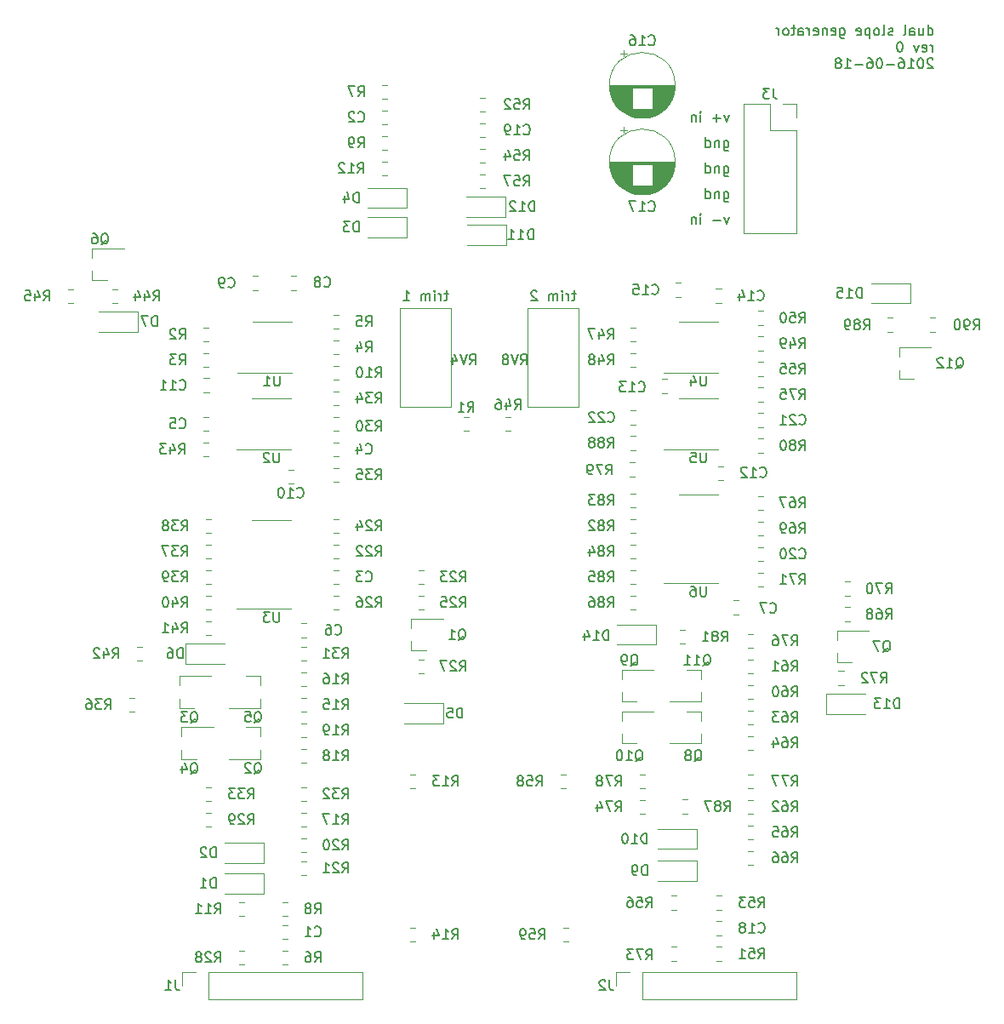
<source format=gbr>
G04 #@! TF.GenerationSoftware,KiCad,Pcbnew,5.1.6-c6e7f7d~86~ubuntu18.04.1*
G04 #@! TF.CreationDate,2020-06-20T10:00:21-04:00*
G04 #@! TF.ProjectId,slope_generators,736c6f70-655f-4676-956e-657261746f72,rev?*
G04 #@! TF.SameCoordinates,Original*
G04 #@! TF.FileFunction,Legend,Bot*
G04 #@! TF.FilePolarity,Positive*
%FSLAX46Y46*%
G04 Gerber Fmt 4.6, Leading zero omitted, Abs format (unit mm)*
G04 Created by KiCad (PCBNEW 5.1.6-c6e7f7d~86~ubuntu18.04.1) date 2020-06-20 10:00:21*
%MOMM*%
%LPD*%
G01*
G04 APERTURE LIST*
%ADD10C,0.150000*%
%ADD11C,0.120000*%
G04 APERTURE END LIST*
D10*
X159741904Y-78525714D02*
X159360952Y-78525714D01*
X159599047Y-78192380D02*
X159599047Y-79049523D01*
X159551428Y-79144761D01*
X159456190Y-79192380D01*
X159360952Y-79192380D01*
X159027619Y-79192380D02*
X159027619Y-78525714D01*
X159027619Y-78716190D02*
X158980000Y-78620952D01*
X158932380Y-78573333D01*
X158837142Y-78525714D01*
X158741904Y-78525714D01*
X158408571Y-79192380D02*
X158408571Y-78525714D01*
X158408571Y-78192380D02*
X158456190Y-78240000D01*
X158408571Y-78287619D01*
X158360952Y-78240000D01*
X158408571Y-78192380D01*
X158408571Y-78287619D01*
X157932380Y-79192380D02*
X157932380Y-78525714D01*
X157932380Y-78620952D02*
X157884761Y-78573333D01*
X157789523Y-78525714D01*
X157646666Y-78525714D01*
X157551428Y-78573333D01*
X157503809Y-78668571D01*
X157503809Y-79192380D01*
X157503809Y-78668571D02*
X157456190Y-78573333D01*
X157360952Y-78525714D01*
X157218095Y-78525714D01*
X157122857Y-78573333D01*
X157075238Y-78668571D01*
X157075238Y-79192380D01*
X155884761Y-78287619D02*
X155837142Y-78240000D01*
X155741904Y-78192380D01*
X155503809Y-78192380D01*
X155408571Y-78240000D01*
X155360952Y-78287619D01*
X155313333Y-78382857D01*
X155313333Y-78478095D01*
X155360952Y-78620952D01*
X155932380Y-79192380D01*
X155313333Y-79192380D01*
X147041904Y-78525714D02*
X146660952Y-78525714D01*
X146899047Y-78192380D02*
X146899047Y-79049523D01*
X146851428Y-79144761D01*
X146756190Y-79192380D01*
X146660952Y-79192380D01*
X146327619Y-79192380D02*
X146327619Y-78525714D01*
X146327619Y-78716190D02*
X146280000Y-78620952D01*
X146232380Y-78573333D01*
X146137142Y-78525714D01*
X146041904Y-78525714D01*
X145708571Y-79192380D02*
X145708571Y-78525714D01*
X145708571Y-78192380D02*
X145756190Y-78240000D01*
X145708571Y-78287619D01*
X145660952Y-78240000D01*
X145708571Y-78192380D01*
X145708571Y-78287619D01*
X145232380Y-79192380D02*
X145232380Y-78525714D01*
X145232380Y-78620952D02*
X145184761Y-78573333D01*
X145089523Y-78525714D01*
X144946666Y-78525714D01*
X144851428Y-78573333D01*
X144803809Y-78668571D01*
X144803809Y-79192380D01*
X144803809Y-78668571D02*
X144756190Y-78573333D01*
X144660952Y-78525714D01*
X144518095Y-78525714D01*
X144422857Y-78573333D01*
X144375238Y-78668571D01*
X144375238Y-79192380D01*
X142613333Y-79192380D02*
X143184761Y-79192380D01*
X142899047Y-79192380D02*
X142899047Y-78192380D01*
X142994285Y-78335238D01*
X143089523Y-78430476D01*
X143184761Y-78478095D01*
X194815833Y-52777380D02*
X194815833Y-51777380D01*
X194815833Y-52729761D02*
X194911071Y-52777380D01*
X195101547Y-52777380D01*
X195196785Y-52729761D01*
X195244404Y-52682142D01*
X195292023Y-52586904D01*
X195292023Y-52301190D01*
X195244404Y-52205952D01*
X195196785Y-52158333D01*
X195101547Y-52110714D01*
X194911071Y-52110714D01*
X194815833Y-52158333D01*
X193911071Y-52110714D02*
X193911071Y-52777380D01*
X194339642Y-52110714D02*
X194339642Y-52634523D01*
X194292023Y-52729761D01*
X194196785Y-52777380D01*
X194053928Y-52777380D01*
X193958690Y-52729761D01*
X193911071Y-52682142D01*
X193006309Y-52777380D02*
X193006309Y-52253571D01*
X193053928Y-52158333D01*
X193149166Y-52110714D01*
X193339642Y-52110714D01*
X193434880Y-52158333D01*
X193006309Y-52729761D02*
X193101547Y-52777380D01*
X193339642Y-52777380D01*
X193434880Y-52729761D01*
X193482500Y-52634523D01*
X193482500Y-52539285D01*
X193434880Y-52444047D01*
X193339642Y-52396428D01*
X193101547Y-52396428D01*
X193006309Y-52348809D01*
X192387261Y-52777380D02*
X192482500Y-52729761D01*
X192530119Y-52634523D01*
X192530119Y-51777380D01*
X191292023Y-52729761D02*
X191196785Y-52777380D01*
X191006309Y-52777380D01*
X190911071Y-52729761D01*
X190863452Y-52634523D01*
X190863452Y-52586904D01*
X190911071Y-52491666D01*
X191006309Y-52444047D01*
X191149166Y-52444047D01*
X191244404Y-52396428D01*
X191292023Y-52301190D01*
X191292023Y-52253571D01*
X191244404Y-52158333D01*
X191149166Y-52110714D01*
X191006309Y-52110714D01*
X190911071Y-52158333D01*
X190292023Y-52777380D02*
X190387261Y-52729761D01*
X190434880Y-52634523D01*
X190434880Y-51777380D01*
X189768214Y-52777380D02*
X189863452Y-52729761D01*
X189911071Y-52682142D01*
X189958690Y-52586904D01*
X189958690Y-52301190D01*
X189911071Y-52205952D01*
X189863452Y-52158333D01*
X189768214Y-52110714D01*
X189625357Y-52110714D01*
X189530119Y-52158333D01*
X189482500Y-52205952D01*
X189434880Y-52301190D01*
X189434880Y-52586904D01*
X189482500Y-52682142D01*
X189530119Y-52729761D01*
X189625357Y-52777380D01*
X189768214Y-52777380D01*
X189006309Y-52110714D02*
X189006309Y-53110714D01*
X189006309Y-52158333D02*
X188911071Y-52110714D01*
X188720595Y-52110714D01*
X188625357Y-52158333D01*
X188577738Y-52205952D01*
X188530119Y-52301190D01*
X188530119Y-52586904D01*
X188577738Y-52682142D01*
X188625357Y-52729761D01*
X188720595Y-52777380D01*
X188911071Y-52777380D01*
X189006309Y-52729761D01*
X187720595Y-52729761D02*
X187815833Y-52777380D01*
X188006309Y-52777380D01*
X188101547Y-52729761D01*
X188149166Y-52634523D01*
X188149166Y-52253571D01*
X188101547Y-52158333D01*
X188006309Y-52110714D01*
X187815833Y-52110714D01*
X187720595Y-52158333D01*
X187672976Y-52253571D01*
X187672976Y-52348809D01*
X188149166Y-52444047D01*
X186053928Y-52110714D02*
X186053928Y-52920238D01*
X186101547Y-53015476D01*
X186149166Y-53063095D01*
X186244404Y-53110714D01*
X186387261Y-53110714D01*
X186482500Y-53063095D01*
X186053928Y-52729761D02*
X186149166Y-52777380D01*
X186339642Y-52777380D01*
X186434880Y-52729761D01*
X186482500Y-52682142D01*
X186530119Y-52586904D01*
X186530119Y-52301190D01*
X186482500Y-52205952D01*
X186434880Y-52158333D01*
X186339642Y-52110714D01*
X186149166Y-52110714D01*
X186053928Y-52158333D01*
X185196785Y-52729761D02*
X185292023Y-52777380D01*
X185482500Y-52777380D01*
X185577738Y-52729761D01*
X185625357Y-52634523D01*
X185625357Y-52253571D01*
X185577738Y-52158333D01*
X185482500Y-52110714D01*
X185292023Y-52110714D01*
X185196785Y-52158333D01*
X185149166Y-52253571D01*
X185149166Y-52348809D01*
X185625357Y-52444047D01*
X184720595Y-52110714D02*
X184720595Y-52777380D01*
X184720595Y-52205952D02*
X184672976Y-52158333D01*
X184577738Y-52110714D01*
X184434880Y-52110714D01*
X184339642Y-52158333D01*
X184292023Y-52253571D01*
X184292023Y-52777380D01*
X183434880Y-52729761D02*
X183530119Y-52777380D01*
X183720595Y-52777380D01*
X183815833Y-52729761D01*
X183863452Y-52634523D01*
X183863452Y-52253571D01*
X183815833Y-52158333D01*
X183720595Y-52110714D01*
X183530119Y-52110714D01*
X183434880Y-52158333D01*
X183387261Y-52253571D01*
X183387261Y-52348809D01*
X183863452Y-52444047D01*
X182958690Y-52777380D02*
X182958690Y-52110714D01*
X182958690Y-52301190D02*
X182911071Y-52205952D01*
X182863452Y-52158333D01*
X182768214Y-52110714D01*
X182672976Y-52110714D01*
X181911071Y-52777380D02*
X181911071Y-52253571D01*
X181958690Y-52158333D01*
X182053928Y-52110714D01*
X182244404Y-52110714D01*
X182339642Y-52158333D01*
X181911071Y-52729761D02*
X182006309Y-52777380D01*
X182244404Y-52777380D01*
X182339642Y-52729761D01*
X182387261Y-52634523D01*
X182387261Y-52539285D01*
X182339642Y-52444047D01*
X182244404Y-52396428D01*
X182006309Y-52396428D01*
X181911071Y-52348809D01*
X181577738Y-52110714D02*
X181196785Y-52110714D01*
X181434880Y-51777380D02*
X181434880Y-52634523D01*
X181387261Y-52729761D01*
X181292023Y-52777380D01*
X181196785Y-52777380D01*
X180720595Y-52777380D02*
X180815833Y-52729761D01*
X180863452Y-52682142D01*
X180911071Y-52586904D01*
X180911071Y-52301190D01*
X180863452Y-52205952D01*
X180815833Y-52158333D01*
X180720595Y-52110714D01*
X180577738Y-52110714D01*
X180482500Y-52158333D01*
X180434880Y-52205952D01*
X180387261Y-52301190D01*
X180387261Y-52586904D01*
X180434880Y-52682142D01*
X180482500Y-52729761D01*
X180577738Y-52777380D01*
X180720595Y-52777380D01*
X179958690Y-52777380D02*
X179958690Y-52110714D01*
X179958690Y-52301190D02*
X179911071Y-52205952D01*
X179863452Y-52158333D01*
X179768214Y-52110714D01*
X179672976Y-52110714D01*
X195244404Y-54427380D02*
X195244404Y-53760714D01*
X195244404Y-53951190D02*
X195196785Y-53855952D01*
X195149166Y-53808333D01*
X195053928Y-53760714D01*
X194958690Y-53760714D01*
X194244404Y-54379761D02*
X194339642Y-54427380D01*
X194530119Y-54427380D01*
X194625357Y-54379761D01*
X194672976Y-54284523D01*
X194672976Y-53903571D01*
X194625357Y-53808333D01*
X194530119Y-53760714D01*
X194339642Y-53760714D01*
X194244404Y-53808333D01*
X194196785Y-53903571D01*
X194196785Y-53998809D01*
X194672976Y-54094047D01*
X193863452Y-53760714D02*
X193625357Y-54427380D01*
X193387261Y-53760714D01*
X192053928Y-53427380D02*
X191958690Y-53427380D01*
X191863452Y-53475000D01*
X191815833Y-53522619D01*
X191768214Y-53617857D01*
X191720595Y-53808333D01*
X191720595Y-54046428D01*
X191768214Y-54236904D01*
X191815833Y-54332142D01*
X191863452Y-54379761D01*
X191958690Y-54427380D01*
X192053928Y-54427380D01*
X192149166Y-54379761D01*
X192196785Y-54332142D01*
X192244404Y-54236904D01*
X192292023Y-54046428D01*
X192292023Y-53808333D01*
X192244404Y-53617857D01*
X192196785Y-53522619D01*
X192149166Y-53475000D01*
X192053928Y-53427380D01*
X195292023Y-55172619D02*
X195244404Y-55125000D01*
X195149166Y-55077380D01*
X194911071Y-55077380D01*
X194815833Y-55125000D01*
X194768214Y-55172619D01*
X194720595Y-55267857D01*
X194720595Y-55363095D01*
X194768214Y-55505952D01*
X195339642Y-56077380D01*
X194720595Y-56077380D01*
X194101547Y-55077380D02*
X194006309Y-55077380D01*
X193911071Y-55125000D01*
X193863452Y-55172619D01*
X193815833Y-55267857D01*
X193768214Y-55458333D01*
X193768214Y-55696428D01*
X193815833Y-55886904D01*
X193863452Y-55982142D01*
X193911071Y-56029761D01*
X194006309Y-56077380D01*
X194101547Y-56077380D01*
X194196785Y-56029761D01*
X194244404Y-55982142D01*
X194292023Y-55886904D01*
X194339642Y-55696428D01*
X194339642Y-55458333D01*
X194292023Y-55267857D01*
X194244404Y-55172619D01*
X194196785Y-55125000D01*
X194101547Y-55077380D01*
X192815833Y-56077380D02*
X193387261Y-56077380D01*
X193101547Y-56077380D02*
X193101547Y-55077380D01*
X193196785Y-55220238D01*
X193292023Y-55315476D01*
X193387261Y-55363095D01*
X191958690Y-55077380D02*
X192149166Y-55077380D01*
X192244404Y-55125000D01*
X192292023Y-55172619D01*
X192387261Y-55315476D01*
X192434880Y-55505952D01*
X192434880Y-55886904D01*
X192387261Y-55982142D01*
X192339642Y-56029761D01*
X192244404Y-56077380D01*
X192053928Y-56077380D01*
X191958690Y-56029761D01*
X191911071Y-55982142D01*
X191863452Y-55886904D01*
X191863452Y-55648809D01*
X191911071Y-55553571D01*
X191958690Y-55505952D01*
X192053928Y-55458333D01*
X192244404Y-55458333D01*
X192339642Y-55505952D01*
X192387261Y-55553571D01*
X192434880Y-55648809D01*
X191434880Y-55696428D02*
X190672976Y-55696428D01*
X190006309Y-55077380D02*
X189911071Y-55077380D01*
X189815833Y-55125000D01*
X189768214Y-55172619D01*
X189720595Y-55267857D01*
X189672976Y-55458333D01*
X189672976Y-55696428D01*
X189720595Y-55886904D01*
X189768214Y-55982142D01*
X189815833Y-56029761D01*
X189911071Y-56077380D01*
X190006309Y-56077380D01*
X190101547Y-56029761D01*
X190149166Y-55982142D01*
X190196785Y-55886904D01*
X190244404Y-55696428D01*
X190244404Y-55458333D01*
X190196785Y-55267857D01*
X190149166Y-55172619D01*
X190101547Y-55125000D01*
X190006309Y-55077380D01*
X188815833Y-55077380D02*
X189006309Y-55077380D01*
X189101547Y-55125000D01*
X189149166Y-55172619D01*
X189244404Y-55315476D01*
X189292023Y-55505952D01*
X189292023Y-55886904D01*
X189244404Y-55982142D01*
X189196785Y-56029761D01*
X189101547Y-56077380D01*
X188911071Y-56077380D01*
X188815833Y-56029761D01*
X188768214Y-55982142D01*
X188720595Y-55886904D01*
X188720595Y-55648809D01*
X188768214Y-55553571D01*
X188815833Y-55505952D01*
X188911071Y-55458333D01*
X189101547Y-55458333D01*
X189196785Y-55505952D01*
X189244404Y-55553571D01*
X189292023Y-55648809D01*
X188292023Y-55696428D02*
X187530119Y-55696428D01*
X186530119Y-56077380D02*
X187101547Y-56077380D01*
X186815833Y-56077380D02*
X186815833Y-55077380D01*
X186911071Y-55220238D01*
X187006309Y-55315476D01*
X187101547Y-55363095D01*
X185958690Y-55505952D02*
X186053928Y-55458333D01*
X186101547Y-55410714D01*
X186149166Y-55315476D01*
X186149166Y-55267857D01*
X186101547Y-55172619D01*
X186053928Y-55125000D01*
X185958690Y-55077380D01*
X185768214Y-55077380D01*
X185672976Y-55125000D01*
X185625357Y-55172619D01*
X185577738Y-55267857D01*
X185577738Y-55315476D01*
X185625357Y-55410714D01*
X185672976Y-55458333D01*
X185768214Y-55505952D01*
X185958690Y-55505952D01*
X186053928Y-55553571D01*
X186101547Y-55601190D01*
X186149166Y-55696428D01*
X186149166Y-55886904D01*
X186101547Y-55982142D01*
X186053928Y-56029761D01*
X185958690Y-56077380D01*
X185768214Y-56077380D01*
X185672976Y-56029761D01*
X185625357Y-55982142D01*
X185577738Y-55886904D01*
X185577738Y-55696428D01*
X185625357Y-55601190D01*
X185672976Y-55553571D01*
X185768214Y-55505952D01*
X175019642Y-70905714D02*
X174781547Y-71572380D01*
X174543452Y-70905714D01*
X174162500Y-71191428D02*
X173400595Y-71191428D01*
X172162500Y-71572380D02*
X172162500Y-70905714D01*
X172162500Y-70572380D02*
X172210119Y-70620000D01*
X172162500Y-70667619D01*
X172114880Y-70620000D01*
X172162500Y-70572380D01*
X172162500Y-70667619D01*
X171686309Y-70905714D02*
X171686309Y-71572380D01*
X171686309Y-71000952D02*
X171638690Y-70953333D01*
X171543452Y-70905714D01*
X171400595Y-70905714D01*
X171305357Y-70953333D01*
X171257738Y-71048571D01*
X171257738Y-71572380D01*
X174495833Y-68365714D02*
X174495833Y-69175238D01*
X174543452Y-69270476D01*
X174591071Y-69318095D01*
X174686309Y-69365714D01*
X174829166Y-69365714D01*
X174924404Y-69318095D01*
X174495833Y-68984761D02*
X174591071Y-69032380D01*
X174781547Y-69032380D01*
X174876785Y-68984761D01*
X174924404Y-68937142D01*
X174972023Y-68841904D01*
X174972023Y-68556190D01*
X174924404Y-68460952D01*
X174876785Y-68413333D01*
X174781547Y-68365714D01*
X174591071Y-68365714D01*
X174495833Y-68413333D01*
X174019642Y-68365714D02*
X174019642Y-69032380D01*
X174019642Y-68460952D02*
X173972023Y-68413333D01*
X173876785Y-68365714D01*
X173733928Y-68365714D01*
X173638690Y-68413333D01*
X173591071Y-68508571D01*
X173591071Y-69032380D01*
X172686309Y-69032380D02*
X172686309Y-68032380D01*
X172686309Y-68984761D02*
X172781547Y-69032380D01*
X172972023Y-69032380D01*
X173067261Y-68984761D01*
X173114880Y-68937142D01*
X173162500Y-68841904D01*
X173162500Y-68556190D01*
X173114880Y-68460952D01*
X173067261Y-68413333D01*
X172972023Y-68365714D01*
X172781547Y-68365714D01*
X172686309Y-68413333D01*
X174495833Y-65825714D02*
X174495833Y-66635238D01*
X174543452Y-66730476D01*
X174591071Y-66778095D01*
X174686309Y-66825714D01*
X174829166Y-66825714D01*
X174924404Y-66778095D01*
X174495833Y-66444761D02*
X174591071Y-66492380D01*
X174781547Y-66492380D01*
X174876785Y-66444761D01*
X174924404Y-66397142D01*
X174972023Y-66301904D01*
X174972023Y-66016190D01*
X174924404Y-65920952D01*
X174876785Y-65873333D01*
X174781547Y-65825714D01*
X174591071Y-65825714D01*
X174495833Y-65873333D01*
X174019642Y-65825714D02*
X174019642Y-66492380D01*
X174019642Y-65920952D02*
X173972023Y-65873333D01*
X173876785Y-65825714D01*
X173733928Y-65825714D01*
X173638690Y-65873333D01*
X173591071Y-65968571D01*
X173591071Y-66492380D01*
X172686309Y-66492380D02*
X172686309Y-65492380D01*
X172686309Y-66444761D02*
X172781547Y-66492380D01*
X172972023Y-66492380D01*
X173067261Y-66444761D01*
X173114880Y-66397142D01*
X173162500Y-66301904D01*
X173162500Y-66016190D01*
X173114880Y-65920952D01*
X173067261Y-65873333D01*
X172972023Y-65825714D01*
X172781547Y-65825714D01*
X172686309Y-65873333D01*
X174495833Y-63285714D02*
X174495833Y-64095238D01*
X174543452Y-64190476D01*
X174591071Y-64238095D01*
X174686309Y-64285714D01*
X174829166Y-64285714D01*
X174924404Y-64238095D01*
X174495833Y-63904761D02*
X174591071Y-63952380D01*
X174781547Y-63952380D01*
X174876785Y-63904761D01*
X174924404Y-63857142D01*
X174972023Y-63761904D01*
X174972023Y-63476190D01*
X174924404Y-63380952D01*
X174876785Y-63333333D01*
X174781547Y-63285714D01*
X174591071Y-63285714D01*
X174495833Y-63333333D01*
X174019642Y-63285714D02*
X174019642Y-63952380D01*
X174019642Y-63380952D02*
X173972023Y-63333333D01*
X173876785Y-63285714D01*
X173733928Y-63285714D01*
X173638690Y-63333333D01*
X173591071Y-63428571D01*
X173591071Y-63952380D01*
X172686309Y-63952380D02*
X172686309Y-62952380D01*
X172686309Y-63904761D02*
X172781547Y-63952380D01*
X172972023Y-63952380D01*
X173067261Y-63904761D01*
X173114880Y-63857142D01*
X173162500Y-63761904D01*
X173162500Y-63476190D01*
X173114880Y-63380952D01*
X173067261Y-63333333D01*
X172972023Y-63285714D01*
X172781547Y-63285714D01*
X172686309Y-63333333D01*
X175019642Y-60745714D02*
X174781547Y-61412380D01*
X174543452Y-60745714D01*
X174162500Y-61031428D02*
X173400595Y-61031428D01*
X173781547Y-61412380D02*
X173781547Y-60650476D01*
X172162500Y-61412380D02*
X172162500Y-60745714D01*
X172162500Y-60412380D02*
X172210119Y-60460000D01*
X172162500Y-60507619D01*
X172114880Y-60460000D01*
X172162500Y-60412380D01*
X172162500Y-60507619D01*
X171686309Y-60745714D02*
X171686309Y-61412380D01*
X171686309Y-60840952D02*
X171638690Y-60793333D01*
X171543452Y-60745714D01*
X171400595Y-60745714D01*
X171305357Y-60793333D01*
X171257738Y-60888571D01*
X171257738Y-61412380D01*
D11*
X171958000Y-107305000D02*
X168508000Y-107305000D01*
X171958000Y-107305000D02*
X173908000Y-107305000D01*
X171958000Y-98435000D02*
X170008000Y-98435000D01*
X171958000Y-98435000D02*
X173908000Y-98435000D01*
X171958000Y-94000000D02*
X168508000Y-94000000D01*
X171958000Y-94000000D02*
X173908000Y-94000000D01*
X171958000Y-88880000D02*
X170008000Y-88880000D01*
X171958000Y-88880000D02*
X173908000Y-88880000D01*
X171958000Y-86380000D02*
X168508000Y-86380000D01*
X171958000Y-86380000D02*
X173908000Y-86380000D01*
X171958000Y-81260000D02*
X170008000Y-81260000D01*
X171958000Y-81260000D02*
X173908000Y-81260000D01*
X129475000Y-109845000D02*
X126025000Y-109845000D01*
X129475000Y-109845000D02*
X131425000Y-109845000D01*
X129475000Y-100975000D02*
X127525000Y-100975000D01*
X129475000Y-100975000D02*
X131425000Y-100975000D01*
X129475000Y-94000000D02*
X126025000Y-94000000D01*
X129475000Y-94000000D02*
X131425000Y-94000000D01*
X129475000Y-88880000D02*
X127525000Y-88880000D01*
X129475000Y-88880000D02*
X131425000Y-88880000D01*
X129540000Y-86380000D02*
X126090000Y-86380000D01*
X129540000Y-86380000D02*
X131490000Y-86380000D01*
X129540000Y-81260000D02*
X127590000Y-81260000D01*
X129540000Y-81260000D02*
X131490000Y-81260000D01*
X154950000Y-89721000D02*
X160020000Y-89721000D01*
X154950000Y-79951000D02*
X160020000Y-79951000D01*
X160020000Y-79951000D02*
X160020000Y-89721000D01*
X154950000Y-79951000D02*
X154950000Y-89721000D01*
X142250000Y-89721000D02*
X147320000Y-89721000D01*
X142250000Y-79951000D02*
X147320000Y-79951000D01*
X147320000Y-79951000D02*
X147320000Y-89721000D01*
X142250000Y-79951000D02*
X142250000Y-89721000D01*
X194988548Y-80900200D02*
X195511052Y-80900200D01*
X194988548Y-82320200D02*
X195511052Y-82320200D01*
X191311052Y-82320200D02*
X190788548Y-82320200D01*
X191311052Y-80900200D02*
X190788548Y-80900200D01*
X165219748Y-92635000D02*
X165742252Y-92635000D01*
X165219748Y-94055000D02*
X165742252Y-94055000D01*
X170866812Y-130244920D02*
X170344308Y-130244920D01*
X170866812Y-128824920D02*
X170344308Y-128824920D01*
X165742252Y-109930000D02*
X165219748Y-109930000D01*
X165742252Y-108510000D02*
X165219748Y-108510000D01*
X165219748Y-105970000D02*
X165742252Y-105970000D01*
X165219748Y-107390000D02*
X165742252Y-107390000D01*
X165742252Y-104850000D02*
X165219748Y-104850000D01*
X165742252Y-103430000D02*
X165219748Y-103430000D01*
X165742252Y-99770000D02*
X165219748Y-99770000D01*
X165742252Y-98350000D02*
X165219748Y-98350000D01*
X165742252Y-102310000D02*
X165219748Y-102310000D01*
X165742252Y-100890000D02*
X165219748Y-100890000D01*
X170069988Y-111898360D02*
X170592492Y-111898360D01*
X170069988Y-113318360D02*
X170592492Y-113318360D01*
X177919748Y-92889000D02*
X178442252Y-92889000D01*
X177919748Y-94309000D02*
X178442252Y-94309000D01*
X165631652Y-96696600D02*
X165109148Y-96696600D01*
X165631652Y-95276600D02*
X165109148Y-95276600D01*
X166631252Y-127710000D02*
X166108748Y-127710000D01*
X166631252Y-126290000D02*
X166108748Y-126290000D01*
X176903748Y-126290000D02*
X177426252Y-126290000D01*
X176903748Y-127710000D02*
X177426252Y-127710000D01*
X176903748Y-112320000D02*
X177426252Y-112320000D01*
X176903748Y-113740000D02*
X177426252Y-113740000D01*
X177919748Y-87809000D02*
X178442252Y-87809000D01*
X177919748Y-89229000D02*
X178442252Y-89229000D01*
X166631252Y-130250000D02*
X166108748Y-130250000D01*
X166631252Y-128830000D02*
X166108748Y-128830000D01*
X169283748Y-143435000D02*
X169806252Y-143435000D01*
X169283748Y-144855000D02*
X169806252Y-144855000D01*
X186408852Y-117448400D02*
X185886348Y-117448400D01*
X186408852Y-116028400D02*
X185886348Y-116028400D01*
X177919748Y-106224000D02*
X178442252Y-106224000D01*
X177919748Y-107644000D02*
X178442252Y-107644000D01*
X187043852Y-108558400D02*
X186521348Y-108558400D01*
X187043852Y-107138400D02*
X186521348Y-107138400D01*
X178442252Y-102564000D02*
X177919748Y-102564000D01*
X178442252Y-101144000D02*
X177919748Y-101144000D01*
X186521348Y-109678400D02*
X187043852Y-109678400D01*
X186521348Y-111098400D02*
X187043852Y-111098400D01*
X178442252Y-100024000D02*
X177919748Y-100024000D01*
X178442252Y-98604000D02*
X177919748Y-98604000D01*
X176903748Y-133910000D02*
X177426252Y-133910000D01*
X176903748Y-135330000D02*
X177426252Y-135330000D01*
X176903748Y-131370000D02*
X177426252Y-131370000D01*
X176903748Y-132790000D02*
X177426252Y-132790000D01*
X176903748Y-122480000D02*
X177426252Y-122480000D01*
X176903748Y-123900000D02*
X177426252Y-123900000D01*
X176903748Y-119940000D02*
X177426252Y-119940000D01*
X176903748Y-121360000D02*
X177426252Y-121360000D01*
X177426252Y-130250000D02*
X176903748Y-130250000D01*
X177426252Y-128830000D02*
X176903748Y-128830000D01*
X177426252Y-116280000D02*
X176903748Y-116280000D01*
X177426252Y-114860000D02*
X176903748Y-114860000D01*
X177426252Y-118820000D02*
X176903748Y-118820000D01*
X177426252Y-117400000D02*
X176903748Y-117400000D01*
X158488748Y-141530000D02*
X159011252Y-141530000D01*
X158488748Y-142950000D02*
X159011252Y-142950000D01*
X158243748Y-126290000D02*
X158766252Y-126290000D01*
X158243748Y-127710000D02*
X158766252Y-127710000D01*
X150233748Y-66600000D02*
X150756252Y-66600000D01*
X150233748Y-68020000D02*
X150756252Y-68020000D01*
X169283748Y-138355000D02*
X169806252Y-138355000D01*
X169283748Y-139775000D02*
X169806252Y-139775000D01*
X177919748Y-85269000D02*
X178442252Y-85269000D01*
X177919748Y-86689000D02*
X178442252Y-86689000D01*
X150756252Y-65480000D02*
X150233748Y-65480000D01*
X150756252Y-64060000D02*
X150233748Y-64060000D01*
X174251252Y-139775000D02*
X173728748Y-139775000D01*
X174251252Y-138355000D02*
X173728748Y-138355000D01*
X150233748Y-58980000D02*
X150756252Y-58980000D01*
X150233748Y-60400000D02*
X150756252Y-60400000D01*
X173728748Y-143435000D02*
X174251252Y-143435000D01*
X173728748Y-144855000D02*
X174251252Y-144855000D01*
X178442252Y-81609000D02*
X177919748Y-81609000D01*
X178442252Y-80189000D02*
X177919748Y-80189000D01*
X178442252Y-84149000D02*
X177919748Y-84149000D01*
X178442252Y-82729000D02*
X177919748Y-82729000D01*
X165219748Y-84380000D02*
X165742252Y-84380000D01*
X165219748Y-85800000D02*
X165742252Y-85800000D01*
X165742252Y-83260000D02*
X165219748Y-83260000D01*
X165742252Y-81840000D02*
X165219748Y-81840000D01*
X152773748Y-90730000D02*
X153296252Y-90730000D01*
X152773748Y-92150000D02*
X153296252Y-92150000D01*
X109726252Y-79450000D02*
X109203748Y-79450000D01*
X109726252Y-78030000D02*
X109203748Y-78030000D01*
X113648748Y-78030000D02*
X114171252Y-78030000D01*
X113648748Y-79450000D02*
X114171252Y-79450000D01*
X122683748Y-93270000D02*
X123206252Y-93270000D01*
X122683748Y-94690000D02*
X123206252Y-94690000D01*
X116061748Y-113590000D02*
X116584252Y-113590000D01*
X116061748Y-115010000D02*
X116584252Y-115010000D01*
X122928748Y-111050000D02*
X123451252Y-111050000D01*
X122928748Y-112470000D02*
X123451252Y-112470000D01*
X123451252Y-109930000D02*
X122928748Y-109930000D01*
X123451252Y-108510000D02*
X122928748Y-108510000D01*
X123451252Y-107390000D02*
X122928748Y-107390000D01*
X123451252Y-105970000D02*
X122928748Y-105970000D01*
X123451252Y-102310000D02*
X122928748Y-102310000D01*
X123451252Y-100890000D02*
X122928748Y-100890000D01*
X123451252Y-104850000D02*
X122928748Y-104850000D01*
X123451252Y-103430000D02*
X122928748Y-103430000D01*
X115831252Y-120090000D02*
X115308748Y-120090000D01*
X115831252Y-118670000D02*
X115308748Y-118670000D01*
X135628748Y-95810000D02*
X136151252Y-95810000D01*
X135628748Y-97230000D02*
X136151252Y-97230000D01*
X136151252Y-89610000D02*
X135628748Y-89610000D01*
X136151252Y-88190000D02*
X135628748Y-88190000D01*
X123451252Y-128980000D02*
X122928748Y-128980000D01*
X123451252Y-127560000D02*
X122928748Y-127560000D01*
X132976252Y-128980000D02*
X132453748Y-128980000D01*
X132976252Y-127560000D02*
X132453748Y-127560000D01*
X132453748Y-113590000D02*
X132976252Y-113590000D01*
X132453748Y-115010000D02*
X132976252Y-115010000D01*
X135628748Y-90730000D02*
X136151252Y-90730000D01*
X135628748Y-92150000D02*
X136151252Y-92150000D01*
X123451252Y-131520000D02*
X122928748Y-131520000D01*
X123451252Y-130100000D02*
X122928748Y-130100000D01*
X126230748Y-143816000D02*
X126753252Y-143816000D01*
X126230748Y-145236000D02*
X126753252Y-145236000D01*
X144128748Y-114860000D02*
X144651252Y-114860000D01*
X144128748Y-116280000D02*
X144651252Y-116280000D01*
X135628748Y-108510000D02*
X136151252Y-108510000D01*
X135628748Y-109930000D02*
X136151252Y-109930000D01*
X144651252Y-109930000D02*
X144128748Y-109930000D01*
X144651252Y-108510000D02*
X144128748Y-108510000D01*
X136151252Y-102310000D02*
X135628748Y-102310000D01*
X136151252Y-100890000D02*
X135628748Y-100890000D01*
X144128748Y-105970000D02*
X144651252Y-105970000D01*
X144128748Y-107390000D02*
X144651252Y-107390000D01*
X135628748Y-103430000D02*
X136151252Y-103430000D01*
X135628748Y-104850000D02*
X136151252Y-104850000D01*
X132453748Y-134926000D02*
X132976252Y-134926000D01*
X132453748Y-136346000D02*
X132976252Y-136346000D01*
X132453748Y-132640000D02*
X132976252Y-132640000D01*
X132453748Y-134060000D02*
X132976252Y-134060000D01*
X132453748Y-121210000D02*
X132976252Y-121210000D01*
X132453748Y-122630000D02*
X132976252Y-122630000D01*
X132453748Y-123750000D02*
X132976252Y-123750000D01*
X132453748Y-125170000D02*
X132976252Y-125170000D01*
X132976252Y-131520000D02*
X132453748Y-131520000D01*
X132976252Y-130100000D02*
X132453748Y-130100000D01*
X132976252Y-117550000D02*
X132453748Y-117550000D01*
X132976252Y-116130000D02*
X132453748Y-116130000D01*
X132976252Y-120090000D02*
X132453748Y-120090000D01*
X132976252Y-118670000D02*
X132453748Y-118670000D01*
X143771252Y-142950000D02*
X143248748Y-142950000D01*
X143771252Y-141530000D02*
X143248748Y-141530000D01*
X143771252Y-127710000D02*
X143248748Y-127710000D01*
X143771252Y-126290000D02*
X143248748Y-126290000D01*
X140445748Y-65330000D02*
X140968252Y-65330000D01*
X140445748Y-66750000D02*
X140968252Y-66750000D01*
X126230748Y-138990000D02*
X126753252Y-138990000D01*
X126230748Y-140410000D02*
X126753252Y-140410000D01*
X135628748Y-85650000D02*
X136151252Y-85650000D01*
X135628748Y-87070000D02*
X136151252Y-87070000D01*
X140986252Y-64210000D02*
X140463748Y-64210000D01*
X140986252Y-62790000D02*
X140463748Y-62790000D01*
X130548748Y-138990000D02*
X131071252Y-138990000D01*
X130548748Y-140410000D02*
X131071252Y-140410000D01*
X140968252Y-59130000D02*
X140445748Y-59130000D01*
X140968252Y-57710000D02*
X140445748Y-57710000D01*
X130548748Y-143816000D02*
X131071252Y-143816000D01*
X130548748Y-145236000D02*
X131071252Y-145236000D01*
X136151252Y-81990000D02*
X135628748Y-81990000D01*
X136151252Y-80570000D02*
X135628748Y-80570000D01*
X136151252Y-84530000D02*
X135628748Y-84530000D01*
X136151252Y-83110000D02*
X135628748Y-83110000D01*
X122683748Y-84380000D02*
X123206252Y-84380000D01*
X122683748Y-85800000D02*
X123206252Y-85800000D01*
X123206252Y-83260000D02*
X122683748Y-83260000D01*
X123206252Y-81840000D02*
X122683748Y-81840000D01*
X149096252Y-92150000D02*
X148573748Y-92150000D01*
X149096252Y-90730000D02*
X148573748Y-90730000D01*
X191949800Y-87000200D02*
X193409800Y-87000200D01*
X191949800Y-83840200D02*
X195109800Y-83840200D01*
X191949800Y-83840200D02*
X191949800Y-84770200D01*
X191949800Y-87000200D02*
X191949800Y-86070200D01*
X172210000Y-115895000D02*
X170750000Y-115895000D01*
X172210000Y-119055000D02*
X169050000Y-119055000D01*
X172210000Y-119055000D02*
X172210000Y-118125000D01*
X172210000Y-115895000D02*
X172210000Y-116825000D01*
X164340000Y-123185000D02*
X165800000Y-123185000D01*
X164340000Y-120025000D02*
X167500000Y-120025000D01*
X164340000Y-120025000D02*
X164340000Y-120955000D01*
X164340000Y-123185000D02*
X164340000Y-122255000D01*
X164340000Y-119055000D02*
X165800000Y-119055000D01*
X164340000Y-115895000D02*
X167500000Y-115895000D01*
X164340000Y-115895000D02*
X164340000Y-116825000D01*
X164340000Y-119055000D02*
X164340000Y-118125000D01*
X172210000Y-120025000D02*
X170750000Y-120025000D01*
X172210000Y-123185000D02*
X169050000Y-123185000D01*
X172210000Y-123185000D02*
X172210000Y-122255000D01*
X172210000Y-120025000D02*
X172210000Y-120955000D01*
X185777600Y-115143400D02*
X187237600Y-115143400D01*
X185777600Y-111983400D02*
X188937600Y-111983400D01*
X185777600Y-111983400D02*
X185777600Y-112913400D01*
X185777600Y-115143400D02*
X185777600Y-114213400D01*
X111635000Y-77145000D02*
X113095000Y-77145000D01*
X111635000Y-73985000D02*
X114795000Y-73985000D01*
X111635000Y-73985000D02*
X111635000Y-74915000D01*
X111635000Y-77145000D02*
X111635000Y-76215000D01*
X128395000Y-116530000D02*
X126935000Y-116530000D01*
X128395000Y-119690000D02*
X125235000Y-119690000D01*
X128395000Y-119690000D02*
X128395000Y-118760000D01*
X128395000Y-116530000D02*
X128395000Y-117460000D01*
X120525000Y-124770000D02*
X121985000Y-124770000D01*
X120525000Y-121610000D02*
X123685000Y-121610000D01*
X120525000Y-121610000D02*
X120525000Y-122540000D01*
X120525000Y-124770000D02*
X120525000Y-123840000D01*
X120295000Y-119690000D02*
X121755000Y-119690000D01*
X120295000Y-116530000D02*
X123455000Y-116530000D01*
X120295000Y-116530000D02*
X120295000Y-117460000D01*
X120295000Y-119690000D02*
X120295000Y-118760000D01*
X128395000Y-121610000D02*
X126935000Y-121610000D01*
X128395000Y-124770000D02*
X125235000Y-124770000D01*
X128395000Y-124770000D02*
X128395000Y-123840000D01*
X128395000Y-121610000D02*
X128395000Y-122540000D01*
X143385000Y-113975000D02*
X144845000Y-113975000D01*
X143385000Y-110815000D02*
X146545000Y-110815000D01*
X143385000Y-110815000D02*
X143385000Y-111745000D01*
X143385000Y-113975000D02*
X143385000Y-113045000D01*
X193054800Y-77435200D02*
X189154800Y-77435200D01*
X193054800Y-79435200D02*
X189154800Y-79435200D01*
X193054800Y-77435200D02*
X193054800Y-79435200D01*
X167731000Y-111395000D02*
X163831000Y-111395000D01*
X167731000Y-113395000D02*
X163831000Y-113395000D01*
X167731000Y-111395000D02*
X167731000Y-113395000D01*
X184667600Y-120278400D02*
X188567600Y-120278400D01*
X184667600Y-118278400D02*
X188567600Y-118278400D01*
X184667600Y-120278400D02*
X184667600Y-118278400D01*
X152745000Y-68850000D02*
X148845000Y-68850000D01*
X152745000Y-70850000D02*
X148845000Y-70850000D01*
X152745000Y-68850000D02*
X152745000Y-70850000D01*
X152872000Y-71644000D02*
X148972000Y-71644000D01*
X152872000Y-73644000D02*
X148972000Y-73644000D01*
X152872000Y-71644000D02*
X152872000Y-73644000D01*
X171795000Y-131715000D02*
X167895000Y-131715000D01*
X171795000Y-133715000D02*
X167895000Y-133715000D01*
X171795000Y-131715000D02*
X171795000Y-133715000D01*
X171795000Y-134890000D02*
X167895000Y-134890000D01*
X171795000Y-136890000D02*
X167895000Y-136890000D01*
X171795000Y-134890000D02*
X171795000Y-136890000D01*
X116170000Y-80280000D02*
X112270000Y-80280000D01*
X116170000Y-82280000D02*
X112270000Y-82280000D01*
X116170000Y-80280000D02*
X116170000Y-82280000D01*
X120940000Y-115300000D02*
X124840000Y-115300000D01*
X120940000Y-113300000D02*
X124840000Y-113300000D01*
X120940000Y-115300000D02*
X120940000Y-113300000D01*
X146597200Y-119243600D02*
X142697200Y-119243600D01*
X146597200Y-121243600D02*
X142697200Y-121243600D01*
X146597200Y-119243600D02*
X146597200Y-121243600D01*
X142967000Y-67961000D02*
X139067000Y-67961000D01*
X142967000Y-69961000D02*
X139067000Y-69961000D01*
X142967000Y-67961000D02*
X142967000Y-69961000D01*
X142967000Y-70882000D02*
X139067000Y-70882000D01*
X142967000Y-72882000D02*
X139067000Y-72882000D01*
X142967000Y-70882000D02*
X142967000Y-72882000D01*
X128742000Y-133112000D02*
X124842000Y-133112000D01*
X128742000Y-135112000D02*
X124842000Y-135112000D01*
X128742000Y-133112000D02*
X128742000Y-135112000D01*
X128742000Y-136160000D02*
X124842000Y-136160000D01*
X128742000Y-138160000D02*
X124842000Y-138160000D01*
X128742000Y-136160000D02*
X128742000Y-138160000D01*
X165219748Y-90095000D02*
X165742252Y-90095000D01*
X165219748Y-91515000D02*
X165742252Y-91515000D01*
X178442252Y-91769000D02*
X177919748Y-91769000D01*
X178442252Y-90349000D02*
X177919748Y-90349000D01*
X178442252Y-105104000D02*
X177919748Y-105104000D01*
X178442252Y-103684000D02*
X177919748Y-103684000D01*
X150756252Y-62940000D02*
X150233748Y-62940000D01*
X150756252Y-61520000D02*
X150233748Y-61520000D01*
X174251252Y-142315000D02*
X173728748Y-142315000D01*
X174251252Y-140895000D02*
X173728748Y-140895000D01*
X164216000Y-62199759D02*
X164846000Y-62199759D01*
X164531000Y-61884759D02*
X164531000Y-62514759D01*
X165968000Y-68626000D02*
X166772000Y-68626000D01*
X165737000Y-68586000D02*
X167003000Y-68586000D01*
X165568000Y-68546000D02*
X167172000Y-68546000D01*
X165430000Y-68506000D02*
X167310000Y-68506000D01*
X165311000Y-68466000D02*
X167429000Y-68466000D01*
X165205000Y-68426000D02*
X167535000Y-68426000D01*
X165108000Y-68386000D02*
X167632000Y-68386000D01*
X165020000Y-68346000D02*
X167720000Y-68346000D01*
X164938000Y-68306000D02*
X167802000Y-68306000D01*
X164861000Y-68266000D02*
X167879000Y-68266000D01*
X164789000Y-68226000D02*
X167951000Y-68226000D01*
X164720000Y-68186000D02*
X168020000Y-68186000D01*
X164656000Y-68146000D02*
X168084000Y-68146000D01*
X164594000Y-68106000D02*
X168146000Y-68106000D01*
X164536000Y-68066000D02*
X168204000Y-68066000D01*
X164480000Y-68026000D02*
X168260000Y-68026000D01*
X164426000Y-67986000D02*
X168314000Y-67986000D01*
X164375000Y-67946000D02*
X168365000Y-67946000D01*
X164326000Y-67906000D02*
X168414000Y-67906000D01*
X164278000Y-67866000D02*
X168462000Y-67866000D01*
X164233000Y-67826000D02*
X168507000Y-67826000D01*
X164188000Y-67786000D02*
X168552000Y-67786000D01*
X164146000Y-67746000D02*
X168594000Y-67746000D01*
X164105000Y-67706000D02*
X168635000Y-67706000D01*
X167410000Y-67666000D02*
X168675000Y-67666000D01*
X164065000Y-67666000D02*
X165330000Y-67666000D01*
X167410000Y-67626000D02*
X168713000Y-67626000D01*
X164027000Y-67626000D02*
X165330000Y-67626000D01*
X167410000Y-67586000D02*
X168750000Y-67586000D01*
X163990000Y-67586000D02*
X165330000Y-67586000D01*
X167410000Y-67546000D02*
X168786000Y-67546000D01*
X163954000Y-67546000D02*
X165330000Y-67546000D01*
X167410000Y-67506000D02*
X168820000Y-67506000D01*
X163920000Y-67506000D02*
X165330000Y-67506000D01*
X167410000Y-67466000D02*
X168854000Y-67466000D01*
X163886000Y-67466000D02*
X165330000Y-67466000D01*
X167410000Y-67426000D02*
X168886000Y-67426000D01*
X163854000Y-67426000D02*
X165330000Y-67426000D01*
X167410000Y-67386000D02*
X168918000Y-67386000D01*
X163822000Y-67386000D02*
X165330000Y-67386000D01*
X167410000Y-67346000D02*
X168948000Y-67346000D01*
X163792000Y-67346000D02*
X165330000Y-67346000D01*
X167410000Y-67306000D02*
X168977000Y-67306000D01*
X163763000Y-67306000D02*
X165330000Y-67306000D01*
X167410000Y-67266000D02*
X169006000Y-67266000D01*
X163734000Y-67266000D02*
X165330000Y-67266000D01*
X167410000Y-67226000D02*
X169034000Y-67226000D01*
X163706000Y-67226000D02*
X165330000Y-67226000D01*
X167410000Y-67186000D02*
X169060000Y-67186000D01*
X163680000Y-67186000D02*
X165330000Y-67186000D01*
X167410000Y-67146000D02*
X169086000Y-67146000D01*
X163654000Y-67146000D02*
X165330000Y-67146000D01*
X167410000Y-67106000D02*
X169112000Y-67106000D01*
X163628000Y-67106000D02*
X165330000Y-67106000D01*
X167410000Y-67066000D02*
X169136000Y-67066000D01*
X163604000Y-67066000D02*
X165330000Y-67066000D01*
X167410000Y-67026000D02*
X169160000Y-67026000D01*
X163580000Y-67026000D02*
X165330000Y-67026000D01*
X167410000Y-66986000D02*
X169182000Y-66986000D01*
X163558000Y-66986000D02*
X165330000Y-66986000D01*
X167410000Y-66946000D02*
X169204000Y-66946000D01*
X163536000Y-66946000D02*
X165330000Y-66946000D01*
X167410000Y-66906000D02*
X169226000Y-66906000D01*
X163514000Y-66906000D02*
X165330000Y-66906000D01*
X167410000Y-66866000D02*
X169246000Y-66866000D01*
X163494000Y-66866000D02*
X165330000Y-66866000D01*
X167410000Y-66826000D02*
X169266000Y-66826000D01*
X163474000Y-66826000D02*
X165330000Y-66826000D01*
X167410000Y-66786000D02*
X169286000Y-66786000D01*
X163454000Y-66786000D02*
X165330000Y-66786000D01*
X167410000Y-66746000D02*
X169304000Y-66746000D01*
X163436000Y-66746000D02*
X165330000Y-66746000D01*
X167410000Y-66706000D02*
X169322000Y-66706000D01*
X163418000Y-66706000D02*
X165330000Y-66706000D01*
X167410000Y-66666000D02*
X169340000Y-66666000D01*
X163400000Y-66666000D02*
X165330000Y-66666000D01*
X167410000Y-66626000D02*
X169356000Y-66626000D01*
X163384000Y-66626000D02*
X165330000Y-66626000D01*
X167410000Y-66586000D02*
X169372000Y-66586000D01*
X163368000Y-66586000D02*
X165330000Y-66586000D01*
X167410000Y-66546000D02*
X169388000Y-66546000D01*
X163352000Y-66546000D02*
X165330000Y-66546000D01*
X167410000Y-66506000D02*
X169403000Y-66506000D01*
X163337000Y-66506000D02*
X165330000Y-66506000D01*
X167410000Y-66466000D02*
X169417000Y-66466000D01*
X163323000Y-66466000D02*
X165330000Y-66466000D01*
X167410000Y-66426000D02*
X169431000Y-66426000D01*
X163309000Y-66426000D02*
X165330000Y-66426000D01*
X167410000Y-66386000D02*
X169444000Y-66386000D01*
X163296000Y-66386000D02*
X165330000Y-66386000D01*
X167410000Y-66346000D02*
X169456000Y-66346000D01*
X163284000Y-66346000D02*
X165330000Y-66346000D01*
X167410000Y-66306000D02*
X169468000Y-66306000D01*
X163272000Y-66306000D02*
X165330000Y-66306000D01*
X167410000Y-66266000D02*
X169480000Y-66266000D01*
X163260000Y-66266000D02*
X165330000Y-66266000D01*
X167410000Y-66226000D02*
X169491000Y-66226000D01*
X163249000Y-66226000D02*
X165330000Y-66226000D01*
X167410000Y-66186000D02*
X169501000Y-66186000D01*
X163239000Y-66186000D02*
X165330000Y-66186000D01*
X167410000Y-66146000D02*
X169511000Y-66146000D01*
X163229000Y-66146000D02*
X165330000Y-66146000D01*
X167410000Y-66106000D02*
X169520000Y-66106000D01*
X163220000Y-66106000D02*
X165330000Y-66106000D01*
X167410000Y-66065000D02*
X169529000Y-66065000D01*
X163211000Y-66065000D02*
X165330000Y-66065000D01*
X167410000Y-66025000D02*
X169537000Y-66025000D01*
X163203000Y-66025000D02*
X165330000Y-66025000D01*
X167410000Y-65985000D02*
X169545000Y-65985000D01*
X163195000Y-65985000D02*
X165330000Y-65985000D01*
X167410000Y-65945000D02*
X169552000Y-65945000D01*
X163188000Y-65945000D02*
X165330000Y-65945000D01*
X167410000Y-65905000D02*
X169559000Y-65905000D01*
X163181000Y-65905000D02*
X165330000Y-65905000D01*
X167410000Y-65865000D02*
X169565000Y-65865000D01*
X163175000Y-65865000D02*
X165330000Y-65865000D01*
X167410000Y-65825000D02*
X169571000Y-65825000D01*
X163169000Y-65825000D02*
X165330000Y-65825000D01*
X167410000Y-65785000D02*
X169576000Y-65785000D01*
X163164000Y-65785000D02*
X165330000Y-65785000D01*
X167410000Y-65745000D02*
X169581000Y-65745000D01*
X163159000Y-65745000D02*
X165330000Y-65745000D01*
X167410000Y-65705000D02*
X169585000Y-65705000D01*
X163155000Y-65705000D02*
X165330000Y-65705000D01*
X167410000Y-65665000D02*
X169588000Y-65665000D01*
X163152000Y-65665000D02*
X165330000Y-65665000D01*
X167410000Y-65625000D02*
X169592000Y-65625000D01*
X163148000Y-65625000D02*
X165330000Y-65625000D01*
X163146000Y-65585000D02*
X169594000Y-65585000D01*
X163143000Y-65545000D02*
X169597000Y-65545000D01*
X163142000Y-65505000D02*
X169598000Y-65505000D01*
X163140000Y-65465000D02*
X169600000Y-65465000D01*
X163140000Y-65425000D02*
X169600000Y-65425000D01*
X163140000Y-65385000D02*
X169600000Y-65385000D01*
X169640000Y-65385000D02*
G75*
G03*
X169640000Y-65385000I-3270000J0D01*
G01*
X164216000Y-54579759D02*
X164846000Y-54579759D01*
X164531000Y-54264759D02*
X164531000Y-54894759D01*
X165968000Y-61006000D02*
X166772000Y-61006000D01*
X165737000Y-60966000D02*
X167003000Y-60966000D01*
X165568000Y-60926000D02*
X167172000Y-60926000D01*
X165430000Y-60886000D02*
X167310000Y-60886000D01*
X165311000Y-60846000D02*
X167429000Y-60846000D01*
X165205000Y-60806000D02*
X167535000Y-60806000D01*
X165108000Y-60766000D02*
X167632000Y-60766000D01*
X165020000Y-60726000D02*
X167720000Y-60726000D01*
X164938000Y-60686000D02*
X167802000Y-60686000D01*
X164861000Y-60646000D02*
X167879000Y-60646000D01*
X164789000Y-60606000D02*
X167951000Y-60606000D01*
X164720000Y-60566000D02*
X168020000Y-60566000D01*
X164656000Y-60526000D02*
X168084000Y-60526000D01*
X164594000Y-60486000D02*
X168146000Y-60486000D01*
X164536000Y-60446000D02*
X168204000Y-60446000D01*
X164480000Y-60406000D02*
X168260000Y-60406000D01*
X164426000Y-60366000D02*
X168314000Y-60366000D01*
X164375000Y-60326000D02*
X168365000Y-60326000D01*
X164326000Y-60286000D02*
X168414000Y-60286000D01*
X164278000Y-60246000D02*
X168462000Y-60246000D01*
X164233000Y-60206000D02*
X168507000Y-60206000D01*
X164188000Y-60166000D02*
X168552000Y-60166000D01*
X164146000Y-60126000D02*
X168594000Y-60126000D01*
X164105000Y-60086000D02*
X168635000Y-60086000D01*
X167410000Y-60046000D02*
X168675000Y-60046000D01*
X164065000Y-60046000D02*
X165330000Y-60046000D01*
X167410000Y-60006000D02*
X168713000Y-60006000D01*
X164027000Y-60006000D02*
X165330000Y-60006000D01*
X167410000Y-59966000D02*
X168750000Y-59966000D01*
X163990000Y-59966000D02*
X165330000Y-59966000D01*
X167410000Y-59926000D02*
X168786000Y-59926000D01*
X163954000Y-59926000D02*
X165330000Y-59926000D01*
X167410000Y-59886000D02*
X168820000Y-59886000D01*
X163920000Y-59886000D02*
X165330000Y-59886000D01*
X167410000Y-59846000D02*
X168854000Y-59846000D01*
X163886000Y-59846000D02*
X165330000Y-59846000D01*
X167410000Y-59806000D02*
X168886000Y-59806000D01*
X163854000Y-59806000D02*
X165330000Y-59806000D01*
X167410000Y-59766000D02*
X168918000Y-59766000D01*
X163822000Y-59766000D02*
X165330000Y-59766000D01*
X167410000Y-59726000D02*
X168948000Y-59726000D01*
X163792000Y-59726000D02*
X165330000Y-59726000D01*
X167410000Y-59686000D02*
X168977000Y-59686000D01*
X163763000Y-59686000D02*
X165330000Y-59686000D01*
X167410000Y-59646000D02*
X169006000Y-59646000D01*
X163734000Y-59646000D02*
X165330000Y-59646000D01*
X167410000Y-59606000D02*
X169034000Y-59606000D01*
X163706000Y-59606000D02*
X165330000Y-59606000D01*
X167410000Y-59566000D02*
X169060000Y-59566000D01*
X163680000Y-59566000D02*
X165330000Y-59566000D01*
X167410000Y-59526000D02*
X169086000Y-59526000D01*
X163654000Y-59526000D02*
X165330000Y-59526000D01*
X167410000Y-59486000D02*
X169112000Y-59486000D01*
X163628000Y-59486000D02*
X165330000Y-59486000D01*
X167410000Y-59446000D02*
X169136000Y-59446000D01*
X163604000Y-59446000D02*
X165330000Y-59446000D01*
X167410000Y-59406000D02*
X169160000Y-59406000D01*
X163580000Y-59406000D02*
X165330000Y-59406000D01*
X167410000Y-59366000D02*
X169182000Y-59366000D01*
X163558000Y-59366000D02*
X165330000Y-59366000D01*
X167410000Y-59326000D02*
X169204000Y-59326000D01*
X163536000Y-59326000D02*
X165330000Y-59326000D01*
X167410000Y-59286000D02*
X169226000Y-59286000D01*
X163514000Y-59286000D02*
X165330000Y-59286000D01*
X167410000Y-59246000D02*
X169246000Y-59246000D01*
X163494000Y-59246000D02*
X165330000Y-59246000D01*
X167410000Y-59206000D02*
X169266000Y-59206000D01*
X163474000Y-59206000D02*
X165330000Y-59206000D01*
X167410000Y-59166000D02*
X169286000Y-59166000D01*
X163454000Y-59166000D02*
X165330000Y-59166000D01*
X167410000Y-59126000D02*
X169304000Y-59126000D01*
X163436000Y-59126000D02*
X165330000Y-59126000D01*
X167410000Y-59086000D02*
X169322000Y-59086000D01*
X163418000Y-59086000D02*
X165330000Y-59086000D01*
X167410000Y-59046000D02*
X169340000Y-59046000D01*
X163400000Y-59046000D02*
X165330000Y-59046000D01*
X167410000Y-59006000D02*
X169356000Y-59006000D01*
X163384000Y-59006000D02*
X165330000Y-59006000D01*
X167410000Y-58966000D02*
X169372000Y-58966000D01*
X163368000Y-58966000D02*
X165330000Y-58966000D01*
X167410000Y-58926000D02*
X169388000Y-58926000D01*
X163352000Y-58926000D02*
X165330000Y-58926000D01*
X167410000Y-58886000D02*
X169403000Y-58886000D01*
X163337000Y-58886000D02*
X165330000Y-58886000D01*
X167410000Y-58846000D02*
X169417000Y-58846000D01*
X163323000Y-58846000D02*
X165330000Y-58846000D01*
X167410000Y-58806000D02*
X169431000Y-58806000D01*
X163309000Y-58806000D02*
X165330000Y-58806000D01*
X167410000Y-58766000D02*
X169444000Y-58766000D01*
X163296000Y-58766000D02*
X165330000Y-58766000D01*
X167410000Y-58726000D02*
X169456000Y-58726000D01*
X163284000Y-58726000D02*
X165330000Y-58726000D01*
X167410000Y-58686000D02*
X169468000Y-58686000D01*
X163272000Y-58686000D02*
X165330000Y-58686000D01*
X167410000Y-58646000D02*
X169480000Y-58646000D01*
X163260000Y-58646000D02*
X165330000Y-58646000D01*
X167410000Y-58606000D02*
X169491000Y-58606000D01*
X163249000Y-58606000D02*
X165330000Y-58606000D01*
X167410000Y-58566000D02*
X169501000Y-58566000D01*
X163239000Y-58566000D02*
X165330000Y-58566000D01*
X167410000Y-58526000D02*
X169511000Y-58526000D01*
X163229000Y-58526000D02*
X165330000Y-58526000D01*
X167410000Y-58486000D02*
X169520000Y-58486000D01*
X163220000Y-58486000D02*
X165330000Y-58486000D01*
X167410000Y-58445000D02*
X169529000Y-58445000D01*
X163211000Y-58445000D02*
X165330000Y-58445000D01*
X167410000Y-58405000D02*
X169537000Y-58405000D01*
X163203000Y-58405000D02*
X165330000Y-58405000D01*
X167410000Y-58365000D02*
X169545000Y-58365000D01*
X163195000Y-58365000D02*
X165330000Y-58365000D01*
X167410000Y-58325000D02*
X169552000Y-58325000D01*
X163188000Y-58325000D02*
X165330000Y-58325000D01*
X167410000Y-58285000D02*
X169559000Y-58285000D01*
X163181000Y-58285000D02*
X165330000Y-58285000D01*
X167410000Y-58245000D02*
X169565000Y-58245000D01*
X163175000Y-58245000D02*
X165330000Y-58245000D01*
X167410000Y-58205000D02*
X169571000Y-58205000D01*
X163169000Y-58205000D02*
X165330000Y-58205000D01*
X167410000Y-58165000D02*
X169576000Y-58165000D01*
X163164000Y-58165000D02*
X165330000Y-58165000D01*
X167410000Y-58125000D02*
X169581000Y-58125000D01*
X163159000Y-58125000D02*
X165330000Y-58125000D01*
X167410000Y-58085000D02*
X169585000Y-58085000D01*
X163155000Y-58085000D02*
X165330000Y-58085000D01*
X167410000Y-58045000D02*
X169588000Y-58045000D01*
X163152000Y-58045000D02*
X165330000Y-58045000D01*
X167410000Y-58005000D02*
X169592000Y-58005000D01*
X163148000Y-58005000D02*
X165330000Y-58005000D01*
X163146000Y-57965000D02*
X169594000Y-57965000D01*
X163143000Y-57925000D02*
X169597000Y-57925000D01*
X163142000Y-57885000D02*
X169598000Y-57885000D01*
X163140000Y-57845000D02*
X169600000Y-57845000D01*
X163140000Y-57805000D02*
X169600000Y-57805000D01*
X163140000Y-57765000D02*
X169600000Y-57765000D01*
X169640000Y-57765000D02*
G75*
G03*
X169640000Y-57765000I-3270000J0D01*
G01*
X169688748Y-77390000D02*
X170211252Y-77390000D01*
X169688748Y-78810000D02*
X170211252Y-78810000D01*
X173702188Y-77966500D02*
X174224692Y-77966500D01*
X173702188Y-79386500D02*
X174224692Y-79386500D01*
X168338748Y-86990000D02*
X168861252Y-86990000D01*
X168338748Y-88410000D02*
X168861252Y-88410000D01*
X173913748Y-95640000D02*
X174436252Y-95640000D01*
X173913748Y-97060000D02*
X174436252Y-97060000D01*
X122724168Y-86884440D02*
X123246672Y-86884440D01*
X122724168Y-88304440D02*
X123246672Y-88304440D01*
X131131788Y-95977640D02*
X131654292Y-95977640D01*
X131131788Y-97397640D02*
X131654292Y-97397640D01*
X127592188Y-76709200D02*
X128114692Y-76709200D01*
X127592188Y-78129200D02*
X128114692Y-78129200D01*
X131434048Y-76696500D02*
X131956552Y-76696500D01*
X131434048Y-78116500D02*
X131956552Y-78116500D01*
X175439548Y-108967200D02*
X175962052Y-108967200D01*
X175439548Y-110387200D02*
X175962052Y-110387200D01*
X132444748Y-111278600D02*
X132967252Y-111278600D01*
X132444748Y-112698600D02*
X132967252Y-112698600D01*
X122683748Y-90730000D02*
X123206252Y-90730000D01*
X122683748Y-92150000D02*
X123206252Y-92150000D01*
X136151252Y-94690000D02*
X135628748Y-94690000D01*
X136151252Y-93270000D02*
X135628748Y-93270000D01*
X135628748Y-105970000D02*
X136151252Y-105970000D01*
X135628748Y-107390000D02*
X136151252Y-107390000D01*
X140986252Y-61670000D02*
X140463748Y-61670000D01*
X140986252Y-60250000D02*
X140463748Y-60250000D01*
X131071252Y-142696000D02*
X130548748Y-142696000D01*
X131071252Y-141276000D02*
X130548748Y-141276000D01*
X181670000Y-59630000D02*
X180340000Y-59630000D01*
X181670000Y-60960000D02*
X181670000Y-59630000D01*
X179070000Y-59630000D02*
X176470000Y-59630000D01*
X179070000Y-62230000D02*
X179070000Y-59630000D01*
X181670000Y-62230000D02*
X179070000Y-62230000D01*
X176470000Y-59630000D02*
X176470000Y-72450000D01*
X181670000Y-62230000D02*
X181670000Y-72450000D01*
X181670000Y-72450000D02*
X176470000Y-72450000D01*
X163770000Y-145990000D02*
X163770000Y-147320000D01*
X165100000Y-145990000D02*
X163770000Y-145990000D01*
X166370000Y-145990000D02*
X166370000Y-148650000D01*
X166370000Y-148650000D02*
X181670000Y-148650000D01*
X166370000Y-145990000D02*
X181670000Y-145990000D01*
X181670000Y-145990000D02*
X181670000Y-148650000D01*
X120590000Y-145990000D02*
X120590000Y-147320000D01*
X121920000Y-145990000D02*
X120590000Y-145990000D01*
X123190000Y-145990000D02*
X123190000Y-148650000D01*
X123190000Y-148650000D02*
X138490000Y-148650000D01*
X123190000Y-145990000D02*
X138490000Y-145990000D01*
X138490000Y-145990000D02*
X138490000Y-148650000D01*
D10*
X172719904Y-107602380D02*
X172719904Y-108411904D01*
X172672285Y-108507142D01*
X172624666Y-108554761D01*
X172529428Y-108602380D01*
X172338952Y-108602380D01*
X172243714Y-108554761D01*
X172196095Y-108507142D01*
X172148476Y-108411904D01*
X172148476Y-107602380D01*
X171243714Y-107602380D02*
X171434190Y-107602380D01*
X171529428Y-107650000D01*
X171577047Y-107697619D01*
X171672285Y-107840476D01*
X171719904Y-108030952D01*
X171719904Y-108411904D01*
X171672285Y-108507142D01*
X171624666Y-108554761D01*
X171529428Y-108602380D01*
X171338952Y-108602380D01*
X171243714Y-108554761D01*
X171196095Y-108507142D01*
X171148476Y-108411904D01*
X171148476Y-108173809D01*
X171196095Y-108078571D01*
X171243714Y-108030952D01*
X171338952Y-107983333D01*
X171529428Y-107983333D01*
X171624666Y-108030952D01*
X171672285Y-108078571D01*
X171719904Y-108173809D01*
X172719904Y-94292380D02*
X172719904Y-95101904D01*
X172672285Y-95197142D01*
X172624666Y-95244761D01*
X172529428Y-95292380D01*
X172338952Y-95292380D01*
X172243714Y-95244761D01*
X172196095Y-95197142D01*
X172148476Y-95101904D01*
X172148476Y-94292380D01*
X171196095Y-94292380D02*
X171672285Y-94292380D01*
X171719904Y-94768571D01*
X171672285Y-94720952D01*
X171577047Y-94673333D01*
X171338952Y-94673333D01*
X171243714Y-94720952D01*
X171196095Y-94768571D01*
X171148476Y-94863809D01*
X171148476Y-95101904D01*
X171196095Y-95197142D01*
X171243714Y-95244761D01*
X171338952Y-95292380D01*
X171577047Y-95292380D01*
X171672285Y-95244761D01*
X171719904Y-95197142D01*
X172719904Y-86672380D02*
X172719904Y-87481904D01*
X172672285Y-87577142D01*
X172624666Y-87624761D01*
X172529428Y-87672380D01*
X172338952Y-87672380D01*
X172243714Y-87624761D01*
X172196095Y-87577142D01*
X172148476Y-87481904D01*
X172148476Y-86672380D01*
X171243714Y-87005714D02*
X171243714Y-87672380D01*
X171481809Y-86624761D02*
X171719904Y-87339047D01*
X171100857Y-87339047D01*
X130236904Y-110142380D02*
X130236904Y-110951904D01*
X130189285Y-111047142D01*
X130141666Y-111094761D01*
X130046428Y-111142380D01*
X129855952Y-111142380D01*
X129760714Y-111094761D01*
X129713095Y-111047142D01*
X129665476Y-110951904D01*
X129665476Y-110142380D01*
X129284523Y-110142380D02*
X128665476Y-110142380D01*
X128998809Y-110523333D01*
X128855952Y-110523333D01*
X128760714Y-110570952D01*
X128713095Y-110618571D01*
X128665476Y-110713809D01*
X128665476Y-110951904D01*
X128713095Y-111047142D01*
X128760714Y-111094761D01*
X128855952Y-111142380D01*
X129141666Y-111142380D01*
X129236904Y-111094761D01*
X129284523Y-111047142D01*
X130236904Y-94292380D02*
X130236904Y-95101904D01*
X130189285Y-95197142D01*
X130141666Y-95244761D01*
X130046428Y-95292380D01*
X129855952Y-95292380D01*
X129760714Y-95244761D01*
X129713095Y-95197142D01*
X129665476Y-95101904D01*
X129665476Y-94292380D01*
X129236904Y-94387619D02*
X129189285Y-94340000D01*
X129094047Y-94292380D01*
X128855952Y-94292380D01*
X128760714Y-94340000D01*
X128713095Y-94387619D01*
X128665476Y-94482857D01*
X128665476Y-94578095D01*
X128713095Y-94720952D01*
X129284523Y-95292380D01*
X128665476Y-95292380D01*
X130301904Y-86672380D02*
X130301904Y-87481904D01*
X130254285Y-87577142D01*
X130206666Y-87624761D01*
X130111428Y-87672380D01*
X129920952Y-87672380D01*
X129825714Y-87624761D01*
X129778095Y-87577142D01*
X129730476Y-87481904D01*
X129730476Y-86672380D01*
X128730476Y-87672380D02*
X129301904Y-87672380D01*
X129016190Y-87672380D02*
X129016190Y-86672380D01*
X129111428Y-86815238D01*
X129206666Y-86910476D01*
X129301904Y-86958095D01*
X154265238Y-85542380D02*
X154598571Y-85066190D01*
X154836666Y-85542380D02*
X154836666Y-84542380D01*
X154455714Y-84542380D01*
X154360476Y-84590000D01*
X154312857Y-84637619D01*
X154265238Y-84732857D01*
X154265238Y-84875714D01*
X154312857Y-84970952D01*
X154360476Y-85018571D01*
X154455714Y-85066190D01*
X154836666Y-85066190D01*
X153979523Y-84542380D02*
X153646190Y-85542380D01*
X153312857Y-84542380D01*
X152836666Y-84970952D02*
X152931904Y-84923333D01*
X152979523Y-84875714D01*
X153027142Y-84780476D01*
X153027142Y-84732857D01*
X152979523Y-84637619D01*
X152931904Y-84590000D01*
X152836666Y-84542380D01*
X152646190Y-84542380D01*
X152550952Y-84590000D01*
X152503333Y-84637619D01*
X152455714Y-84732857D01*
X152455714Y-84780476D01*
X152503333Y-84875714D01*
X152550952Y-84923333D01*
X152646190Y-84970952D01*
X152836666Y-84970952D01*
X152931904Y-85018571D01*
X152979523Y-85066190D01*
X153027142Y-85161428D01*
X153027142Y-85351904D01*
X152979523Y-85447142D01*
X152931904Y-85494761D01*
X152836666Y-85542380D01*
X152646190Y-85542380D01*
X152550952Y-85494761D01*
X152503333Y-85447142D01*
X152455714Y-85351904D01*
X152455714Y-85161428D01*
X152503333Y-85066190D01*
X152550952Y-85018571D01*
X152646190Y-84970952D01*
X149185238Y-85542380D02*
X149518571Y-85066190D01*
X149756666Y-85542380D02*
X149756666Y-84542380D01*
X149375714Y-84542380D01*
X149280476Y-84590000D01*
X149232857Y-84637619D01*
X149185238Y-84732857D01*
X149185238Y-84875714D01*
X149232857Y-84970952D01*
X149280476Y-85018571D01*
X149375714Y-85066190D01*
X149756666Y-85066190D01*
X148899523Y-84542380D02*
X148566190Y-85542380D01*
X148232857Y-84542380D01*
X147470952Y-84875714D02*
X147470952Y-85542380D01*
X147709047Y-84494761D02*
X147947142Y-85209047D01*
X147328095Y-85209047D01*
X199321657Y-82062580D02*
X199654990Y-81586390D01*
X199893085Y-82062580D02*
X199893085Y-81062580D01*
X199512133Y-81062580D01*
X199416895Y-81110200D01*
X199369276Y-81157819D01*
X199321657Y-81253057D01*
X199321657Y-81395914D01*
X199369276Y-81491152D01*
X199416895Y-81538771D01*
X199512133Y-81586390D01*
X199893085Y-81586390D01*
X198845466Y-82062580D02*
X198654990Y-82062580D01*
X198559752Y-82014961D01*
X198512133Y-81967342D01*
X198416895Y-81824485D01*
X198369276Y-81634009D01*
X198369276Y-81253057D01*
X198416895Y-81157819D01*
X198464514Y-81110200D01*
X198559752Y-81062580D01*
X198750228Y-81062580D01*
X198845466Y-81110200D01*
X198893085Y-81157819D01*
X198940704Y-81253057D01*
X198940704Y-81491152D01*
X198893085Y-81586390D01*
X198845466Y-81634009D01*
X198750228Y-81681628D01*
X198559752Y-81681628D01*
X198464514Y-81634009D01*
X198416895Y-81586390D01*
X198369276Y-81491152D01*
X197750228Y-81062580D02*
X197654990Y-81062580D01*
X197559752Y-81110200D01*
X197512133Y-81157819D01*
X197464514Y-81253057D01*
X197416895Y-81443533D01*
X197416895Y-81681628D01*
X197464514Y-81872104D01*
X197512133Y-81967342D01*
X197559752Y-82014961D01*
X197654990Y-82062580D01*
X197750228Y-82062580D01*
X197845466Y-82014961D01*
X197893085Y-81967342D01*
X197940704Y-81872104D01*
X197988323Y-81681628D01*
X197988323Y-81443533D01*
X197940704Y-81253057D01*
X197893085Y-81157819D01*
X197845466Y-81110200D01*
X197750228Y-81062580D01*
X188399657Y-82062580D02*
X188732990Y-81586390D01*
X188971085Y-82062580D02*
X188971085Y-81062580D01*
X188590133Y-81062580D01*
X188494895Y-81110200D01*
X188447276Y-81157819D01*
X188399657Y-81253057D01*
X188399657Y-81395914D01*
X188447276Y-81491152D01*
X188494895Y-81538771D01*
X188590133Y-81586390D01*
X188971085Y-81586390D01*
X187828228Y-81491152D02*
X187923466Y-81443533D01*
X187971085Y-81395914D01*
X188018704Y-81300676D01*
X188018704Y-81253057D01*
X187971085Y-81157819D01*
X187923466Y-81110200D01*
X187828228Y-81062580D01*
X187637752Y-81062580D01*
X187542514Y-81110200D01*
X187494895Y-81157819D01*
X187447276Y-81253057D01*
X187447276Y-81300676D01*
X187494895Y-81395914D01*
X187542514Y-81443533D01*
X187637752Y-81491152D01*
X187828228Y-81491152D01*
X187923466Y-81538771D01*
X187971085Y-81586390D01*
X188018704Y-81681628D01*
X188018704Y-81872104D01*
X187971085Y-81967342D01*
X187923466Y-82014961D01*
X187828228Y-82062580D01*
X187637752Y-82062580D01*
X187542514Y-82014961D01*
X187494895Y-81967342D01*
X187447276Y-81872104D01*
X187447276Y-81681628D01*
X187494895Y-81586390D01*
X187542514Y-81538771D01*
X187637752Y-81491152D01*
X186971085Y-82062580D02*
X186780609Y-82062580D01*
X186685371Y-82014961D01*
X186637752Y-81967342D01*
X186542514Y-81824485D01*
X186494895Y-81634009D01*
X186494895Y-81253057D01*
X186542514Y-81157819D01*
X186590133Y-81110200D01*
X186685371Y-81062580D01*
X186875847Y-81062580D01*
X186971085Y-81110200D01*
X187018704Y-81157819D01*
X187066323Y-81253057D01*
X187066323Y-81491152D01*
X187018704Y-81586390D01*
X186971085Y-81634009D01*
X186875847Y-81681628D01*
X186685371Y-81681628D01*
X186590133Y-81634009D01*
X186542514Y-81586390D01*
X186494895Y-81491152D01*
X162948857Y-93797380D02*
X163282190Y-93321190D01*
X163520285Y-93797380D02*
X163520285Y-92797380D01*
X163139333Y-92797380D01*
X163044095Y-92845000D01*
X162996476Y-92892619D01*
X162948857Y-92987857D01*
X162948857Y-93130714D01*
X162996476Y-93225952D01*
X163044095Y-93273571D01*
X163139333Y-93321190D01*
X163520285Y-93321190D01*
X162377428Y-93225952D02*
X162472666Y-93178333D01*
X162520285Y-93130714D01*
X162567904Y-93035476D01*
X162567904Y-92987857D01*
X162520285Y-92892619D01*
X162472666Y-92845000D01*
X162377428Y-92797380D01*
X162186952Y-92797380D01*
X162091714Y-92845000D01*
X162044095Y-92892619D01*
X161996476Y-92987857D01*
X161996476Y-93035476D01*
X162044095Y-93130714D01*
X162091714Y-93178333D01*
X162186952Y-93225952D01*
X162377428Y-93225952D01*
X162472666Y-93273571D01*
X162520285Y-93321190D01*
X162567904Y-93416428D01*
X162567904Y-93606904D01*
X162520285Y-93702142D01*
X162472666Y-93749761D01*
X162377428Y-93797380D01*
X162186952Y-93797380D01*
X162091714Y-93749761D01*
X162044095Y-93702142D01*
X161996476Y-93606904D01*
X161996476Y-93416428D01*
X162044095Y-93321190D01*
X162091714Y-93273571D01*
X162186952Y-93225952D01*
X161425047Y-93225952D02*
X161520285Y-93178333D01*
X161567904Y-93130714D01*
X161615523Y-93035476D01*
X161615523Y-92987857D01*
X161567904Y-92892619D01*
X161520285Y-92845000D01*
X161425047Y-92797380D01*
X161234571Y-92797380D01*
X161139333Y-92845000D01*
X161091714Y-92892619D01*
X161044095Y-92987857D01*
X161044095Y-93035476D01*
X161091714Y-93130714D01*
X161139333Y-93178333D01*
X161234571Y-93225952D01*
X161425047Y-93225952D01*
X161520285Y-93273571D01*
X161567904Y-93321190D01*
X161615523Y-93416428D01*
X161615523Y-93606904D01*
X161567904Y-93702142D01*
X161520285Y-93749761D01*
X161425047Y-93797380D01*
X161234571Y-93797380D01*
X161139333Y-93749761D01*
X161091714Y-93702142D01*
X161044095Y-93606904D01*
X161044095Y-93416428D01*
X161091714Y-93321190D01*
X161139333Y-93273571D01*
X161234571Y-93225952D01*
X174546497Y-129951740D02*
X174879830Y-129475550D01*
X175117925Y-129951740D02*
X175117925Y-128951740D01*
X174736973Y-128951740D01*
X174641735Y-128999360D01*
X174594116Y-129046979D01*
X174546497Y-129142217D01*
X174546497Y-129285074D01*
X174594116Y-129380312D01*
X174641735Y-129427931D01*
X174736973Y-129475550D01*
X175117925Y-129475550D01*
X173975068Y-129380312D02*
X174070306Y-129332693D01*
X174117925Y-129285074D01*
X174165544Y-129189836D01*
X174165544Y-129142217D01*
X174117925Y-129046979D01*
X174070306Y-128999360D01*
X173975068Y-128951740D01*
X173784592Y-128951740D01*
X173689354Y-128999360D01*
X173641735Y-129046979D01*
X173594116Y-129142217D01*
X173594116Y-129189836D01*
X173641735Y-129285074D01*
X173689354Y-129332693D01*
X173784592Y-129380312D01*
X173975068Y-129380312D01*
X174070306Y-129427931D01*
X174117925Y-129475550D01*
X174165544Y-129570788D01*
X174165544Y-129761264D01*
X174117925Y-129856502D01*
X174070306Y-129904121D01*
X173975068Y-129951740D01*
X173784592Y-129951740D01*
X173689354Y-129904121D01*
X173641735Y-129856502D01*
X173594116Y-129761264D01*
X173594116Y-129570788D01*
X173641735Y-129475550D01*
X173689354Y-129427931D01*
X173784592Y-129380312D01*
X173260782Y-128951740D02*
X172594116Y-128951740D01*
X173022687Y-129951740D01*
X162948857Y-109672380D02*
X163282190Y-109196190D01*
X163520285Y-109672380D02*
X163520285Y-108672380D01*
X163139333Y-108672380D01*
X163044095Y-108720000D01*
X162996476Y-108767619D01*
X162948857Y-108862857D01*
X162948857Y-109005714D01*
X162996476Y-109100952D01*
X163044095Y-109148571D01*
X163139333Y-109196190D01*
X163520285Y-109196190D01*
X162377428Y-109100952D02*
X162472666Y-109053333D01*
X162520285Y-109005714D01*
X162567904Y-108910476D01*
X162567904Y-108862857D01*
X162520285Y-108767619D01*
X162472666Y-108720000D01*
X162377428Y-108672380D01*
X162186952Y-108672380D01*
X162091714Y-108720000D01*
X162044095Y-108767619D01*
X161996476Y-108862857D01*
X161996476Y-108910476D01*
X162044095Y-109005714D01*
X162091714Y-109053333D01*
X162186952Y-109100952D01*
X162377428Y-109100952D01*
X162472666Y-109148571D01*
X162520285Y-109196190D01*
X162567904Y-109291428D01*
X162567904Y-109481904D01*
X162520285Y-109577142D01*
X162472666Y-109624761D01*
X162377428Y-109672380D01*
X162186952Y-109672380D01*
X162091714Y-109624761D01*
X162044095Y-109577142D01*
X161996476Y-109481904D01*
X161996476Y-109291428D01*
X162044095Y-109196190D01*
X162091714Y-109148571D01*
X162186952Y-109100952D01*
X161139333Y-108672380D02*
X161329809Y-108672380D01*
X161425047Y-108720000D01*
X161472666Y-108767619D01*
X161567904Y-108910476D01*
X161615523Y-109100952D01*
X161615523Y-109481904D01*
X161567904Y-109577142D01*
X161520285Y-109624761D01*
X161425047Y-109672380D01*
X161234571Y-109672380D01*
X161139333Y-109624761D01*
X161091714Y-109577142D01*
X161044095Y-109481904D01*
X161044095Y-109243809D01*
X161091714Y-109148571D01*
X161139333Y-109100952D01*
X161234571Y-109053333D01*
X161425047Y-109053333D01*
X161520285Y-109100952D01*
X161567904Y-109148571D01*
X161615523Y-109243809D01*
X162948857Y-107132380D02*
X163282190Y-106656190D01*
X163520285Y-107132380D02*
X163520285Y-106132380D01*
X163139333Y-106132380D01*
X163044095Y-106180000D01*
X162996476Y-106227619D01*
X162948857Y-106322857D01*
X162948857Y-106465714D01*
X162996476Y-106560952D01*
X163044095Y-106608571D01*
X163139333Y-106656190D01*
X163520285Y-106656190D01*
X162377428Y-106560952D02*
X162472666Y-106513333D01*
X162520285Y-106465714D01*
X162567904Y-106370476D01*
X162567904Y-106322857D01*
X162520285Y-106227619D01*
X162472666Y-106180000D01*
X162377428Y-106132380D01*
X162186952Y-106132380D01*
X162091714Y-106180000D01*
X162044095Y-106227619D01*
X161996476Y-106322857D01*
X161996476Y-106370476D01*
X162044095Y-106465714D01*
X162091714Y-106513333D01*
X162186952Y-106560952D01*
X162377428Y-106560952D01*
X162472666Y-106608571D01*
X162520285Y-106656190D01*
X162567904Y-106751428D01*
X162567904Y-106941904D01*
X162520285Y-107037142D01*
X162472666Y-107084761D01*
X162377428Y-107132380D01*
X162186952Y-107132380D01*
X162091714Y-107084761D01*
X162044095Y-107037142D01*
X161996476Y-106941904D01*
X161996476Y-106751428D01*
X162044095Y-106656190D01*
X162091714Y-106608571D01*
X162186952Y-106560952D01*
X161091714Y-106132380D02*
X161567904Y-106132380D01*
X161615523Y-106608571D01*
X161567904Y-106560952D01*
X161472666Y-106513333D01*
X161234571Y-106513333D01*
X161139333Y-106560952D01*
X161091714Y-106608571D01*
X161044095Y-106703809D01*
X161044095Y-106941904D01*
X161091714Y-107037142D01*
X161139333Y-107084761D01*
X161234571Y-107132380D01*
X161472666Y-107132380D01*
X161567904Y-107084761D01*
X161615523Y-107037142D01*
X162948857Y-104592380D02*
X163282190Y-104116190D01*
X163520285Y-104592380D02*
X163520285Y-103592380D01*
X163139333Y-103592380D01*
X163044095Y-103640000D01*
X162996476Y-103687619D01*
X162948857Y-103782857D01*
X162948857Y-103925714D01*
X162996476Y-104020952D01*
X163044095Y-104068571D01*
X163139333Y-104116190D01*
X163520285Y-104116190D01*
X162377428Y-104020952D02*
X162472666Y-103973333D01*
X162520285Y-103925714D01*
X162567904Y-103830476D01*
X162567904Y-103782857D01*
X162520285Y-103687619D01*
X162472666Y-103640000D01*
X162377428Y-103592380D01*
X162186952Y-103592380D01*
X162091714Y-103640000D01*
X162044095Y-103687619D01*
X161996476Y-103782857D01*
X161996476Y-103830476D01*
X162044095Y-103925714D01*
X162091714Y-103973333D01*
X162186952Y-104020952D01*
X162377428Y-104020952D01*
X162472666Y-104068571D01*
X162520285Y-104116190D01*
X162567904Y-104211428D01*
X162567904Y-104401904D01*
X162520285Y-104497142D01*
X162472666Y-104544761D01*
X162377428Y-104592380D01*
X162186952Y-104592380D01*
X162091714Y-104544761D01*
X162044095Y-104497142D01*
X161996476Y-104401904D01*
X161996476Y-104211428D01*
X162044095Y-104116190D01*
X162091714Y-104068571D01*
X162186952Y-104020952D01*
X161139333Y-103925714D02*
X161139333Y-104592380D01*
X161377428Y-103544761D02*
X161615523Y-104259047D01*
X160996476Y-104259047D01*
X162948857Y-99512380D02*
X163282190Y-99036190D01*
X163520285Y-99512380D02*
X163520285Y-98512380D01*
X163139333Y-98512380D01*
X163044095Y-98560000D01*
X162996476Y-98607619D01*
X162948857Y-98702857D01*
X162948857Y-98845714D01*
X162996476Y-98940952D01*
X163044095Y-98988571D01*
X163139333Y-99036190D01*
X163520285Y-99036190D01*
X162377428Y-98940952D02*
X162472666Y-98893333D01*
X162520285Y-98845714D01*
X162567904Y-98750476D01*
X162567904Y-98702857D01*
X162520285Y-98607619D01*
X162472666Y-98560000D01*
X162377428Y-98512380D01*
X162186952Y-98512380D01*
X162091714Y-98560000D01*
X162044095Y-98607619D01*
X161996476Y-98702857D01*
X161996476Y-98750476D01*
X162044095Y-98845714D01*
X162091714Y-98893333D01*
X162186952Y-98940952D01*
X162377428Y-98940952D01*
X162472666Y-98988571D01*
X162520285Y-99036190D01*
X162567904Y-99131428D01*
X162567904Y-99321904D01*
X162520285Y-99417142D01*
X162472666Y-99464761D01*
X162377428Y-99512380D01*
X162186952Y-99512380D01*
X162091714Y-99464761D01*
X162044095Y-99417142D01*
X161996476Y-99321904D01*
X161996476Y-99131428D01*
X162044095Y-99036190D01*
X162091714Y-98988571D01*
X162186952Y-98940952D01*
X161663142Y-98512380D02*
X161044095Y-98512380D01*
X161377428Y-98893333D01*
X161234571Y-98893333D01*
X161139333Y-98940952D01*
X161091714Y-98988571D01*
X161044095Y-99083809D01*
X161044095Y-99321904D01*
X161091714Y-99417142D01*
X161139333Y-99464761D01*
X161234571Y-99512380D01*
X161520285Y-99512380D01*
X161615523Y-99464761D01*
X161663142Y-99417142D01*
X162948857Y-102052380D02*
X163282190Y-101576190D01*
X163520285Y-102052380D02*
X163520285Y-101052380D01*
X163139333Y-101052380D01*
X163044095Y-101100000D01*
X162996476Y-101147619D01*
X162948857Y-101242857D01*
X162948857Y-101385714D01*
X162996476Y-101480952D01*
X163044095Y-101528571D01*
X163139333Y-101576190D01*
X163520285Y-101576190D01*
X162377428Y-101480952D02*
X162472666Y-101433333D01*
X162520285Y-101385714D01*
X162567904Y-101290476D01*
X162567904Y-101242857D01*
X162520285Y-101147619D01*
X162472666Y-101100000D01*
X162377428Y-101052380D01*
X162186952Y-101052380D01*
X162091714Y-101100000D01*
X162044095Y-101147619D01*
X161996476Y-101242857D01*
X161996476Y-101290476D01*
X162044095Y-101385714D01*
X162091714Y-101433333D01*
X162186952Y-101480952D01*
X162377428Y-101480952D01*
X162472666Y-101528571D01*
X162520285Y-101576190D01*
X162567904Y-101671428D01*
X162567904Y-101861904D01*
X162520285Y-101957142D01*
X162472666Y-102004761D01*
X162377428Y-102052380D01*
X162186952Y-102052380D01*
X162091714Y-102004761D01*
X162044095Y-101957142D01*
X161996476Y-101861904D01*
X161996476Y-101671428D01*
X162044095Y-101576190D01*
X162091714Y-101528571D01*
X162186952Y-101480952D01*
X161615523Y-101147619D02*
X161567904Y-101100000D01*
X161472666Y-101052380D01*
X161234571Y-101052380D01*
X161139333Y-101100000D01*
X161091714Y-101147619D01*
X161044095Y-101242857D01*
X161044095Y-101338095D01*
X161091714Y-101480952D01*
X161663142Y-102052380D01*
X161044095Y-102052380D01*
X174262017Y-113070900D02*
X174595350Y-112594710D01*
X174833445Y-113070900D02*
X174833445Y-112070900D01*
X174452493Y-112070900D01*
X174357255Y-112118520D01*
X174309636Y-112166139D01*
X174262017Y-112261377D01*
X174262017Y-112404234D01*
X174309636Y-112499472D01*
X174357255Y-112547091D01*
X174452493Y-112594710D01*
X174833445Y-112594710D01*
X173690588Y-112499472D02*
X173785826Y-112451853D01*
X173833445Y-112404234D01*
X173881064Y-112308996D01*
X173881064Y-112261377D01*
X173833445Y-112166139D01*
X173785826Y-112118520D01*
X173690588Y-112070900D01*
X173500112Y-112070900D01*
X173404874Y-112118520D01*
X173357255Y-112166139D01*
X173309636Y-112261377D01*
X173309636Y-112308996D01*
X173357255Y-112404234D01*
X173404874Y-112451853D01*
X173500112Y-112499472D01*
X173690588Y-112499472D01*
X173785826Y-112547091D01*
X173833445Y-112594710D01*
X173881064Y-112689948D01*
X173881064Y-112880424D01*
X173833445Y-112975662D01*
X173785826Y-113023281D01*
X173690588Y-113070900D01*
X173500112Y-113070900D01*
X173404874Y-113023281D01*
X173357255Y-112975662D01*
X173309636Y-112880424D01*
X173309636Y-112689948D01*
X173357255Y-112594710D01*
X173404874Y-112547091D01*
X173500112Y-112499472D01*
X172357255Y-113070900D02*
X172928683Y-113070900D01*
X172642969Y-113070900D02*
X172642969Y-112070900D01*
X172738207Y-112213758D01*
X172833445Y-112308996D01*
X172928683Y-112356615D01*
X181998857Y-94051380D02*
X182332190Y-93575190D01*
X182570285Y-94051380D02*
X182570285Y-93051380D01*
X182189333Y-93051380D01*
X182094095Y-93099000D01*
X182046476Y-93146619D01*
X181998857Y-93241857D01*
X181998857Y-93384714D01*
X182046476Y-93479952D01*
X182094095Y-93527571D01*
X182189333Y-93575190D01*
X182570285Y-93575190D01*
X181427428Y-93479952D02*
X181522666Y-93432333D01*
X181570285Y-93384714D01*
X181617904Y-93289476D01*
X181617904Y-93241857D01*
X181570285Y-93146619D01*
X181522666Y-93099000D01*
X181427428Y-93051380D01*
X181236952Y-93051380D01*
X181141714Y-93099000D01*
X181094095Y-93146619D01*
X181046476Y-93241857D01*
X181046476Y-93289476D01*
X181094095Y-93384714D01*
X181141714Y-93432333D01*
X181236952Y-93479952D01*
X181427428Y-93479952D01*
X181522666Y-93527571D01*
X181570285Y-93575190D01*
X181617904Y-93670428D01*
X181617904Y-93860904D01*
X181570285Y-93956142D01*
X181522666Y-94003761D01*
X181427428Y-94051380D01*
X181236952Y-94051380D01*
X181141714Y-94003761D01*
X181094095Y-93956142D01*
X181046476Y-93860904D01*
X181046476Y-93670428D01*
X181094095Y-93575190D01*
X181141714Y-93527571D01*
X181236952Y-93479952D01*
X180427428Y-93051380D02*
X180332190Y-93051380D01*
X180236952Y-93099000D01*
X180189333Y-93146619D01*
X180141714Y-93241857D01*
X180094095Y-93432333D01*
X180094095Y-93670428D01*
X180141714Y-93860904D01*
X180189333Y-93956142D01*
X180236952Y-94003761D01*
X180332190Y-94051380D01*
X180427428Y-94051380D01*
X180522666Y-94003761D01*
X180570285Y-93956142D01*
X180617904Y-93860904D01*
X180665523Y-93670428D01*
X180665523Y-93432333D01*
X180617904Y-93241857D01*
X180570285Y-93146619D01*
X180522666Y-93099000D01*
X180427428Y-93051380D01*
X162771057Y-96474540D02*
X163104390Y-95998350D01*
X163342485Y-96474540D02*
X163342485Y-95474540D01*
X162961533Y-95474540D01*
X162866295Y-95522160D01*
X162818676Y-95569779D01*
X162771057Y-95665017D01*
X162771057Y-95807874D01*
X162818676Y-95903112D01*
X162866295Y-95950731D01*
X162961533Y-95998350D01*
X163342485Y-95998350D01*
X162437723Y-95474540D02*
X161771057Y-95474540D01*
X162199628Y-96474540D01*
X161342485Y-96474540D02*
X161152009Y-96474540D01*
X161056771Y-96426921D01*
X161009152Y-96379302D01*
X160913914Y-96236445D01*
X160866295Y-96045969D01*
X160866295Y-95665017D01*
X160913914Y-95569779D01*
X160961533Y-95522160D01*
X161056771Y-95474540D01*
X161247247Y-95474540D01*
X161342485Y-95522160D01*
X161390104Y-95569779D01*
X161437723Y-95665017D01*
X161437723Y-95903112D01*
X161390104Y-95998350D01*
X161342485Y-96045969D01*
X161247247Y-96093588D01*
X161056771Y-96093588D01*
X160961533Y-96045969D01*
X160913914Y-95998350D01*
X160866295Y-95903112D01*
X163710857Y-127452380D02*
X164044190Y-126976190D01*
X164282285Y-127452380D02*
X164282285Y-126452380D01*
X163901333Y-126452380D01*
X163806095Y-126500000D01*
X163758476Y-126547619D01*
X163710857Y-126642857D01*
X163710857Y-126785714D01*
X163758476Y-126880952D01*
X163806095Y-126928571D01*
X163901333Y-126976190D01*
X164282285Y-126976190D01*
X163377523Y-126452380D02*
X162710857Y-126452380D01*
X163139428Y-127452380D01*
X162187047Y-126880952D02*
X162282285Y-126833333D01*
X162329904Y-126785714D01*
X162377523Y-126690476D01*
X162377523Y-126642857D01*
X162329904Y-126547619D01*
X162282285Y-126500000D01*
X162187047Y-126452380D01*
X161996571Y-126452380D01*
X161901333Y-126500000D01*
X161853714Y-126547619D01*
X161806095Y-126642857D01*
X161806095Y-126690476D01*
X161853714Y-126785714D01*
X161901333Y-126833333D01*
X161996571Y-126880952D01*
X162187047Y-126880952D01*
X162282285Y-126928571D01*
X162329904Y-126976190D01*
X162377523Y-127071428D01*
X162377523Y-127261904D01*
X162329904Y-127357142D01*
X162282285Y-127404761D01*
X162187047Y-127452380D01*
X161996571Y-127452380D01*
X161901333Y-127404761D01*
X161853714Y-127357142D01*
X161806095Y-127261904D01*
X161806095Y-127071428D01*
X161853714Y-126976190D01*
X161901333Y-126928571D01*
X161996571Y-126880952D01*
X181236857Y-127452380D02*
X181570190Y-126976190D01*
X181808285Y-127452380D02*
X181808285Y-126452380D01*
X181427333Y-126452380D01*
X181332095Y-126500000D01*
X181284476Y-126547619D01*
X181236857Y-126642857D01*
X181236857Y-126785714D01*
X181284476Y-126880952D01*
X181332095Y-126928571D01*
X181427333Y-126976190D01*
X181808285Y-126976190D01*
X180903523Y-126452380D02*
X180236857Y-126452380D01*
X180665428Y-127452380D01*
X179951142Y-126452380D02*
X179284476Y-126452380D01*
X179713047Y-127452380D01*
X181227857Y-113482380D02*
X181561190Y-113006190D01*
X181799285Y-113482380D02*
X181799285Y-112482380D01*
X181418333Y-112482380D01*
X181323095Y-112530000D01*
X181275476Y-112577619D01*
X181227857Y-112672857D01*
X181227857Y-112815714D01*
X181275476Y-112910952D01*
X181323095Y-112958571D01*
X181418333Y-113006190D01*
X181799285Y-113006190D01*
X180894523Y-112482380D02*
X180227857Y-112482380D01*
X180656428Y-113482380D01*
X179418333Y-112482380D02*
X179608809Y-112482380D01*
X179704047Y-112530000D01*
X179751666Y-112577619D01*
X179846904Y-112720476D01*
X179894523Y-112910952D01*
X179894523Y-113291904D01*
X179846904Y-113387142D01*
X179799285Y-113434761D01*
X179704047Y-113482380D01*
X179513571Y-113482380D01*
X179418333Y-113434761D01*
X179370714Y-113387142D01*
X179323095Y-113291904D01*
X179323095Y-113053809D01*
X179370714Y-112958571D01*
X179418333Y-112910952D01*
X179513571Y-112863333D01*
X179704047Y-112863333D01*
X179799285Y-112910952D01*
X179846904Y-112958571D01*
X179894523Y-113053809D01*
X181998857Y-88971380D02*
X182332190Y-88495190D01*
X182570285Y-88971380D02*
X182570285Y-87971380D01*
X182189333Y-87971380D01*
X182094095Y-88019000D01*
X182046476Y-88066619D01*
X181998857Y-88161857D01*
X181998857Y-88304714D01*
X182046476Y-88399952D01*
X182094095Y-88447571D01*
X182189333Y-88495190D01*
X182570285Y-88495190D01*
X181665523Y-87971380D02*
X180998857Y-87971380D01*
X181427428Y-88971380D01*
X180141714Y-87971380D02*
X180617904Y-87971380D01*
X180665523Y-88447571D01*
X180617904Y-88399952D01*
X180522666Y-88352333D01*
X180284571Y-88352333D01*
X180189333Y-88399952D01*
X180141714Y-88447571D01*
X180094095Y-88542809D01*
X180094095Y-88780904D01*
X180141714Y-88876142D01*
X180189333Y-88923761D01*
X180284571Y-88971380D01*
X180522666Y-88971380D01*
X180617904Y-88923761D01*
X180665523Y-88876142D01*
X163710857Y-129992380D02*
X164044190Y-129516190D01*
X164282285Y-129992380D02*
X164282285Y-128992380D01*
X163901333Y-128992380D01*
X163806095Y-129040000D01*
X163758476Y-129087619D01*
X163710857Y-129182857D01*
X163710857Y-129325714D01*
X163758476Y-129420952D01*
X163806095Y-129468571D01*
X163901333Y-129516190D01*
X164282285Y-129516190D01*
X163377523Y-128992380D02*
X162710857Y-128992380D01*
X163139428Y-129992380D01*
X161901333Y-129325714D02*
X161901333Y-129992380D01*
X162139428Y-128944761D02*
X162377523Y-129659047D01*
X161758476Y-129659047D01*
X166758857Y-144724380D02*
X167092190Y-144248190D01*
X167330285Y-144724380D02*
X167330285Y-143724380D01*
X166949333Y-143724380D01*
X166854095Y-143772000D01*
X166806476Y-143819619D01*
X166758857Y-143914857D01*
X166758857Y-144057714D01*
X166806476Y-144152952D01*
X166854095Y-144200571D01*
X166949333Y-144248190D01*
X167330285Y-144248190D01*
X166425523Y-143724380D02*
X165758857Y-143724380D01*
X166187428Y-144724380D01*
X165473142Y-143724380D02*
X164854095Y-143724380D01*
X165187428Y-144105333D01*
X165044571Y-144105333D01*
X164949333Y-144152952D01*
X164901714Y-144200571D01*
X164854095Y-144295809D01*
X164854095Y-144533904D01*
X164901714Y-144629142D01*
X164949333Y-144676761D01*
X165044571Y-144724380D01*
X165330285Y-144724380D01*
X165425523Y-144676761D01*
X165473142Y-144629142D01*
X190101457Y-117190780D02*
X190434790Y-116714590D01*
X190672885Y-117190780D02*
X190672885Y-116190780D01*
X190291933Y-116190780D01*
X190196695Y-116238400D01*
X190149076Y-116286019D01*
X190101457Y-116381257D01*
X190101457Y-116524114D01*
X190149076Y-116619352D01*
X190196695Y-116666971D01*
X190291933Y-116714590D01*
X190672885Y-116714590D01*
X189768123Y-116190780D02*
X189101457Y-116190780D01*
X189530028Y-117190780D01*
X188768123Y-116286019D02*
X188720504Y-116238400D01*
X188625266Y-116190780D01*
X188387171Y-116190780D01*
X188291933Y-116238400D01*
X188244314Y-116286019D01*
X188196695Y-116381257D01*
X188196695Y-116476495D01*
X188244314Y-116619352D01*
X188815742Y-117190780D01*
X188196695Y-117190780D01*
X181998857Y-107386380D02*
X182332190Y-106910190D01*
X182570285Y-107386380D02*
X182570285Y-106386380D01*
X182189333Y-106386380D01*
X182094095Y-106434000D01*
X182046476Y-106481619D01*
X181998857Y-106576857D01*
X181998857Y-106719714D01*
X182046476Y-106814952D01*
X182094095Y-106862571D01*
X182189333Y-106910190D01*
X182570285Y-106910190D01*
X181665523Y-106386380D02*
X180998857Y-106386380D01*
X181427428Y-107386380D01*
X180094095Y-107386380D02*
X180665523Y-107386380D01*
X180379809Y-107386380D02*
X180379809Y-106386380D01*
X180475047Y-106529238D01*
X180570285Y-106624476D01*
X180665523Y-106672095D01*
X190609457Y-108300780D02*
X190942790Y-107824590D01*
X191180885Y-108300780D02*
X191180885Y-107300780D01*
X190799933Y-107300780D01*
X190704695Y-107348400D01*
X190657076Y-107396019D01*
X190609457Y-107491257D01*
X190609457Y-107634114D01*
X190657076Y-107729352D01*
X190704695Y-107776971D01*
X190799933Y-107824590D01*
X191180885Y-107824590D01*
X190276123Y-107300780D02*
X189609457Y-107300780D01*
X190038028Y-108300780D01*
X189038028Y-107300780D02*
X188942790Y-107300780D01*
X188847552Y-107348400D01*
X188799933Y-107396019D01*
X188752314Y-107491257D01*
X188704695Y-107681733D01*
X188704695Y-107919828D01*
X188752314Y-108110304D01*
X188799933Y-108205542D01*
X188847552Y-108253161D01*
X188942790Y-108300780D01*
X189038028Y-108300780D01*
X189133266Y-108253161D01*
X189180885Y-108205542D01*
X189228504Y-108110304D01*
X189276123Y-107919828D01*
X189276123Y-107681733D01*
X189228504Y-107491257D01*
X189180885Y-107396019D01*
X189133266Y-107348400D01*
X189038028Y-107300780D01*
X181998857Y-102306380D02*
X182332190Y-101830190D01*
X182570285Y-102306380D02*
X182570285Y-101306380D01*
X182189333Y-101306380D01*
X182094095Y-101354000D01*
X182046476Y-101401619D01*
X181998857Y-101496857D01*
X181998857Y-101639714D01*
X182046476Y-101734952D01*
X182094095Y-101782571D01*
X182189333Y-101830190D01*
X182570285Y-101830190D01*
X181141714Y-101306380D02*
X181332190Y-101306380D01*
X181427428Y-101354000D01*
X181475047Y-101401619D01*
X181570285Y-101544476D01*
X181617904Y-101734952D01*
X181617904Y-102115904D01*
X181570285Y-102211142D01*
X181522666Y-102258761D01*
X181427428Y-102306380D01*
X181236952Y-102306380D01*
X181141714Y-102258761D01*
X181094095Y-102211142D01*
X181046476Y-102115904D01*
X181046476Y-101877809D01*
X181094095Y-101782571D01*
X181141714Y-101734952D01*
X181236952Y-101687333D01*
X181427428Y-101687333D01*
X181522666Y-101734952D01*
X181570285Y-101782571D01*
X181617904Y-101877809D01*
X180570285Y-102306380D02*
X180379809Y-102306380D01*
X180284571Y-102258761D01*
X180236952Y-102211142D01*
X180141714Y-102068285D01*
X180094095Y-101877809D01*
X180094095Y-101496857D01*
X180141714Y-101401619D01*
X180189333Y-101354000D01*
X180284571Y-101306380D01*
X180475047Y-101306380D01*
X180570285Y-101354000D01*
X180617904Y-101401619D01*
X180665523Y-101496857D01*
X180665523Y-101734952D01*
X180617904Y-101830190D01*
X180570285Y-101877809D01*
X180475047Y-101925428D01*
X180284571Y-101925428D01*
X180189333Y-101877809D01*
X180141714Y-101830190D01*
X180094095Y-101734952D01*
X190609457Y-110840780D02*
X190942790Y-110364590D01*
X191180885Y-110840780D02*
X191180885Y-109840780D01*
X190799933Y-109840780D01*
X190704695Y-109888400D01*
X190657076Y-109936019D01*
X190609457Y-110031257D01*
X190609457Y-110174114D01*
X190657076Y-110269352D01*
X190704695Y-110316971D01*
X190799933Y-110364590D01*
X191180885Y-110364590D01*
X189752314Y-109840780D02*
X189942790Y-109840780D01*
X190038028Y-109888400D01*
X190085647Y-109936019D01*
X190180885Y-110078876D01*
X190228504Y-110269352D01*
X190228504Y-110650304D01*
X190180885Y-110745542D01*
X190133266Y-110793161D01*
X190038028Y-110840780D01*
X189847552Y-110840780D01*
X189752314Y-110793161D01*
X189704695Y-110745542D01*
X189657076Y-110650304D01*
X189657076Y-110412209D01*
X189704695Y-110316971D01*
X189752314Y-110269352D01*
X189847552Y-110221733D01*
X190038028Y-110221733D01*
X190133266Y-110269352D01*
X190180885Y-110316971D01*
X190228504Y-110412209D01*
X189085647Y-110269352D02*
X189180885Y-110221733D01*
X189228504Y-110174114D01*
X189276123Y-110078876D01*
X189276123Y-110031257D01*
X189228504Y-109936019D01*
X189180885Y-109888400D01*
X189085647Y-109840780D01*
X188895171Y-109840780D01*
X188799933Y-109888400D01*
X188752314Y-109936019D01*
X188704695Y-110031257D01*
X188704695Y-110078876D01*
X188752314Y-110174114D01*
X188799933Y-110221733D01*
X188895171Y-110269352D01*
X189085647Y-110269352D01*
X189180885Y-110316971D01*
X189228504Y-110364590D01*
X189276123Y-110459828D01*
X189276123Y-110650304D01*
X189228504Y-110745542D01*
X189180885Y-110793161D01*
X189085647Y-110840780D01*
X188895171Y-110840780D01*
X188799933Y-110793161D01*
X188752314Y-110745542D01*
X188704695Y-110650304D01*
X188704695Y-110459828D01*
X188752314Y-110364590D01*
X188799933Y-110316971D01*
X188895171Y-110269352D01*
X181998857Y-99766380D02*
X182332190Y-99290190D01*
X182570285Y-99766380D02*
X182570285Y-98766380D01*
X182189333Y-98766380D01*
X182094095Y-98814000D01*
X182046476Y-98861619D01*
X181998857Y-98956857D01*
X181998857Y-99099714D01*
X182046476Y-99194952D01*
X182094095Y-99242571D01*
X182189333Y-99290190D01*
X182570285Y-99290190D01*
X181141714Y-98766380D02*
X181332190Y-98766380D01*
X181427428Y-98814000D01*
X181475047Y-98861619D01*
X181570285Y-99004476D01*
X181617904Y-99194952D01*
X181617904Y-99575904D01*
X181570285Y-99671142D01*
X181522666Y-99718761D01*
X181427428Y-99766380D01*
X181236952Y-99766380D01*
X181141714Y-99718761D01*
X181094095Y-99671142D01*
X181046476Y-99575904D01*
X181046476Y-99337809D01*
X181094095Y-99242571D01*
X181141714Y-99194952D01*
X181236952Y-99147333D01*
X181427428Y-99147333D01*
X181522666Y-99194952D01*
X181570285Y-99242571D01*
X181617904Y-99337809D01*
X180713142Y-98766380D02*
X180046476Y-98766380D01*
X180475047Y-99766380D01*
X181236857Y-135072380D02*
X181570190Y-134596190D01*
X181808285Y-135072380D02*
X181808285Y-134072380D01*
X181427333Y-134072380D01*
X181332095Y-134120000D01*
X181284476Y-134167619D01*
X181236857Y-134262857D01*
X181236857Y-134405714D01*
X181284476Y-134500952D01*
X181332095Y-134548571D01*
X181427333Y-134596190D01*
X181808285Y-134596190D01*
X180379714Y-134072380D02*
X180570190Y-134072380D01*
X180665428Y-134120000D01*
X180713047Y-134167619D01*
X180808285Y-134310476D01*
X180855904Y-134500952D01*
X180855904Y-134881904D01*
X180808285Y-134977142D01*
X180760666Y-135024761D01*
X180665428Y-135072380D01*
X180474952Y-135072380D01*
X180379714Y-135024761D01*
X180332095Y-134977142D01*
X180284476Y-134881904D01*
X180284476Y-134643809D01*
X180332095Y-134548571D01*
X180379714Y-134500952D01*
X180474952Y-134453333D01*
X180665428Y-134453333D01*
X180760666Y-134500952D01*
X180808285Y-134548571D01*
X180855904Y-134643809D01*
X179427333Y-134072380D02*
X179617809Y-134072380D01*
X179713047Y-134120000D01*
X179760666Y-134167619D01*
X179855904Y-134310476D01*
X179903523Y-134500952D01*
X179903523Y-134881904D01*
X179855904Y-134977142D01*
X179808285Y-135024761D01*
X179713047Y-135072380D01*
X179522571Y-135072380D01*
X179427333Y-135024761D01*
X179379714Y-134977142D01*
X179332095Y-134881904D01*
X179332095Y-134643809D01*
X179379714Y-134548571D01*
X179427333Y-134500952D01*
X179522571Y-134453333D01*
X179713047Y-134453333D01*
X179808285Y-134500952D01*
X179855904Y-134548571D01*
X179903523Y-134643809D01*
X181236857Y-132532380D02*
X181570190Y-132056190D01*
X181808285Y-132532380D02*
X181808285Y-131532380D01*
X181427333Y-131532380D01*
X181332095Y-131580000D01*
X181284476Y-131627619D01*
X181236857Y-131722857D01*
X181236857Y-131865714D01*
X181284476Y-131960952D01*
X181332095Y-132008571D01*
X181427333Y-132056190D01*
X181808285Y-132056190D01*
X180379714Y-131532380D02*
X180570190Y-131532380D01*
X180665428Y-131580000D01*
X180713047Y-131627619D01*
X180808285Y-131770476D01*
X180855904Y-131960952D01*
X180855904Y-132341904D01*
X180808285Y-132437142D01*
X180760666Y-132484761D01*
X180665428Y-132532380D01*
X180474952Y-132532380D01*
X180379714Y-132484761D01*
X180332095Y-132437142D01*
X180284476Y-132341904D01*
X180284476Y-132103809D01*
X180332095Y-132008571D01*
X180379714Y-131960952D01*
X180474952Y-131913333D01*
X180665428Y-131913333D01*
X180760666Y-131960952D01*
X180808285Y-132008571D01*
X180855904Y-132103809D01*
X179379714Y-131532380D02*
X179855904Y-131532380D01*
X179903523Y-132008571D01*
X179855904Y-131960952D01*
X179760666Y-131913333D01*
X179522571Y-131913333D01*
X179427333Y-131960952D01*
X179379714Y-132008571D01*
X179332095Y-132103809D01*
X179332095Y-132341904D01*
X179379714Y-132437142D01*
X179427333Y-132484761D01*
X179522571Y-132532380D01*
X179760666Y-132532380D01*
X179855904Y-132484761D01*
X179903523Y-132437142D01*
X181236857Y-123642380D02*
X181570190Y-123166190D01*
X181808285Y-123642380D02*
X181808285Y-122642380D01*
X181427333Y-122642380D01*
X181332095Y-122690000D01*
X181284476Y-122737619D01*
X181236857Y-122832857D01*
X181236857Y-122975714D01*
X181284476Y-123070952D01*
X181332095Y-123118571D01*
X181427333Y-123166190D01*
X181808285Y-123166190D01*
X180379714Y-122642380D02*
X180570190Y-122642380D01*
X180665428Y-122690000D01*
X180713047Y-122737619D01*
X180808285Y-122880476D01*
X180855904Y-123070952D01*
X180855904Y-123451904D01*
X180808285Y-123547142D01*
X180760666Y-123594761D01*
X180665428Y-123642380D01*
X180474952Y-123642380D01*
X180379714Y-123594761D01*
X180332095Y-123547142D01*
X180284476Y-123451904D01*
X180284476Y-123213809D01*
X180332095Y-123118571D01*
X180379714Y-123070952D01*
X180474952Y-123023333D01*
X180665428Y-123023333D01*
X180760666Y-123070952D01*
X180808285Y-123118571D01*
X180855904Y-123213809D01*
X179427333Y-122975714D02*
X179427333Y-123642380D01*
X179665428Y-122594761D02*
X179903523Y-123309047D01*
X179284476Y-123309047D01*
X181236857Y-121102380D02*
X181570190Y-120626190D01*
X181808285Y-121102380D02*
X181808285Y-120102380D01*
X181427333Y-120102380D01*
X181332095Y-120150000D01*
X181284476Y-120197619D01*
X181236857Y-120292857D01*
X181236857Y-120435714D01*
X181284476Y-120530952D01*
X181332095Y-120578571D01*
X181427333Y-120626190D01*
X181808285Y-120626190D01*
X180379714Y-120102380D02*
X180570190Y-120102380D01*
X180665428Y-120150000D01*
X180713047Y-120197619D01*
X180808285Y-120340476D01*
X180855904Y-120530952D01*
X180855904Y-120911904D01*
X180808285Y-121007142D01*
X180760666Y-121054761D01*
X180665428Y-121102380D01*
X180474952Y-121102380D01*
X180379714Y-121054761D01*
X180332095Y-121007142D01*
X180284476Y-120911904D01*
X180284476Y-120673809D01*
X180332095Y-120578571D01*
X180379714Y-120530952D01*
X180474952Y-120483333D01*
X180665428Y-120483333D01*
X180760666Y-120530952D01*
X180808285Y-120578571D01*
X180855904Y-120673809D01*
X179951142Y-120102380D02*
X179332095Y-120102380D01*
X179665428Y-120483333D01*
X179522571Y-120483333D01*
X179427333Y-120530952D01*
X179379714Y-120578571D01*
X179332095Y-120673809D01*
X179332095Y-120911904D01*
X179379714Y-121007142D01*
X179427333Y-121054761D01*
X179522571Y-121102380D01*
X179808285Y-121102380D01*
X179903523Y-121054761D01*
X179951142Y-121007142D01*
X181236857Y-129992380D02*
X181570190Y-129516190D01*
X181808285Y-129992380D02*
X181808285Y-128992380D01*
X181427333Y-128992380D01*
X181332095Y-129040000D01*
X181284476Y-129087619D01*
X181236857Y-129182857D01*
X181236857Y-129325714D01*
X181284476Y-129420952D01*
X181332095Y-129468571D01*
X181427333Y-129516190D01*
X181808285Y-129516190D01*
X180379714Y-128992380D02*
X180570190Y-128992380D01*
X180665428Y-129040000D01*
X180713047Y-129087619D01*
X180808285Y-129230476D01*
X180855904Y-129420952D01*
X180855904Y-129801904D01*
X180808285Y-129897142D01*
X180760666Y-129944761D01*
X180665428Y-129992380D01*
X180474952Y-129992380D01*
X180379714Y-129944761D01*
X180332095Y-129897142D01*
X180284476Y-129801904D01*
X180284476Y-129563809D01*
X180332095Y-129468571D01*
X180379714Y-129420952D01*
X180474952Y-129373333D01*
X180665428Y-129373333D01*
X180760666Y-129420952D01*
X180808285Y-129468571D01*
X180855904Y-129563809D01*
X179903523Y-129087619D02*
X179855904Y-129040000D01*
X179760666Y-128992380D01*
X179522571Y-128992380D01*
X179427333Y-129040000D01*
X179379714Y-129087619D01*
X179332095Y-129182857D01*
X179332095Y-129278095D01*
X179379714Y-129420952D01*
X179951142Y-129992380D01*
X179332095Y-129992380D01*
X181236857Y-116022380D02*
X181570190Y-115546190D01*
X181808285Y-116022380D02*
X181808285Y-115022380D01*
X181427333Y-115022380D01*
X181332095Y-115070000D01*
X181284476Y-115117619D01*
X181236857Y-115212857D01*
X181236857Y-115355714D01*
X181284476Y-115450952D01*
X181332095Y-115498571D01*
X181427333Y-115546190D01*
X181808285Y-115546190D01*
X180379714Y-115022380D02*
X180570190Y-115022380D01*
X180665428Y-115070000D01*
X180713047Y-115117619D01*
X180808285Y-115260476D01*
X180855904Y-115450952D01*
X180855904Y-115831904D01*
X180808285Y-115927142D01*
X180760666Y-115974761D01*
X180665428Y-116022380D01*
X180474952Y-116022380D01*
X180379714Y-115974761D01*
X180332095Y-115927142D01*
X180284476Y-115831904D01*
X180284476Y-115593809D01*
X180332095Y-115498571D01*
X180379714Y-115450952D01*
X180474952Y-115403333D01*
X180665428Y-115403333D01*
X180760666Y-115450952D01*
X180808285Y-115498571D01*
X180855904Y-115593809D01*
X179332095Y-116022380D02*
X179903523Y-116022380D01*
X179617809Y-116022380D02*
X179617809Y-115022380D01*
X179713047Y-115165238D01*
X179808285Y-115260476D01*
X179903523Y-115308095D01*
X181236857Y-118562380D02*
X181570190Y-118086190D01*
X181808285Y-118562380D02*
X181808285Y-117562380D01*
X181427333Y-117562380D01*
X181332095Y-117610000D01*
X181284476Y-117657619D01*
X181236857Y-117752857D01*
X181236857Y-117895714D01*
X181284476Y-117990952D01*
X181332095Y-118038571D01*
X181427333Y-118086190D01*
X181808285Y-118086190D01*
X180379714Y-117562380D02*
X180570190Y-117562380D01*
X180665428Y-117610000D01*
X180713047Y-117657619D01*
X180808285Y-117800476D01*
X180855904Y-117990952D01*
X180855904Y-118371904D01*
X180808285Y-118467142D01*
X180760666Y-118514761D01*
X180665428Y-118562380D01*
X180474952Y-118562380D01*
X180379714Y-118514761D01*
X180332095Y-118467142D01*
X180284476Y-118371904D01*
X180284476Y-118133809D01*
X180332095Y-118038571D01*
X180379714Y-117990952D01*
X180474952Y-117943333D01*
X180665428Y-117943333D01*
X180760666Y-117990952D01*
X180808285Y-118038571D01*
X180855904Y-118133809D01*
X179665428Y-117562380D02*
X179570190Y-117562380D01*
X179474952Y-117610000D01*
X179427333Y-117657619D01*
X179379714Y-117752857D01*
X179332095Y-117943333D01*
X179332095Y-118181428D01*
X179379714Y-118371904D01*
X179427333Y-118467142D01*
X179474952Y-118514761D01*
X179570190Y-118562380D01*
X179665428Y-118562380D01*
X179760666Y-118514761D01*
X179808285Y-118467142D01*
X179855904Y-118371904D01*
X179903523Y-118181428D01*
X179903523Y-117943333D01*
X179855904Y-117752857D01*
X179808285Y-117657619D01*
X179760666Y-117610000D01*
X179665428Y-117562380D01*
X156090857Y-142692380D02*
X156424190Y-142216190D01*
X156662285Y-142692380D02*
X156662285Y-141692380D01*
X156281333Y-141692380D01*
X156186095Y-141740000D01*
X156138476Y-141787619D01*
X156090857Y-141882857D01*
X156090857Y-142025714D01*
X156138476Y-142120952D01*
X156186095Y-142168571D01*
X156281333Y-142216190D01*
X156662285Y-142216190D01*
X155186095Y-141692380D02*
X155662285Y-141692380D01*
X155709904Y-142168571D01*
X155662285Y-142120952D01*
X155567047Y-142073333D01*
X155328952Y-142073333D01*
X155233714Y-142120952D01*
X155186095Y-142168571D01*
X155138476Y-142263809D01*
X155138476Y-142501904D01*
X155186095Y-142597142D01*
X155233714Y-142644761D01*
X155328952Y-142692380D01*
X155567047Y-142692380D01*
X155662285Y-142644761D01*
X155709904Y-142597142D01*
X154662285Y-142692380D02*
X154471809Y-142692380D01*
X154376571Y-142644761D01*
X154328952Y-142597142D01*
X154233714Y-142454285D01*
X154186095Y-142263809D01*
X154186095Y-141882857D01*
X154233714Y-141787619D01*
X154281333Y-141740000D01*
X154376571Y-141692380D01*
X154567047Y-141692380D01*
X154662285Y-141740000D01*
X154709904Y-141787619D01*
X154757523Y-141882857D01*
X154757523Y-142120952D01*
X154709904Y-142216190D01*
X154662285Y-142263809D01*
X154567047Y-142311428D01*
X154376571Y-142311428D01*
X154281333Y-142263809D01*
X154233714Y-142216190D01*
X154186095Y-142120952D01*
X155836857Y-127452380D02*
X156170190Y-126976190D01*
X156408285Y-127452380D02*
X156408285Y-126452380D01*
X156027333Y-126452380D01*
X155932095Y-126500000D01*
X155884476Y-126547619D01*
X155836857Y-126642857D01*
X155836857Y-126785714D01*
X155884476Y-126880952D01*
X155932095Y-126928571D01*
X156027333Y-126976190D01*
X156408285Y-126976190D01*
X154932095Y-126452380D02*
X155408285Y-126452380D01*
X155455904Y-126928571D01*
X155408285Y-126880952D01*
X155313047Y-126833333D01*
X155074952Y-126833333D01*
X154979714Y-126880952D01*
X154932095Y-126928571D01*
X154884476Y-127023809D01*
X154884476Y-127261904D01*
X154932095Y-127357142D01*
X154979714Y-127404761D01*
X155074952Y-127452380D01*
X155313047Y-127452380D01*
X155408285Y-127404761D01*
X155455904Y-127357142D01*
X154313047Y-126880952D02*
X154408285Y-126833333D01*
X154455904Y-126785714D01*
X154503523Y-126690476D01*
X154503523Y-126642857D01*
X154455904Y-126547619D01*
X154408285Y-126500000D01*
X154313047Y-126452380D01*
X154122571Y-126452380D01*
X154027333Y-126500000D01*
X153979714Y-126547619D01*
X153932095Y-126642857D01*
X153932095Y-126690476D01*
X153979714Y-126785714D01*
X154027333Y-126833333D01*
X154122571Y-126880952D01*
X154313047Y-126880952D01*
X154408285Y-126928571D01*
X154455904Y-126976190D01*
X154503523Y-127071428D01*
X154503523Y-127261904D01*
X154455904Y-127357142D01*
X154408285Y-127404761D01*
X154313047Y-127452380D01*
X154122571Y-127452380D01*
X154027333Y-127404761D01*
X153979714Y-127357142D01*
X153932095Y-127261904D01*
X153932095Y-127071428D01*
X153979714Y-126976190D01*
X154027333Y-126928571D01*
X154122571Y-126880952D01*
X154566857Y-67762380D02*
X154900190Y-67286190D01*
X155138285Y-67762380D02*
X155138285Y-66762380D01*
X154757333Y-66762380D01*
X154662095Y-66810000D01*
X154614476Y-66857619D01*
X154566857Y-66952857D01*
X154566857Y-67095714D01*
X154614476Y-67190952D01*
X154662095Y-67238571D01*
X154757333Y-67286190D01*
X155138285Y-67286190D01*
X153662095Y-66762380D02*
X154138285Y-66762380D01*
X154185904Y-67238571D01*
X154138285Y-67190952D01*
X154043047Y-67143333D01*
X153804952Y-67143333D01*
X153709714Y-67190952D01*
X153662095Y-67238571D01*
X153614476Y-67333809D01*
X153614476Y-67571904D01*
X153662095Y-67667142D01*
X153709714Y-67714761D01*
X153804952Y-67762380D01*
X154043047Y-67762380D01*
X154138285Y-67714761D01*
X154185904Y-67667142D01*
X153281142Y-66762380D02*
X152614476Y-66762380D01*
X153043047Y-67762380D01*
X166758857Y-139517380D02*
X167092190Y-139041190D01*
X167330285Y-139517380D02*
X167330285Y-138517380D01*
X166949333Y-138517380D01*
X166854095Y-138565000D01*
X166806476Y-138612619D01*
X166758857Y-138707857D01*
X166758857Y-138850714D01*
X166806476Y-138945952D01*
X166854095Y-138993571D01*
X166949333Y-139041190D01*
X167330285Y-139041190D01*
X165854095Y-138517380D02*
X166330285Y-138517380D01*
X166377904Y-138993571D01*
X166330285Y-138945952D01*
X166235047Y-138898333D01*
X165996952Y-138898333D01*
X165901714Y-138945952D01*
X165854095Y-138993571D01*
X165806476Y-139088809D01*
X165806476Y-139326904D01*
X165854095Y-139422142D01*
X165901714Y-139469761D01*
X165996952Y-139517380D01*
X166235047Y-139517380D01*
X166330285Y-139469761D01*
X166377904Y-139422142D01*
X164949333Y-138517380D02*
X165139809Y-138517380D01*
X165235047Y-138565000D01*
X165282666Y-138612619D01*
X165377904Y-138755476D01*
X165425523Y-138945952D01*
X165425523Y-139326904D01*
X165377904Y-139422142D01*
X165330285Y-139469761D01*
X165235047Y-139517380D01*
X165044571Y-139517380D01*
X164949333Y-139469761D01*
X164901714Y-139422142D01*
X164854095Y-139326904D01*
X164854095Y-139088809D01*
X164901714Y-138993571D01*
X164949333Y-138945952D01*
X165044571Y-138898333D01*
X165235047Y-138898333D01*
X165330285Y-138945952D01*
X165377904Y-138993571D01*
X165425523Y-139088809D01*
X181998857Y-86431380D02*
X182332190Y-85955190D01*
X182570285Y-86431380D02*
X182570285Y-85431380D01*
X182189333Y-85431380D01*
X182094095Y-85479000D01*
X182046476Y-85526619D01*
X181998857Y-85621857D01*
X181998857Y-85764714D01*
X182046476Y-85859952D01*
X182094095Y-85907571D01*
X182189333Y-85955190D01*
X182570285Y-85955190D01*
X181094095Y-85431380D02*
X181570285Y-85431380D01*
X181617904Y-85907571D01*
X181570285Y-85859952D01*
X181475047Y-85812333D01*
X181236952Y-85812333D01*
X181141714Y-85859952D01*
X181094095Y-85907571D01*
X181046476Y-86002809D01*
X181046476Y-86240904D01*
X181094095Y-86336142D01*
X181141714Y-86383761D01*
X181236952Y-86431380D01*
X181475047Y-86431380D01*
X181570285Y-86383761D01*
X181617904Y-86336142D01*
X180141714Y-85431380D02*
X180617904Y-85431380D01*
X180665523Y-85907571D01*
X180617904Y-85859952D01*
X180522666Y-85812333D01*
X180284571Y-85812333D01*
X180189333Y-85859952D01*
X180141714Y-85907571D01*
X180094095Y-86002809D01*
X180094095Y-86240904D01*
X180141714Y-86336142D01*
X180189333Y-86383761D01*
X180284571Y-86431380D01*
X180522666Y-86431380D01*
X180617904Y-86383761D01*
X180665523Y-86336142D01*
X154566857Y-65222380D02*
X154900190Y-64746190D01*
X155138285Y-65222380D02*
X155138285Y-64222380D01*
X154757333Y-64222380D01*
X154662095Y-64270000D01*
X154614476Y-64317619D01*
X154566857Y-64412857D01*
X154566857Y-64555714D01*
X154614476Y-64650952D01*
X154662095Y-64698571D01*
X154757333Y-64746190D01*
X155138285Y-64746190D01*
X153662095Y-64222380D02*
X154138285Y-64222380D01*
X154185904Y-64698571D01*
X154138285Y-64650952D01*
X154043047Y-64603333D01*
X153804952Y-64603333D01*
X153709714Y-64650952D01*
X153662095Y-64698571D01*
X153614476Y-64793809D01*
X153614476Y-65031904D01*
X153662095Y-65127142D01*
X153709714Y-65174761D01*
X153804952Y-65222380D01*
X154043047Y-65222380D01*
X154138285Y-65174761D01*
X154185904Y-65127142D01*
X152757333Y-64555714D02*
X152757333Y-65222380D01*
X152995428Y-64174761D02*
X153233523Y-64889047D01*
X152614476Y-64889047D01*
X177934857Y-139517380D02*
X178268190Y-139041190D01*
X178506285Y-139517380D02*
X178506285Y-138517380D01*
X178125333Y-138517380D01*
X178030095Y-138565000D01*
X177982476Y-138612619D01*
X177934857Y-138707857D01*
X177934857Y-138850714D01*
X177982476Y-138945952D01*
X178030095Y-138993571D01*
X178125333Y-139041190D01*
X178506285Y-139041190D01*
X177030095Y-138517380D02*
X177506285Y-138517380D01*
X177553904Y-138993571D01*
X177506285Y-138945952D01*
X177411047Y-138898333D01*
X177172952Y-138898333D01*
X177077714Y-138945952D01*
X177030095Y-138993571D01*
X176982476Y-139088809D01*
X176982476Y-139326904D01*
X177030095Y-139422142D01*
X177077714Y-139469761D01*
X177172952Y-139517380D01*
X177411047Y-139517380D01*
X177506285Y-139469761D01*
X177553904Y-139422142D01*
X176649142Y-138517380D02*
X176030095Y-138517380D01*
X176363428Y-138898333D01*
X176220571Y-138898333D01*
X176125333Y-138945952D01*
X176077714Y-138993571D01*
X176030095Y-139088809D01*
X176030095Y-139326904D01*
X176077714Y-139422142D01*
X176125333Y-139469761D01*
X176220571Y-139517380D01*
X176506285Y-139517380D01*
X176601523Y-139469761D01*
X176649142Y-139422142D01*
X154566857Y-60142380D02*
X154900190Y-59666190D01*
X155138285Y-60142380D02*
X155138285Y-59142380D01*
X154757333Y-59142380D01*
X154662095Y-59190000D01*
X154614476Y-59237619D01*
X154566857Y-59332857D01*
X154566857Y-59475714D01*
X154614476Y-59570952D01*
X154662095Y-59618571D01*
X154757333Y-59666190D01*
X155138285Y-59666190D01*
X153662095Y-59142380D02*
X154138285Y-59142380D01*
X154185904Y-59618571D01*
X154138285Y-59570952D01*
X154043047Y-59523333D01*
X153804952Y-59523333D01*
X153709714Y-59570952D01*
X153662095Y-59618571D01*
X153614476Y-59713809D01*
X153614476Y-59951904D01*
X153662095Y-60047142D01*
X153709714Y-60094761D01*
X153804952Y-60142380D01*
X154043047Y-60142380D01*
X154138285Y-60094761D01*
X154185904Y-60047142D01*
X153233523Y-59237619D02*
X153185904Y-59190000D01*
X153090666Y-59142380D01*
X152852571Y-59142380D01*
X152757333Y-59190000D01*
X152709714Y-59237619D01*
X152662095Y-59332857D01*
X152662095Y-59428095D01*
X152709714Y-59570952D01*
X153281142Y-60142380D01*
X152662095Y-60142380D01*
X177934857Y-144597380D02*
X178268190Y-144121190D01*
X178506285Y-144597380D02*
X178506285Y-143597380D01*
X178125333Y-143597380D01*
X178030095Y-143645000D01*
X177982476Y-143692619D01*
X177934857Y-143787857D01*
X177934857Y-143930714D01*
X177982476Y-144025952D01*
X178030095Y-144073571D01*
X178125333Y-144121190D01*
X178506285Y-144121190D01*
X177030095Y-143597380D02*
X177506285Y-143597380D01*
X177553904Y-144073571D01*
X177506285Y-144025952D01*
X177411047Y-143978333D01*
X177172952Y-143978333D01*
X177077714Y-144025952D01*
X177030095Y-144073571D01*
X176982476Y-144168809D01*
X176982476Y-144406904D01*
X177030095Y-144502142D01*
X177077714Y-144549761D01*
X177172952Y-144597380D01*
X177411047Y-144597380D01*
X177506285Y-144549761D01*
X177553904Y-144502142D01*
X176030095Y-144597380D02*
X176601523Y-144597380D01*
X176315809Y-144597380D02*
X176315809Y-143597380D01*
X176411047Y-143740238D01*
X176506285Y-143835476D01*
X176601523Y-143883095D01*
X181998857Y-81351380D02*
X182332190Y-80875190D01*
X182570285Y-81351380D02*
X182570285Y-80351380D01*
X182189333Y-80351380D01*
X182094095Y-80399000D01*
X182046476Y-80446619D01*
X181998857Y-80541857D01*
X181998857Y-80684714D01*
X182046476Y-80779952D01*
X182094095Y-80827571D01*
X182189333Y-80875190D01*
X182570285Y-80875190D01*
X181094095Y-80351380D02*
X181570285Y-80351380D01*
X181617904Y-80827571D01*
X181570285Y-80779952D01*
X181475047Y-80732333D01*
X181236952Y-80732333D01*
X181141714Y-80779952D01*
X181094095Y-80827571D01*
X181046476Y-80922809D01*
X181046476Y-81160904D01*
X181094095Y-81256142D01*
X181141714Y-81303761D01*
X181236952Y-81351380D01*
X181475047Y-81351380D01*
X181570285Y-81303761D01*
X181617904Y-81256142D01*
X180427428Y-80351380D02*
X180332190Y-80351380D01*
X180236952Y-80399000D01*
X180189333Y-80446619D01*
X180141714Y-80541857D01*
X180094095Y-80732333D01*
X180094095Y-80970428D01*
X180141714Y-81160904D01*
X180189333Y-81256142D01*
X180236952Y-81303761D01*
X180332190Y-81351380D01*
X180427428Y-81351380D01*
X180522666Y-81303761D01*
X180570285Y-81256142D01*
X180617904Y-81160904D01*
X180665523Y-80970428D01*
X180665523Y-80732333D01*
X180617904Y-80541857D01*
X180570285Y-80446619D01*
X180522666Y-80399000D01*
X180427428Y-80351380D01*
X181998857Y-83891380D02*
X182332190Y-83415190D01*
X182570285Y-83891380D02*
X182570285Y-82891380D01*
X182189333Y-82891380D01*
X182094095Y-82939000D01*
X182046476Y-82986619D01*
X181998857Y-83081857D01*
X181998857Y-83224714D01*
X182046476Y-83319952D01*
X182094095Y-83367571D01*
X182189333Y-83415190D01*
X182570285Y-83415190D01*
X181141714Y-83224714D02*
X181141714Y-83891380D01*
X181379809Y-82843761D02*
X181617904Y-83558047D01*
X180998857Y-83558047D01*
X180570285Y-83891380D02*
X180379809Y-83891380D01*
X180284571Y-83843761D01*
X180236952Y-83796142D01*
X180141714Y-83653285D01*
X180094095Y-83462809D01*
X180094095Y-83081857D01*
X180141714Y-82986619D01*
X180189333Y-82939000D01*
X180284571Y-82891380D01*
X180475047Y-82891380D01*
X180570285Y-82939000D01*
X180617904Y-82986619D01*
X180665523Y-83081857D01*
X180665523Y-83319952D01*
X180617904Y-83415190D01*
X180570285Y-83462809D01*
X180475047Y-83510428D01*
X180284571Y-83510428D01*
X180189333Y-83462809D01*
X180141714Y-83415190D01*
X180094095Y-83319952D01*
X162948857Y-85542380D02*
X163282190Y-85066190D01*
X163520285Y-85542380D02*
X163520285Y-84542380D01*
X163139333Y-84542380D01*
X163044095Y-84590000D01*
X162996476Y-84637619D01*
X162948857Y-84732857D01*
X162948857Y-84875714D01*
X162996476Y-84970952D01*
X163044095Y-85018571D01*
X163139333Y-85066190D01*
X163520285Y-85066190D01*
X162091714Y-84875714D02*
X162091714Y-85542380D01*
X162329809Y-84494761D02*
X162567904Y-85209047D01*
X161948857Y-85209047D01*
X161425047Y-84970952D02*
X161520285Y-84923333D01*
X161567904Y-84875714D01*
X161615523Y-84780476D01*
X161615523Y-84732857D01*
X161567904Y-84637619D01*
X161520285Y-84590000D01*
X161425047Y-84542380D01*
X161234571Y-84542380D01*
X161139333Y-84590000D01*
X161091714Y-84637619D01*
X161044095Y-84732857D01*
X161044095Y-84780476D01*
X161091714Y-84875714D01*
X161139333Y-84923333D01*
X161234571Y-84970952D01*
X161425047Y-84970952D01*
X161520285Y-85018571D01*
X161567904Y-85066190D01*
X161615523Y-85161428D01*
X161615523Y-85351904D01*
X161567904Y-85447142D01*
X161520285Y-85494761D01*
X161425047Y-85542380D01*
X161234571Y-85542380D01*
X161139333Y-85494761D01*
X161091714Y-85447142D01*
X161044095Y-85351904D01*
X161044095Y-85161428D01*
X161091714Y-85066190D01*
X161139333Y-85018571D01*
X161234571Y-84970952D01*
X162948857Y-83002380D02*
X163282190Y-82526190D01*
X163520285Y-83002380D02*
X163520285Y-82002380D01*
X163139333Y-82002380D01*
X163044095Y-82050000D01*
X162996476Y-82097619D01*
X162948857Y-82192857D01*
X162948857Y-82335714D01*
X162996476Y-82430952D01*
X163044095Y-82478571D01*
X163139333Y-82526190D01*
X163520285Y-82526190D01*
X162091714Y-82335714D02*
X162091714Y-83002380D01*
X162329809Y-81954761D02*
X162567904Y-82669047D01*
X161948857Y-82669047D01*
X161663142Y-82002380D02*
X160996476Y-82002380D01*
X161425047Y-83002380D01*
X153677857Y-89987380D02*
X154011190Y-89511190D01*
X154249285Y-89987380D02*
X154249285Y-88987380D01*
X153868333Y-88987380D01*
X153773095Y-89035000D01*
X153725476Y-89082619D01*
X153677857Y-89177857D01*
X153677857Y-89320714D01*
X153725476Y-89415952D01*
X153773095Y-89463571D01*
X153868333Y-89511190D01*
X154249285Y-89511190D01*
X152820714Y-89320714D02*
X152820714Y-89987380D01*
X153058809Y-88939761D02*
X153296904Y-89654047D01*
X152677857Y-89654047D01*
X151868333Y-88987380D02*
X152058809Y-88987380D01*
X152154047Y-89035000D01*
X152201666Y-89082619D01*
X152296904Y-89225476D01*
X152344523Y-89415952D01*
X152344523Y-89796904D01*
X152296904Y-89892142D01*
X152249285Y-89939761D01*
X152154047Y-89987380D01*
X151963571Y-89987380D01*
X151868333Y-89939761D01*
X151820714Y-89892142D01*
X151773095Y-89796904D01*
X151773095Y-89558809D01*
X151820714Y-89463571D01*
X151868333Y-89415952D01*
X151963571Y-89368333D01*
X152154047Y-89368333D01*
X152249285Y-89415952D01*
X152296904Y-89463571D01*
X152344523Y-89558809D01*
X106814857Y-79192380D02*
X107148190Y-78716190D01*
X107386285Y-79192380D02*
X107386285Y-78192380D01*
X107005333Y-78192380D01*
X106910095Y-78240000D01*
X106862476Y-78287619D01*
X106814857Y-78382857D01*
X106814857Y-78525714D01*
X106862476Y-78620952D01*
X106910095Y-78668571D01*
X107005333Y-78716190D01*
X107386285Y-78716190D01*
X105957714Y-78525714D02*
X105957714Y-79192380D01*
X106195809Y-78144761D02*
X106433904Y-78859047D01*
X105814857Y-78859047D01*
X104957714Y-78192380D02*
X105433904Y-78192380D01*
X105481523Y-78668571D01*
X105433904Y-78620952D01*
X105338666Y-78573333D01*
X105100571Y-78573333D01*
X105005333Y-78620952D01*
X104957714Y-78668571D01*
X104910095Y-78763809D01*
X104910095Y-79001904D01*
X104957714Y-79097142D01*
X105005333Y-79144761D01*
X105100571Y-79192380D01*
X105338666Y-79192380D01*
X105433904Y-79144761D01*
X105481523Y-79097142D01*
X117736857Y-79192380D02*
X118070190Y-78716190D01*
X118308285Y-79192380D02*
X118308285Y-78192380D01*
X117927333Y-78192380D01*
X117832095Y-78240000D01*
X117784476Y-78287619D01*
X117736857Y-78382857D01*
X117736857Y-78525714D01*
X117784476Y-78620952D01*
X117832095Y-78668571D01*
X117927333Y-78716190D01*
X118308285Y-78716190D01*
X116879714Y-78525714D02*
X116879714Y-79192380D01*
X117117809Y-78144761D02*
X117355904Y-78859047D01*
X116736857Y-78859047D01*
X115927333Y-78525714D02*
X115927333Y-79192380D01*
X116165428Y-78144761D02*
X116403523Y-78859047D01*
X115784476Y-78859047D01*
X120276857Y-94432380D02*
X120610190Y-93956190D01*
X120848285Y-94432380D02*
X120848285Y-93432380D01*
X120467333Y-93432380D01*
X120372095Y-93480000D01*
X120324476Y-93527619D01*
X120276857Y-93622857D01*
X120276857Y-93765714D01*
X120324476Y-93860952D01*
X120372095Y-93908571D01*
X120467333Y-93956190D01*
X120848285Y-93956190D01*
X119419714Y-93765714D02*
X119419714Y-94432380D01*
X119657809Y-93384761D02*
X119895904Y-94099047D01*
X119276857Y-94099047D01*
X118991142Y-93432380D02*
X118372095Y-93432380D01*
X118705428Y-93813333D01*
X118562571Y-93813333D01*
X118467333Y-93860952D01*
X118419714Y-93908571D01*
X118372095Y-94003809D01*
X118372095Y-94241904D01*
X118419714Y-94337142D01*
X118467333Y-94384761D01*
X118562571Y-94432380D01*
X118848285Y-94432380D01*
X118943523Y-94384761D01*
X118991142Y-94337142D01*
X113672857Y-114752380D02*
X114006190Y-114276190D01*
X114244285Y-114752380D02*
X114244285Y-113752380D01*
X113863333Y-113752380D01*
X113768095Y-113800000D01*
X113720476Y-113847619D01*
X113672857Y-113942857D01*
X113672857Y-114085714D01*
X113720476Y-114180952D01*
X113768095Y-114228571D01*
X113863333Y-114276190D01*
X114244285Y-114276190D01*
X112815714Y-114085714D02*
X112815714Y-114752380D01*
X113053809Y-113704761D02*
X113291904Y-114419047D01*
X112672857Y-114419047D01*
X112339523Y-113847619D02*
X112291904Y-113800000D01*
X112196666Y-113752380D01*
X111958571Y-113752380D01*
X111863333Y-113800000D01*
X111815714Y-113847619D01*
X111768095Y-113942857D01*
X111768095Y-114038095D01*
X111815714Y-114180952D01*
X112387142Y-114752380D01*
X111768095Y-114752380D01*
X120530857Y-112212380D02*
X120864190Y-111736190D01*
X121102285Y-112212380D02*
X121102285Y-111212380D01*
X120721333Y-111212380D01*
X120626095Y-111260000D01*
X120578476Y-111307619D01*
X120530857Y-111402857D01*
X120530857Y-111545714D01*
X120578476Y-111640952D01*
X120626095Y-111688571D01*
X120721333Y-111736190D01*
X121102285Y-111736190D01*
X119673714Y-111545714D02*
X119673714Y-112212380D01*
X119911809Y-111164761D02*
X120149904Y-111879047D01*
X119530857Y-111879047D01*
X118626095Y-112212380D02*
X119197523Y-112212380D01*
X118911809Y-112212380D02*
X118911809Y-111212380D01*
X119007047Y-111355238D01*
X119102285Y-111450476D01*
X119197523Y-111498095D01*
X120530857Y-109672380D02*
X120864190Y-109196190D01*
X121102285Y-109672380D02*
X121102285Y-108672380D01*
X120721333Y-108672380D01*
X120626095Y-108720000D01*
X120578476Y-108767619D01*
X120530857Y-108862857D01*
X120530857Y-109005714D01*
X120578476Y-109100952D01*
X120626095Y-109148571D01*
X120721333Y-109196190D01*
X121102285Y-109196190D01*
X119673714Y-109005714D02*
X119673714Y-109672380D01*
X119911809Y-108624761D02*
X120149904Y-109339047D01*
X119530857Y-109339047D01*
X118959428Y-108672380D02*
X118864190Y-108672380D01*
X118768952Y-108720000D01*
X118721333Y-108767619D01*
X118673714Y-108862857D01*
X118626095Y-109053333D01*
X118626095Y-109291428D01*
X118673714Y-109481904D01*
X118721333Y-109577142D01*
X118768952Y-109624761D01*
X118864190Y-109672380D01*
X118959428Y-109672380D01*
X119054666Y-109624761D01*
X119102285Y-109577142D01*
X119149904Y-109481904D01*
X119197523Y-109291428D01*
X119197523Y-109053333D01*
X119149904Y-108862857D01*
X119102285Y-108767619D01*
X119054666Y-108720000D01*
X118959428Y-108672380D01*
X120530857Y-107132380D02*
X120864190Y-106656190D01*
X121102285Y-107132380D02*
X121102285Y-106132380D01*
X120721333Y-106132380D01*
X120626095Y-106180000D01*
X120578476Y-106227619D01*
X120530857Y-106322857D01*
X120530857Y-106465714D01*
X120578476Y-106560952D01*
X120626095Y-106608571D01*
X120721333Y-106656190D01*
X121102285Y-106656190D01*
X120197523Y-106132380D02*
X119578476Y-106132380D01*
X119911809Y-106513333D01*
X119768952Y-106513333D01*
X119673714Y-106560952D01*
X119626095Y-106608571D01*
X119578476Y-106703809D01*
X119578476Y-106941904D01*
X119626095Y-107037142D01*
X119673714Y-107084761D01*
X119768952Y-107132380D01*
X120054666Y-107132380D01*
X120149904Y-107084761D01*
X120197523Y-107037142D01*
X119102285Y-107132380D02*
X118911809Y-107132380D01*
X118816571Y-107084761D01*
X118768952Y-107037142D01*
X118673714Y-106894285D01*
X118626095Y-106703809D01*
X118626095Y-106322857D01*
X118673714Y-106227619D01*
X118721333Y-106180000D01*
X118816571Y-106132380D01*
X119007047Y-106132380D01*
X119102285Y-106180000D01*
X119149904Y-106227619D01*
X119197523Y-106322857D01*
X119197523Y-106560952D01*
X119149904Y-106656190D01*
X119102285Y-106703809D01*
X119007047Y-106751428D01*
X118816571Y-106751428D01*
X118721333Y-106703809D01*
X118673714Y-106656190D01*
X118626095Y-106560952D01*
X120530857Y-102052380D02*
X120864190Y-101576190D01*
X121102285Y-102052380D02*
X121102285Y-101052380D01*
X120721333Y-101052380D01*
X120626095Y-101100000D01*
X120578476Y-101147619D01*
X120530857Y-101242857D01*
X120530857Y-101385714D01*
X120578476Y-101480952D01*
X120626095Y-101528571D01*
X120721333Y-101576190D01*
X121102285Y-101576190D01*
X120197523Y-101052380D02*
X119578476Y-101052380D01*
X119911809Y-101433333D01*
X119768952Y-101433333D01*
X119673714Y-101480952D01*
X119626095Y-101528571D01*
X119578476Y-101623809D01*
X119578476Y-101861904D01*
X119626095Y-101957142D01*
X119673714Y-102004761D01*
X119768952Y-102052380D01*
X120054666Y-102052380D01*
X120149904Y-102004761D01*
X120197523Y-101957142D01*
X119007047Y-101480952D02*
X119102285Y-101433333D01*
X119149904Y-101385714D01*
X119197523Y-101290476D01*
X119197523Y-101242857D01*
X119149904Y-101147619D01*
X119102285Y-101100000D01*
X119007047Y-101052380D01*
X118816571Y-101052380D01*
X118721333Y-101100000D01*
X118673714Y-101147619D01*
X118626095Y-101242857D01*
X118626095Y-101290476D01*
X118673714Y-101385714D01*
X118721333Y-101433333D01*
X118816571Y-101480952D01*
X119007047Y-101480952D01*
X119102285Y-101528571D01*
X119149904Y-101576190D01*
X119197523Y-101671428D01*
X119197523Y-101861904D01*
X119149904Y-101957142D01*
X119102285Y-102004761D01*
X119007047Y-102052380D01*
X118816571Y-102052380D01*
X118721333Y-102004761D01*
X118673714Y-101957142D01*
X118626095Y-101861904D01*
X118626095Y-101671428D01*
X118673714Y-101576190D01*
X118721333Y-101528571D01*
X118816571Y-101480952D01*
X120530857Y-104592380D02*
X120864190Y-104116190D01*
X121102285Y-104592380D02*
X121102285Y-103592380D01*
X120721333Y-103592380D01*
X120626095Y-103640000D01*
X120578476Y-103687619D01*
X120530857Y-103782857D01*
X120530857Y-103925714D01*
X120578476Y-104020952D01*
X120626095Y-104068571D01*
X120721333Y-104116190D01*
X121102285Y-104116190D01*
X120197523Y-103592380D02*
X119578476Y-103592380D01*
X119911809Y-103973333D01*
X119768952Y-103973333D01*
X119673714Y-104020952D01*
X119626095Y-104068571D01*
X119578476Y-104163809D01*
X119578476Y-104401904D01*
X119626095Y-104497142D01*
X119673714Y-104544761D01*
X119768952Y-104592380D01*
X120054666Y-104592380D01*
X120149904Y-104544761D01*
X120197523Y-104497142D01*
X119245142Y-103592380D02*
X118578476Y-103592380D01*
X119007047Y-104592380D01*
X112910857Y-119832380D02*
X113244190Y-119356190D01*
X113482285Y-119832380D02*
X113482285Y-118832380D01*
X113101333Y-118832380D01*
X113006095Y-118880000D01*
X112958476Y-118927619D01*
X112910857Y-119022857D01*
X112910857Y-119165714D01*
X112958476Y-119260952D01*
X113006095Y-119308571D01*
X113101333Y-119356190D01*
X113482285Y-119356190D01*
X112577523Y-118832380D02*
X111958476Y-118832380D01*
X112291809Y-119213333D01*
X112148952Y-119213333D01*
X112053714Y-119260952D01*
X112006095Y-119308571D01*
X111958476Y-119403809D01*
X111958476Y-119641904D01*
X112006095Y-119737142D01*
X112053714Y-119784761D01*
X112148952Y-119832380D01*
X112434666Y-119832380D01*
X112529904Y-119784761D01*
X112577523Y-119737142D01*
X111101333Y-118832380D02*
X111291809Y-118832380D01*
X111387047Y-118880000D01*
X111434666Y-118927619D01*
X111529904Y-119070476D01*
X111577523Y-119260952D01*
X111577523Y-119641904D01*
X111529904Y-119737142D01*
X111482285Y-119784761D01*
X111387047Y-119832380D01*
X111196571Y-119832380D01*
X111101333Y-119784761D01*
X111053714Y-119737142D01*
X111006095Y-119641904D01*
X111006095Y-119403809D01*
X111053714Y-119308571D01*
X111101333Y-119260952D01*
X111196571Y-119213333D01*
X111387047Y-119213333D01*
X111482285Y-119260952D01*
X111529904Y-119308571D01*
X111577523Y-119403809D01*
X139834857Y-96972380D02*
X140168190Y-96496190D01*
X140406285Y-96972380D02*
X140406285Y-95972380D01*
X140025333Y-95972380D01*
X139930095Y-96020000D01*
X139882476Y-96067619D01*
X139834857Y-96162857D01*
X139834857Y-96305714D01*
X139882476Y-96400952D01*
X139930095Y-96448571D01*
X140025333Y-96496190D01*
X140406285Y-96496190D01*
X139501523Y-95972380D02*
X138882476Y-95972380D01*
X139215809Y-96353333D01*
X139072952Y-96353333D01*
X138977714Y-96400952D01*
X138930095Y-96448571D01*
X138882476Y-96543809D01*
X138882476Y-96781904D01*
X138930095Y-96877142D01*
X138977714Y-96924761D01*
X139072952Y-96972380D01*
X139358666Y-96972380D01*
X139453904Y-96924761D01*
X139501523Y-96877142D01*
X137977714Y-95972380D02*
X138453904Y-95972380D01*
X138501523Y-96448571D01*
X138453904Y-96400952D01*
X138358666Y-96353333D01*
X138120571Y-96353333D01*
X138025333Y-96400952D01*
X137977714Y-96448571D01*
X137930095Y-96543809D01*
X137930095Y-96781904D01*
X137977714Y-96877142D01*
X138025333Y-96924761D01*
X138120571Y-96972380D01*
X138358666Y-96972380D01*
X138453904Y-96924761D01*
X138501523Y-96877142D01*
X139834857Y-89352380D02*
X140168190Y-88876190D01*
X140406285Y-89352380D02*
X140406285Y-88352380D01*
X140025333Y-88352380D01*
X139930095Y-88400000D01*
X139882476Y-88447619D01*
X139834857Y-88542857D01*
X139834857Y-88685714D01*
X139882476Y-88780952D01*
X139930095Y-88828571D01*
X140025333Y-88876190D01*
X140406285Y-88876190D01*
X139501523Y-88352380D02*
X138882476Y-88352380D01*
X139215809Y-88733333D01*
X139072952Y-88733333D01*
X138977714Y-88780952D01*
X138930095Y-88828571D01*
X138882476Y-88923809D01*
X138882476Y-89161904D01*
X138930095Y-89257142D01*
X138977714Y-89304761D01*
X139072952Y-89352380D01*
X139358666Y-89352380D01*
X139453904Y-89304761D01*
X139501523Y-89257142D01*
X138025333Y-88685714D02*
X138025333Y-89352380D01*
X138263428Y-88304761D02*
X138501523Y-89019047D01*
X137882476Y-89019047D01*
X127134857Y-128722380D02*
X127468190Y-128246190D01*
X127706285Y-128722380D02*
X127706285Y-127722380D01*
X127325333Y-127722380D01*
X127230095Y-127770000D01*
X127182476Y-127817619D01*
X127134857Y-127912857D01*
X127134857Y-128055714D01*
X127182476Y-128150952D01*
X127230095Y-128198571D01*
X127325333Y-128246190D01*
X127706285Y-128246190D01*
X126801523Y-127722380D02*
X126182476Y-127722380D01*
X126515809Y-128103333D01*
X126372952Y-128103333D01*
X126277714Y-128150952D01*
X126230095Y-128198571D01*
X126182476Y-128293809D01*
X126182476Y-128531904D01*
X126230095Y-128627142D01*
X126277714Y-128674761D01*
X126372952Y-128722380D01*
X126658666Y-128722380D01*
X126753904Y-128674761D01*
X126801523Y-128627142D01*
X125849142Y-127722380D02*
X125230095Y-127722380D01*
X125563428Y-128103333D01*
X125420571Y-128103333D01*
X125325333Y-128150952D01*
X125277714Y-128198571D01*
X125230095Y-128293809D01*
X125230095Y-128531904D01*
X125277714Y-128627142D01*
X125325333Y-128674761D01*
X125420571Y-128722380D01*
X125706285Y-128722380D01*
X125801523Y-128674761D01*
X125849142Y-128627142D01*
X136532857Y-128722380D02*
X136866190Y-128246190D01*
X137104285Y-128722380D02*
X137104285Y-127722380D01*
X136723333Y-127722380D01*
X136628095Y-127770000D01*
X136580476Y-127817619D01*
X136532857Y-127912857D01*
X136532857Y-128055714D01*
X136580476Y-128150952D01*
X136628095Y-128198571D01*
X136723333Y-128246190D01*
X137104285Y-128246190D01*
X136199523Y-127722380D02*
X135580476Y-127722380D01*
X135913809Y-128103333D01*
X135770952Y-128103333D01*
X135675714Y-128150952D01*
X135628095Y-128198571D01*
X135580476Y-128293809D01*
X135580476Y-128531904D01*
X135628095Y-128627142D01*
X135675714Y-128674761D01*
X135770952Y-128722380D01*
X136056666Y-128722380D01*
X136151904Y-128674761D01*
X136199523Y-128627142D01*
X135199523Y-127817619D02*
X135151904Y-127770000D01*
X135056666Y-127722380D01*
X134818571Y-127722380D01*
X134723333Y-127770000D01*
X134675714Y-127817619D01*
X134628095Y-127912857D01*
X134628095Y-128008095D01*
X134675714Y-128150952D01*
X135247142Y-128722380D01*
X134628095Y-128722380D01*
X136532857Y-114752380D02*
X136866190Y-114276190D01*
X137104285Y-114752380D02*
X137104285Y-113752380D01*
X136723333Y-113752380D01*
X136628095Y-113800000D01*
X136580476Y-113847619D01*
X136532857Y-113942857D01*
X136532857Y-114085714D01*
X136580476Y-114180952D01*
X136628095Y-114228571D01*
X136723333Y-114276190D01*
X137104285Y-114276190D01*
X136199523Y-113752380D02*
X135580476Y-113752380D01*
X135913809Y-114133333D01*
X135770952Y-114133333D01*
X135675714Y-114180952D01*
X135628095Y-114228571D01*
X135580476Y-114323809D01*
X135580476Y-114561904D01*
X135628095Y-114657142D01*
X135675714Y-114704761D01*
X135770952Y-114752380D01*
X136056666Y-114752380D01*
X136151904Y-114704761D01*
X136199523Y-114657142D01*
X134628095Y-114752380D02*
X135199523Y-114752380D01*
X134913809Y-114752380D02*
X134913809Y-113752380D01*
X135009047Y-113895238D01*
X135104285Y-113990476D01*
X135199523Y-114038095D01*
X139834857Y-92146380D02*
X140168190Y-91670190D01*
X140406285Y-92146380D02*
X140406285Y-91146380D01*
X140025333Y-91146380D01*
X139930095Y-91194000D01*
X139882476Y-91241619D01*
X139834857Y-91336857D01*
X139834857Y-91479714D01*
X139882476Y-91574952D01*
X139930095Y-91622571D01*
X140025333Y-91670190D01*
X140406285Y-91670190D01*
X139501523Y-91146380D02*
X138882476Y-91146380D01*
X139215809Y-91527333D01*
X139072952Y-91527333D01*
X138977714Y-91574952D01*
X138930095Y-91622571D01*
X138882476Y-91717809D01*
X138882476Y-91955904D01*
X138930095Y-92051142D01*
X138977714Y-92098761D01*
X139072952Y-92146380D01*
X139358666Y-92146380D01*
X139453904Y-92098761D01*
X139501523Y-92051142D01*
X138263428Y-91146380D02*
X138168190Y-91146380D01*
X138072952Y-91194000D01*
X138025333Y-91241619D01*
X137977714Y-91336857D01*
X137930095Y-91527333D01*
X137930095Y-91765428D01*
X137977714Y-91955904D01*
X138025333Y-92051142D01*
X138072952Y-92098761D01*
X138168190Y-92146380D01*
X138263428Y-92146380D01*
X138358666Y-92098761D01*
X138406285Y-92051142D01*
X138453904Y-91955904D01*
X138501523Y-91765428D01*
X138501523Y-91527333D01*
X138453904Y-91336857D01*
X138406285Y-91241619D01*
X138358666Y-91194000D01*
X138263428Y-91146380D01*
X127134857Y-131262380D02*
X127468190Y-130786190D01*
X127706285Y-131262380D02*
X127706285Y-130262380D01*
X127325333Y-130262380D01*
X127230095Y-130310000D01*
X127182476Y-130357619D01*
X127134857Y-130452857D01*
X127134857Y-130595714D01*
X127182476Y-130690952D01*
X127230095Y-130738571D01*
X127325333Y-130786190D01*
X127706285Y-130786190D01*
X126753904Y-130357619D02*
X126706285Y-130310000D01*
X126611047Y-130262380D01*
X126372952Y-130262380D01*
X126277714Y-130310000D01*
X126230095Y-130357619D01*
X126182476Y-130452857D01*
X126182476Y-130548095D01*
X126230095Y-130690952D01*
X126801523Y-131262380D01*
X126182476Y-131262380D01*
X125706285Y-131262380D02*
X125515809Y-131262380D01*
X125420571Y-131214761D01*
X125372952Y-131167142D01*
X125277714Y-131024285D01*
X125230095Y-130833809D01*
X125230095Y-130452857D01*
X125277714Y-130357619D01*
X125325333Y-130310000D01*
X125420571Y-130262380D01*
X125611047Y-130262380D01*
X125706285Y-130310000D01*
X125753904Y-130357619D01*
X125801523Y-130452857D01*
X125801523Y-130690952D01*
X125753904Y-130786190D01*
X125706285Y-130833809D01*
X125611047Y-130881428D01*
X125420571Y-130881428D01*
X125325333Y-130833809D01*
X125277714Y-130786190D01*
X125230095Y-130690952D01*
X123832857Y-144978380D02*
X124166190Y-144502190D01*
X124404285Y-144978380D02*
X124404285Y-143978380D01*
X124023333Y-143978380D01*
X123928095Y-144026000D01*
X123880476Y-144073619D01*
X123832857Y-144168857D01*
X123832857Y-144311714D01*
X123880476Y-144406952D01*
X123928095Y-144454571D01*
X124023333Y-144502190D01*
X124404285Y-144502190D01*
X123451904Y-144073619D02*
X123404285Y-144026000D01*
X123309047Y-143978380D01*
X123070952Y-143978380D01*
X122975714Y-144026000D01*
X122928095Y-144073619D01*
X122880476Y-144168857D01*
X122880476Y-144264095D01*
X122928095Y-144406952D01*
X123499523Y-144978380D01*
X122880476Y-144978380D01*
X122309047Y-144406952D02*
X122404285Y-144359333D01*
X122451904Y-144311714D01*
X122499523Y-144216476D01*
X122499523Y-144168857D01*
X122451904Y-144073619D01*
X122404285Y-144026000D01*
X122309047Y-143978380D01*
X122118571Y-143978380D01*
X122023333Y-144026000D01*
X121975714Y-144073619D01*
X121928095Y-144168857D01*
X121928095Y-144216476D01*
X121975714Y-144311714D01*
X122023333Y-144359333D01*
X122118571Y-144406952D01*
X122309047Y-144406952D01*
X122404285Y-144454571D01*
X122451904Y-144502190D01*
X122499523Y-144597428D01*
X122499523Y-144787904D01*
X122451904Y-144883142D01*
X122404285Y-144930761D01*
X122309047Y-144978380D01*
X122118571Y-144978380D01*
X122023333Y-144930761D01*
X121975714Y-144883142D01*
X121928095Y-144787904D01*
X121928095Y-144597428D01*
X121975714Y-144502190D01*
X122023333Y-144454571D01*
X122118571Y-144406952D01*
X148216857Y-116022380D02*
X148550190Y-115546190D01*
X148788285Y-116022380D02*
X148788285Y-115022380D01*
X148407333Y-115022380D01*
X148312095Y-115070000D01*
X148264476Y-115117619D01*
X148216857Y-115212857D01*
X148216857Y-115355714D01*
X148264476Y-115450952D01*
X148312095Y-115498571D01*
X148407333Y-115546190D01*
X148788285Y-115546190D01*
X147835904Y-115117619D02*
X147788285Y-115070000D01*
X147693047Y-115022380D01*
X147454952Y-115022380D01*
X147359714Y-115070000D01*
X147312095Y-115117619D01*
X147264476Y-115212857D01*
X147264476Y-115308095D01*
X147312095Y-115450952D01*
X147883523Y-116022380D01*
X147264476Y-116022380D01*
X146931142Y-115022380D02*
X146264476Y-115022380D01*
X146693047Y-116022380D01*
X139834857Y-109672380D02*
X140168190Y-109196190D01*
X140406285Y-109672380D02*
X140406285Y-108672380D01*
X140025333Y-108672380D01*
X139930095Y-108720000D01*
X139882476Y-108767619D01*
X139834857Y-108862857D01*
X139834857Y-109005714D01*
X139882476Y-109100952D01*
X139930095Y-109148571D01*
X140025333Y-109196190D01*
X140406285Y-109196190D01*
X139453904Y-108767619D02*
X139406285Y-108720000D01*
X139311047Y-108672380D01*
X139072952Y-108672380D01*
X138977714Y-108720000D01*
X138930095Y-108767619D01*
X138882476Y-108862857D01*
X138882476Y-108958095D01*
X138930095Y-109100952D01*
X139501523Y-109672380D01*
X138882476Y-109672380D01*
X138025333Y-108672380D02*
X138215809Y-108672380D01*
X138311047Y-108720000D01*
X138358666Y-108767619D01*
X138453904Y-108910476D01*
X138501523Y-109100952D01*
X138501523Y-109481904D01*
X138453904Y-109577142D01*
X138406285Y-109624761D01*
X138311047Y-109672380D01*
X138120571Y-109672380D01*
X138025333Y-109624761D01*
X137977714Y-109577142D01*
X137930095Y-109481904D01*
X137930095Y-109243809D01*
X137977714Y-109148571D01*
X138025333Y-109100952D01*
X138120571Y-109053333D01*
X138311047Y-109053333D01*
X138406285Y-109100952D01*
X138453904Y-109148571D01*
X138501523Y-109243809D01*
X148216857Y-109672380D02*
X148550190Y-109196190D01*
X148788285Y-109672380D02*
X148788285Y-108672380D01*
X148407333Y-108672380D01*
X148312095Y-108720000D01*
X148264476Y-108767619D01*
X148216857Y-108862857D01*
X148216857Y-109005714D01*
X148264476Y-109100952D01*
X148312095Y-109148571D01*
X148407333Y-109196190D01*
X148788285Y-109196190D01*
X147835904Y-108767619D02*
X147788285Y-108720000D01*
X147693047Y-108672380D01*
X147454952Y-108672380D01*
X147359714Y-108720000D01*
X147312095Y-108767619D01*
X147264476Y-108862857D01*
X147264476Y-108958095D01*
X147312095Y-109100952D01*
X147883523Y-109672380D01*
X147264476Y-109672380D01*
X146359714Y-108672380D02*
X146835904Y-108672380D01*
X146883523Y-109148571D01*
X146835904Y-109100952D01*
X146740666Y-109053333D01*
X146502571Y-109053333D01*
X146407333Y-109100952D01*
X146359714Y-109148571D01*
X146312095Y-109243809D01*
X146312095Y-109481904D01*
X146359714Y-109577142D01*
X146407333Y-109624761D01*
X146502571Y-109672380D01*
X146740666Y-109672380D01*
X146835904Y-109624761D01*
X146883523Y-109577142D01*
X139834857Y-102052380D02*
X140168190Y-101576190D01*
X140406285Y-102052380D02*
X140406285Y-101052380D01*
X140025333Y-101052380D01*
X139930095Y-101100000D01*
X139882476Y-101147619D01*
X139834857Y-101242857D01*
X139834857Y-101385714D01*
X139882476Y-101480952D01*
X139930095Y-101528571D01*
X140025333Y-101576190D01*
X140406285Y-101576190D01*
X139453904Y-101147619D02*
X139406285Y-101100000D01*
X139311047Y-101052380D01*
X139072952Y-101052380D01*
X138977714Y-101100000D01*
X138930095Y-101147619D01*
X138882476Y-101242857D01*
X138882476Y-101338095D01*
X138930095Y-101480952D01*
X139501523Y-102052380D01*
X138882476Y-102052380D01*
X138025333Y-101385714D02*
X138025333Y-102052380D01*
X138263428Y-101004761D02*
X138501523Y-101719047D01*
X137882476Y-101719047D01*
X148216857Y-107132380D02*
X148550190Y-106656190D01*
X148788285Y-107132380D02*
X148788285Y-106132380D01*
X148407333Y-106132380D01*
X148312095Y-106180000D01*
X148264476Y-106227619D01*
X148216857Y-106322857D01*
X148216857Y-106465714D01*
X148264476Y-106560952D01*
X148312095Y-106608571D01*
X148407333Y-106656190D01*
X148788285Y-106656190D01*
X147835904Y-106227619D02*
X147788285Y-106180000D01*
X147693047Y-106132380D01*
X147454952Y-106132380D01*
X147359714Y-106180000D01*
X147312095Y-106227619D01*
X147264476Y-106322857D01*
X147264476Y-106418095D01*
X147312095Y-106560952D01*
X147883523Y-107132380D01*
X147264476Y-107132380D01*
X146931142Y-106132380D02*
X146312095Y-106132380D01*
X146645428Y-106513333D01*
X146502571Y-106513333D01*
X146407333Y-106560952D01*
X146359714Y-106608571D01*
X146312095Y-106703809D01*
X146312095Y-106941904D01*
X146359714Y-107037142D01*
X146407333Y-107084761D01*
X146502571Y-107132380D01*
X146788285Y-107132380D01*
X146883523Y-107084761D01*
X146931142Y-107037142D01*
X139834857Y-104592380D02*
X140168190Y-104116190D01*
X140406285Y-104592380D02*
X140406285Y-103592380D01*
X140025333Y-103592380D01*
X139930095Y-103640000D01*
X139882476Y-103687619D01*
X139834857Y-103782857D01*
X139834857Y-103925714D01*
X139882476Y-104020952D01*
X139930095Y-104068571D01*
X140025333Y-104116190D01*
X140406285Y-104116190D01*
X139453904Y-103687619D02*
X139406285Y-103640000D01*
X139311047Y-103592380D01*
X139072952Y-103592380D01*
X138977714Y-103640000D01*
X138930095Y-103687619D01*
X138882476Y-103782857D01*
X138882476Y-103878095D01*
X138930095Y-104020952D01*
X139501523Y-104592380D01*
X138882476Y-104592380D01*
X138501523Y-103687619D02*
X138453904Y-103640000D01*
X138358666Y-103592380D01*
X138120571Y-103592380D01*
X138025333Y-103640000D01*
X137977714Y-103687619D01*
X137930095Y-103782857D01*
X137930095Y-103878095D01*
X137977714Y-104020952D01*
X138549142Y-104592380D01*
X137930095Y-104592380D01*
X136532857Y-136088380D02*
X136866190Y-135612190D01*
X137104285Y-136088380D02*
X137104285Y-135088380D01*
X136723333Y-135088380D01*
X136628095Y-135136000D01*
X136580476Y-135183619D01*
X136532857Y-135278857D01*
X136532857Y-135421714D01*
X136580476Y-135516952D01*
X136628095Y-135564571D01*
X136723333Y-135612190D01*
X137104285Y-135612190D01*
X136151904Y-135183619D02*
X136104285Y-135136000D01*
X136009047Y-135088380D01*
X135770952Y-135088380D01*
X135675714Y-135136000D01*
X135628095Y-135183619D01*
X135580476Y-135278857D01*
X135580476Y-135374095D01*
X135628095Y-135516952D01*
X136199523Y-136088380D01*
X135580476Y-136088380D01*
X134628095Y-136088380D02*
X135199523Y-136088380D01*
X134913809Y-136088380D02*
X134913809Y-135088380D01*
X135009047Y-135231238D01*
X135104285Y-135326476D01*
X135199523Y-135374095D01*
X136532857Y-133802380D02*
X136866190Y-133326190D01*
X137104285Y-133802380D02*
X137104285Y-132802380D01*
X136723333Y-132802380D01*
X136628095Y-132850000D01*
X136580476Y-132897619D01*
X136532857Y-132992857D01*
X136532857Y-133135714D01*
X136580476Y-133230952D01*
X136628095Y-133278571D01*
X136723333Y-133326190D01*
X137104285Y-133326190D01*
X136151904Y-132897619D02*
X136104285Y-132850000D01*
X136009047Y-132802380D01*
X135770952Y-132802380D01*
X135675714Y-132850000D01*
X135628095Y-132897619D01*
X135580476Y-132992857D01*
X135580476Y-133088095D01*
X135628095Y-133230952D01*
X136199523Y-133802380D01*
X135580476Y-133802380D01*
X134961428Y-132802380D02*
X134866190Y-132802380D01*
X134770952Y-132850000D01*
X134723333Y-132897619D01*
X134675714Y-132992857D01*
X134628095Y-133183333D01*
X134628095Y-133421428D01*
X134675714Y-133611904D01*
X134723333Y-133707142D01*
X134770952Y-133754761D01*
X134866190Y-133802380D01*
X134961428Y-133802380D01*
X135056666Y-133754761D01*
X135104285Y-133707142D01*
X135151904Y-133611904D01*
X135199523Y-133421428D01*
X135199523Y-133183333D01*
X135151904Y-132992857D01*
X135104285Y-132897619D01*
X135056666Y-132850000D01*
X134961428Y-132802380D01*
X136532857Y-122372380D02*
X136866190Y-121896190D01*
X137104285Y-122372380D02*
X137104285Y-121372380D01*
X136723333Y-121372380D01*
X136628095Y-121420000D01*
X136580476Y-121467619D01*
X136532857Y-121562857D01*
X136532857Y-121705714D01*
X136580476Y-121800952D01*
X136628095Y-121848571D01*
X136723333Y-121896190D01*
X137104285Y-121896190D01*
X135580476Y-122372380D02*
X136151904Y-122372380D01*
X135866190Y-122372380D02*
X135866190Y-121372380D01*
X135961428Y-121515238D01*
X136056666Y-121610476D01*
X136151904Y-121658095D01*
X135104285Y-122372380D02*
X134913809Y-122372380D01*
X134818571Y-122324761D01*
X134770952Y-122277142D01*
X134675714Y-122134285D01*
X134628095Y-121943809D01*
X134628095Y-121562857D01*
X134675714Y-121467619D01*
X134723333Y-121420000D01*
X134818571Y-121372380D01*
X135009047Y-121372380D01*
X135104285Y-121420000D01*
X135151904Y-121467619D01*
X135199523Y-121562857D01*
X135199523Y-121800952D01*
X135151904Y-121896190D01*
X135104285Y-121943809D01*
X135009047Y-121991428D01*
X134818571Y-121991428D01*
X134723333Y-121943809D01*
X134675714Y-121896190D01*
X134628095Y-121800952D01*
X136532857Y-124912380D02*
X136866190Y-124436190D01*
X137104285Y-124912380D02*
X137104285Y-123912380D01*
X136723333Y-123912380D01*
X136628095Y-123960000D01*
X136580476Y-124007619D01*
X136532857Y-124102857D01*
X136532857Y-124245714D01*
X136580476Y-124340952D01*
X136628095Y-124388571D01*
X136723333Y-124436190D01*
X137104285Y-124436190D01*
X135580476Y-124912380D02*
X136151904Y-124912380D01*
X135866190Y-124912380D02*
X135866190Y-123912380D01*
X135961428Y-124055238D01*
X136056666Y-124150476D01*
X136151904Y-124198095D01*
X135009047Y-124340952D02*
X135104285Y-124293333D01*
X135151904Y-124245714D01*
X135199523Y-124150476D01*
X135199523Y-124102857D01*
X135151904Y-124007619D01*
X135104285Y-123960000D01*
X135009047Y-123912380D01*
X134818571Y-123912380D01*
X134723333Y-123960000D01*
X134675714Y-124007619D01*
X134628095Y-124102857D01*
X134628095Y-124150476D01*
X134675714Y-124245714D01*
X134723333Y-124293333D01*
X134818571Y-124340952D01*
X135009047Y-124340952D01*
X135104285Y-124388571D01*
X135151904Y-124436190D01*
X135199523Y-124531428D01*
X135199523Y-124721904D01*
X135151904Y-124817142D01*
X135104285Y-124864761D01*
X135009047Y-124912380D01*
X134818571Y-124912380D01*
X134723333Y-124864761D01*
X134675714Y-124817142D01*
X134628095Y-124721904D01*
X134628095Y-124531428D01*
X134675714Y-124436190D01*
X134723333Y-124388571D01*
X134818571Y-124340952D01*
X136532857Y-131262380D02*
X136866190Y-130786190D01*
X137104285Y-131262380D02*
X137104285Y-130262380D01*
X136723333Y-130262380D01*
X136628095Y-130310000D01*
X136580476Y-130357619D01*
X136532857Y-130452857D01*
X136532857Y-130595714D01*
X136580476Y-130690952D01*
X136628095Y-130738571D01*
X136723333Y-130786190D01*
X137104285Y-130786190D01*
X135580476Y-131262380D02*
X136151904Y-131262380D01*
X135866190Y-131262380D02*
X135866190Y-130262380D01*
X135961428Y-130405238D01*
X136056666Y-130500476D01*
X136151904Y-130548095D01*
X135247142Y-130262380D02*
X134580476Y-130262380D01*
X135009047Y-131262380D01*
X136532857Y-117292380D02*
X136866190Y-116816190D01*
X137104285Y-117292380D02*
X137104285Y-116292380D01*
X136723333Y-116292380D01*
X136628095Y-116340000D01*
X136580476Y-116387619D01*
X136532857Y-116482857D01*
X136532857Y-116625714D01*
X136580476Y-116720952D01*
X136628095Y-116768571D01*
X136723333Y-116816190D01*
X137104285Y-116816190D01*
X135580476Y-117292380D02*
X136151904Y-117292380D01*
X135866190Y-117292380D02*
X135866190Y-116292380D01*
X135961428Y-116435238D01*
X136056666Y-116530476D01*
X136151904Y-116578095D01*
X134723333Y-116292380D02*
X134913809Y-116292380D01*
X135009047Y-116340000D01*
X135056666Y-116387619D01*
X135151904Y-116530476D01*
X135199523Y-116720952D01*
X135199523Y-117101904D01*
X135151904Y-117197142D01*
X135104285Y-117244761D01*
X135009047Y-117292380D01*
X134818571Y-117292380D01*
X134723333Y-117244761D01*
X134675714Y-117197142D01*
X134628095Y-117101904D01*
X134628095Y-116863809D01*
X134675714Y-116768571D01*
X134723333Y-116720952D01*
X134818571Y-116673333D01*
X135009047Y-116673333D01*
X135104285Y-116720952D01*
X135151904Y-116768571D01*
X135199523Y-116863809D01*
X136532857Y-119832380D02*
X136866190Y-119356190D01*
X137104285Y-119832380D02*
X137104285Y-118832380D01*
X136723333Y-118832380D01*
X136628095Y-118880000D01*
X136580476Y-118927619D01*
X136532857Y-119022857D01*
X136532857Y-119165714D01*
X136580476Y-119260952D01*
X136628095Y-119308571D01*
X136723333Y-119356190D01*
X137104285Y-119356190D01*
X135580476Y-119832380D02*
X136151904Y-119832380D01*
X135866190Y-119832380D02*
X135866190Y-118832380D01*
X135961428Y-118975238D01*
X136056666Y-119070476D01*
X136151904Y-119118095D01*
X134675714Y-118832380D02*
X135151904Y-118832380D01*
X135199523Y-119308571D01*
X135151904Y-119260952D01*
X135056666Y-119213333D01*
X134818571Y-119213333D01*
X134723333Y-119260952D01*
X134675714Y-119308571D01*
X134628095Y-119403809D01*
X134628095Y-119641904D01*
X134675714Y-119737142D01*
X134723333Y-119784761D01*
X134818571Y-119832380D01*
X135056666Y-119832380D01*
X135151904Y-119784761D01*
X135199523Y-119737142D01*
X147454857Y-142692380D02*
X147788190Y-142216190D01*
X148026285Y-142692380D02*
X148026285Y-141692380D01*
X147645333Y-141692380D01*
X147550095Y-141740000D01*
X147502476Y-141787619D01*
X147454857Y-141882857D01*
X147454857Y-142025714D01*
X147502476Y-142120952D01*
X147550095Y-142168571D01*
X147645333Y-142216190D01*
X148026285Y-142216190D01*
X146502476Y-142692380D02*
X147073904Y-142692380D01*
X146788190Y-142692380D02*
X146788190Y-141692380D01*
X146883428Y-141835238D01*
X146978666Y-141930476D01*
X147073904Y-141978095D01*
X145645333Y-142025714D02*
X145645333Y-142692380D01*
X145883428Y-141644761D02*
X146121523Y-142359047D01*
X145502476Y-142359047D01*
X147454857Y-127452380D02*
X147788190Y-126976190D01*
X148026285Y-127452380D02*
X148026285Y-126452380D01*
X147645333Y-126452380D01*
X147550095Y-126500000D01*
X147502476Y-126547619D01*
X147454857Y-126642857D01*
X147454857Y-126785714D01*
X147502476Y-126880952D01*
X147550095Y-126928571D01*
X147645333Y-126976190D01*
X148026285Y-126976190D01*
X146502476Y-127452380D02*
X147073904Y-127452380D01*
X146788190Y-127452380D02*
X146788190Y-126452380D01*
X146883428Y-126595238D01*
X146978666Y-126690476D01*
X147073904Y-126738095D01*
X146169142Y-126452380D02*
X145550095Y-126452380D01*
X145883428Y-126833333D01*
X145740571Y-126833333D01*
X145645333Y-126880952D01*
X145597714Y-126928571D01*
X145550095Y-127023809D01*
X145550095Y-127261904D01*
X145597714Y-127357142D01*
X145645333Y-127404761D01*
X145740571Y-127452380D01*
X146026285Y-127452380D01*
X146121523Y-127404761D01*
X146169142Y-127357142D01*
X138056857Y-66492380D02*
X138390190Y-66016190D01*
X138628285Y-66492380D02*
X138628285Y-65492380D01*
X138247333Y-65492380D01*
X138152095Y-65540000D01*
X138104476Y-65587619D01*
X138056857Y-65682857D01*
X138056857Y-65825714D01*
X138104476Y-65920952D01*
X138152095Y-65968571D01*
X138247333Y-66016190D01*
X138628285Y-66016190D01*
X137104476Y-66492380D02*
X137675904Y-66492380D01*
X137390190Y-66492380D02*
X137390190Y-65492380D01*
X137485428Y-65635238D01*
X137580666Y-65730476D01*
X137675904Y-65778095D01*
X136723523Y-65587619D02*
X136675904Y-65540000D01*
X136580666Y-65492380D01*
X136342571Y-65492380D01*
X136247333Y-65540000D01*
X136199714Y-65587619D01*
X136152095Y-65682857D01*
X136152095Y-65778095D01*
X136199714Y-65920952D01*
X136771142Y-66492380D01*
X136152095Y-66492380D01*
X123832857Y-140152380D02*
X124166190Y-139676190D01*
X124404285Y-140152380D02*
X124404285Y-139152380D01*
X124023333Y-139152380D01*
X123928095Y-139200000D01*
X123880476Y-139247619D01*
X123832857Y-139342857D01*
X123832857Y-139485714D01*
X123880476Y-139580952D01*
X123928095Y-139628571D01*
X124023333Y-139676190D01*
X124404285Y-139676190D01*
X122880476Y-140152380D02*
X123451904Y-140152380D01*
X123166190Y-140152380D02*
X123166190Y-139152380D01*
X123261428Y-139295238D01*
X123356666Y-139390476D01*
X123451904Y-139438095D01*
X121928095Y-140152380D02*
X122499523Y-140152380D01*
X122213809Y-140152380D02*
X122213809Y-139152380D01*
X122309047Y-139295238D01*
X122404285Y-139390476D01*
X122499523Y-139438095D01*
X139834857Y-86812380D02*
X140168190Y-86336190D01*
X140406285Y-86812380D02*
X140406285Y-85812380D01*
X140025333Y-85812380D01*
X139930095Y-85860000D01*
X139882476Y-85907619D01*
X139834857Y-86002857D01*
X139834857Y-86145714D01*
X139882476Y-86240952D01*
X139930095Y-86288571D01*
X140025333Y-86336190D01*
X140406285Y-86336190D01*
X138882476Y-86812380D02*
X139453904Y-86812380D01*
X139168190Y-86812380D02*
X139168190Y-85812380D01*
X139263428Y-85955238D01*
X139358666Y-86050476D01*
X139453904Y-86098095D01*
X138263428Y-85812380D02*
X138168190Y-85812380D01*
X138072952Y-85860000D01*
X138025333Y-85907619D01*
X137977714Y-86002857D01*
X137930095Y-86193333D01*
X137930095Y-86431428D01*
X137977714Y-86621904D01*
X138025333Y-86717142D01*
X138072952Y-86764761D01*
X138168190Y-86812380D01*
X138263428Y-86812380D01*
X138358666Y-86764761D01*
X138406285Y-86717142D01*
X138453904Y-86621904D01*
X138501523Y-86431428D01*
X138501523Y-86193333D01*
X138453904Y-86002857D01*
X138406285Y-85907619D01*
X138358666Y-85860000D01*
X138263428Y-85812380D01*
X138088666Y-63952380D02*
X138422000Y-63476190D01*
X138660095Y-63952380D02*
X138660095Y-62952380D01*
X138279142Y-62952380D01*
X138183904Y-63000000D01*
X138136285Y-63047619D01*
X138088666Y-63142857D01*
X138088666Y-63285714D01*
X138136285Y-63380952D01*
X138183904Y-63428571D01*
X138279142Y-63476190D01*
X138660095Y-63476190D01*
X137612476Y-63952380D02*
X137422000Y-63952380D01*
X137326761Y-63904761D01*
X137279142Y-63857142D01*
X137183904Y-63714285D01*
X137136285Y-63523809D01*
X137136285Y-63142857D01*
X137183904Y-63047619D01*
X137231523Y-63000000D01*
X137326761Y-62952380D01*
X137517238Y-62952380D01*
X137612476Y-63000000D01*
X137660095Y-63047619D01*
X137707714Y-63142857D01*
X137707714Y-63380952D01*
X137660095Y-63476190D01*
X137612476Y-63523809D01*
X137517238Y-63571428D01*
X137326761Y-63571428D01*
X137231523Y-63523809D01*
X137183904Y-63476190D01*
X137136285Y-63380952D01*
X133770666Y-140152380D02*
X134104000Y-139676190D01*
X134342095Y-140152380D02*
X134342095Y-139152380D01*
X133961142Y-139152380D01*
X133865904Y-139200000D01*
X133818285Y-139247619D01*
X133770666Y-139342857D01*
X133770666Y-139485714D01*
X133818285Y-139580952D01*
X133865904Y-139628571D01*
X133961142Y-139676190D01*
X134342095Y-139676190D01*
X133199238Y-139580952D02*
X133294476Y-139533333D01*
X133342095Y-139485714D01*
X133389714Y-139390476D01*
X133389714Y-139342857D01*
X133342095Y-139247619D01*
X133294476Y-139200000D01*
X133199238Y-139152380D01*
X133008761Y-139152380D01*
X132913523Y-139200000D01*
X132865904Y-139247619D01*
X132818285Y-139342857D01*
X132818285Y-139390476D01*
X132865904Y-139485714D01*
X132913523Y-139533333D01*
X133008761Y-139580952D01*
X133199238Y-139580952D01*
X133294476Y-139628571D01*
X133342095Y-139676190D01*
X133389714Y-139771428D01*
X133389714Y-139961904D01*
X133342095Y-140057142D01*
X133294476Y-140104761D01*
X133199238Y-140152380D01*
X133008761Y-140152380D01*
X132913523Y-140104761D01*
X132865904Y-140057142D01*
X132818285Y-139961904D01*
X132818285Y-139771428D01*
X132865904Y-139676190D01*
X132913523Y-139628571D01*
X133008761Y-139580952D01*
X138088666Y-58872380D02*
X138422000Y-58396190D01*
X138660095Y-58872380D02*
X138660095Y-57872380D01*
X138279142Y-57872380D01*
X138183904Y-57920000D01*
X138136285Y-57967619D01*
X138088666Y-58062857D01*
X138088666Y-58205714D01*
X138136285Y-58300952D01*
X138183904Y-58348571D01*
X138279142Y-58396190D01*
X138660095Y-58396190D01*
X137755333Y-57872380D02*
X137088666Y-57872380D01*
X137517238Y-58872380D01*
X133770666Y-144978380D02*
X134104000Y-144502190D01*
X134342095Y-144978380D02*
X134342095Y-143978380D01*
X133961142Y-143978380D01*
X133865904Y-144026000D01*
X133818285Y-144073619D01*
X133770666Y-144168857D01*
X133770666Y-144311714D01*
X133818285Y-144406952D01*
X133865904Y-144454571D01*
X133961142Y-144502190D01*
X134342095Y-144502190D01*
X132913523Y-143978380D02*
X133104000Y-143978380D01*
X133199238Y-144026000D01*
X133246857Y-144073619D01*
X133342095Y-144216476D01*
X133389714Y-144406952D01*
X133389714Y-144787904D01*
X133342095Y-144883142D01*
X133294476Y-144930761D01*
X133199238Y-144978380D01*
X133008761Y-144978380D01*
X132913523Y-144930761D01*
X132865904Y-144883142D01*
X132818285Y-144787904D01*
X132818285Y-144549809D01*
X132865904Y-144454571D01*
X132913523Y-144406952D01*
X133008761Y-144359333D01*
X133199238Y-144359333D01*
X133294476Y-144406952D01*
X133342095Y-144454571D01*
X133389714Y-144549809D01*
X138850666Y-81732380D02*
X139184000Y-81256190D01*
X139422095Y-81732380D02*
X139422095Y-80732380D01*
X139041142Y-80732380D01*
X138945904Y-80780000D01*
X138898285Y-80827619D01*
X138850666Y-80922857D01*
X138850666Y-81065714D01*
X138898285Y-81160952D01*
X138945904Y-81208571D01*
X139041142Y-81256190D01*
X139422095Y-81256190D01*
X137945904Y-80732380D02*
X138422095Y-80732380D01*
X138469714Y-81208571D01*
X138422095Y-81160952D01*
X138326857Y-81113333D01*
X138088761Y-81113333D01*
X137993523Y-81160952D01*
X137945904Y-81208571D01*
X137898285Y-81303809D01*
X137898285Y-81541904D01*
X137945904Y-81637142D01*
X137993523Y-81684761D01*
X138088761Y-81732380D01*
X138326857Y-81732380D01*
X138422095Y-81684761D01*
X138469714Y-81637142D01*
X138850666Y-84272380D02*
X139184000Y-83796190D01*
X139422095Y-84272380D02*
X139422095Y-83272380D01*
X139041142Y-83272380D01*
X138945904Y-83320000D01*
X138898285Y-83367619D01*
X138850666Y-83462857D01*
X138850666Y-83605714D01*
X138898285Y-83700952D01*
X138945904Y-83748571D01*
X139041142Y-83796190D01*
X139422095Y-83796190D01*
X137993523Y-83605714D02*
X137993523Y-84272380D01*
X138231619Y-83224761D02*
X138469714Y-83939047D01*
X137850666Y-83939047D01*
X120308666Y-85542380D02*
X120642000Y-85066190D01*
X120880095Y-85542380D02*
X120880095Y-84542380D01*
X120499142Y-84542380D01*
X120403904Y-84590000D01*
X120356285Y-84637619D01*
X120308666Y-84732857D01*
X120308666Y-84875714D01*
X120356285Y-84970952D01*
X120403904Y-85018571D01*
X120499142Y-85066190D01*
X120880095Y-85066190D01*
X119975333Y-84542380D02*
X119356285Y-84542380D01*
X119689619Y-84923333D01*
X119546761Y-84923333D01*
X119451523Y-84970952D01*
X119403904Y-85018571D01*
X119356285Y-85113809D01*
X119356285Y-85351904D01*
X119403904Y-85447142D01*
X119451523Y-85494761D01*
X119546761Y-85542380D01*
X119832476Y-85542380D01*
X119927714Y-85494761D01*
X119975333Y-85447142D01*
X120308666Y-83002380D02*
X120642000Y-82526190D01*
X120880095Y-83002380D02*
X120880095Y-82002380D01*
X120499142Y-82002380D01*
X120403904Y-82050000D01*
X120356285Y-82097619D01*
X120308666Y-82192857D01*
X120308666Y-82335714D01*
X120356285Y-82430952D01*
X120403904Y-82478571D01*
X120499142Y-82526190D01*
X120880095Y-82526190D01*
X119927714Y-82097619D02*
X119880095Y-82050000D01*
X119784857Y-82002380D01*
X119546761Y-82002380D01*
X119451523Y-82050000D01*
X119403904Y-82097619D01*
X119356285Y-82192857D01*
X119356285Y-82288095D01*
X119403904Y-82430952D01*
X119975333Y-83002380D01*
X119356285Y-83002380D01*
X149001666Y-90242380D02*
X149335000Y-89766190D01*
X149573095Y-90242380D02*
X149573095Y-89242380D01*
X149192142Y-89242380D01*
X149096904Y-89290000D01*
X149049285Y-89337619D01*
X149001666Y-89432857D01*
X149001666Y-89575714D01*
X149049285Y-89670952D01*
X149096904Y-89718571D01*
X149192142Y-89766190D01*
X149573095Y-89766190D01*
X148049285Y-90242380D02*
X148620714Y-90242380D01*
X148335000Y-90242380D02*
X148335000Y-89242380D01*
X148430238Y-89385238D01*
X148525476Y-89480476D01*
X148620714Y-89528095D01*
X197571288Y-85944959D02*
X197666526Y-85897340D01*
X197761764Y-85802101D01*
X197904621Y-85659244D01*
X197999860Y-85611625D01*
X198095098Y-85611625D01*
X198047479Y-85849720D02*
X198142717Y-85802101D01*
X198237955Y-85706863D01*
X198285574Y-85516387D01*
X198285574Y-85183054D01*
X198237955Y-84992578D01*
X198142717Y-84897340D01*
X198047479Y-84849720D01*
X197857002Y-84849720D01*
X197761764Y-84897340D01*
X197666526Y-84992578D01*
X197618907Y-85183054D01*
X197618907Y-85516387D01*
X197666526Y-85706863D01*
X197761764Y-85802101D01*
X197857002Y-85849720D01*
X198047479Y-85849720D01*
X196666526Y-85849720D02*
X197237955Y-85849720D01*
X196952240Y-85849720D02*
X196952240Y-84849720D01*
X197047479Y-84992578D01*
X197142717Y-85087816D01*
X197237955Y-85135435D01*
X196285574Y-84944959D02*
X196237955Y-84897340D01*
X196142717Y-84849720D01*
X195904621Y-84849720D01*
X195809383Y-84897340D01*
X195761764Y-84944959D01*
X195714145Y-85040197D01*
X195714145Y-85135435D01*
X195761764Y-85278292D01*
X196333193Y-85849720D01*
X195714145Y-85849720D01*
X172426428Y-115482619D02*
X172521666Y-115435000D01*
X172616904Y-115339761D01*
X172759761Y-115196904D01*
X172855000Y-115149285D01*
X172950238Y-115149285D01*
X172902619Y-115387380D02*
X172997857Y-115339761D01*
X173093095Y-115244523D01*
X173140714Y-115054047D01*
X173140714Y-114720714D01*
X173093095Y-114530238D01*
X172997857Y-114435000D01*
X172902619Y-114387380D01*
X172712142Y-114387380D01*
X172616904Y-114435000D01*
X172521666Y-114530238D01*
X172474047Y-114720714D01*
X172474047Y-115054047D01*
X172521666Y-115244523D01*
X172616904Y-115339761D01*
X172712142Y-115387380D01*
X172902619Y-115387380D01*
X171521666Y-115387380D02*
X172093095Y-115387380D01*
X171807380Y-115387380D02*
X171807380Y-114387380D01*
X171902619Y-114530238D01*
X171997857Y-114625476D01*
X172093095Y-114673095D01*
X170569285Y-115387380D02*
X171140714Y-115387380D01*
X170855000Y-115387380D02*
X170855000Y-114387380D01*
X170950238Y-114530238D01*
X171045476Y-114625476D01*
X171140714Y-114673095D01*
X165671428Y-125007619D02*
X165766666Y-124960000D01*
X165861904Y-124864761D01*
X166004761Y-124721904D01*
X166100000Y-124674285D01*
X166195238Y-124674285D01*
X166147619Y-124912380D02*
X166242857Y-124864761D01*
X166338095Y-124769523D01*
X166385714Y-124579047D01*
X166385714Y-124245714D01*
X166338095Y-124055238D01*
X166242857Y-123960000D01*
X166147619Y-123912380D01*
X165957142Y-123912380D01*
X165861904Y-123960000D01*
X165766666Y-124055238D01*
X165719047Y-124245714D01*
X165719047Y-124579047D01*
X165766666Y-124769523D01*
X165861904Y-124864761D01*
X165957142Y-124912380D01*
X166147619Y-124912380D01*
X164766666Y-124912380D02*
X165338095Y-124912380D01*
X165052380Y-124912380D02*
X165052380Y-123912380D01*
X165147619Y-124055238D01*
X165242857Y-124150476D01*
X165338095Y-124198095D01*
X164147619Y-123912380D02*
X164052380Y-123912380D01*
X163957142Y-123960000D01*
X163909523Y-124007619D01*
X163861904Y-124102857D01*
X163814285Y-124293333D01*
X163814285Y-124531428D01*
X163861904Y-124721904D01*
X163909523Y-124817142D01*
X163957142Y-124864761D01*
X164052380Y-124912380D01*
X164147619Y-124912380D01*
X164242857Y-124864761D01*
X164290476Y-124817142D01*
X164338095Y-124721904D01*
X164385714Y-124531428D01*
X164385714Y-124293333D01*
X164338095Y-124102857D01*
X164290476Y-124007619D01*
X164242857Y-123960000D01*
X164147619Y-123912380D01*
X165195238Y-115522619D02*
X165290476Y-115475000D01*
X165385714Y-115379761D01*
X165528571Y-115236904D01*
X165623809Y-115189285D01*
X165719047Y-115189285D01*
X165671428Y-115427380D02*
X165766666Y-115379761D01*
X165861904Y-115284523D01*
X165909523Y-115094047D01*
X165909523Y-114760714D01*
X165861904Y-114570238D01*
X165766666Y-114475000D01*
X165671428Y-114427380D01*
X165480952Y-114427380D01*
X165385714Y-114475000D01*
X165290476Y-114570238D01*
X165242857Y-114760714D01*
X165242857Y-115094047D01*
X165290476Y-115284523D01*
X165385714Y-115379761D01*
X165480952Y-115427380D01*
X165671428Y-115427380D01*
X164766666Y-115427380D02*
X164576190Y-115427380D01*
X164480952Y-115379761D01*
X164433333Y-115332142D01*
X164338095Y-115189285D01*
X164290476Y-114998809D01*
X164290476Y-114617857D01*
X164338095Y-114522619D01*
X164385714Y-114475000D01*
X164480952Y-114427380D01*
X164671428Y-114427380D01*
X164766666Y-114475000D01*
X164814285Y-114522619D01*
X164861904Y-114617857D01*
X164861904Y-114855952D01*
X164814285Y-114951190D01*
X164766666Y-114998809D01*
X164671428Y-115046428D01*
X164480952Y-115046428D01*
X164385714Y-114998809D01*
X164338095Y-114951190D01*
X164290476Y-114855952D01*
X171545238Y-125007619D02*
X171640476Y-124960000D01*
X171735714Y-124864761D01*
X171878571Y-124721904D01*
X171973809Y-124674285D01*
X172069047Y-124674285D01*
X172021428Y-124912380D02*
X172116666Y-124864761D01*
X172211904Y-124769523D01*
X172259523Y-124579047D01*
X172259523Y-124245714D01*
X172211904Y-124055238D01*
X172116666Y-123960000D01*
X172021428Y-123912380D01*
X171830952Y-123912380D01*
X171735714Y-123960000D01*
X171640476Y-124055238D01*
X171592857Y-124245714D01*
X171592857Y-124579047D01*
X171640476Y-124769523D01*
X171735714Y-124864761D01*
X171830952Y-124912380D01*
X172021428Y-124912380D01*
X171021428Y-124340952D02*
X171116666Y-124293333D01*
X171164285Y-124245714D01*
X171211904Y-124150476D01*
X171211904Y-124102857D01*
X171164285Y-124007619D01*
X171116666Y-123960000D01*
X171021428Y-123912380D01*
X170830952Y-123912380D01*
X170735714Y-123960000D01*
X170688095Y-124007619D01*
X170640476Y-124102857D01*
X170640476Y-124150476D01*
X170688095Y-124245714D01*
X170735714Y-124293333D01*
X170830952Y-124340952D01*
X171021428Y-124340952D01*
X171116666Y-124388571D01*
X171164285Y-124436190D01*
X171211904Y-124531428D01*
X171211904Y-124721904D01*
X171164285Y-124817142D01*
X171116666Y-124864761D01*
X171021428Y-124912380D01*
X170830952Y-124912380D01*
X170735714Y-124864761D01*
X170688095Y-124817142D01*
X170640476Y-124721904D01*
X170640476Y-124531428D01*
X170688095Y-124436190D01*
X170735714Y-124388571D01*
X170830952Y-124340952D01*
X190315838Y-114111019D02*
X190411076Y-114063400D01*
X190506314Y-113968161D01*
X190649171Y-113825304D01*
X190744409Y-113777685D01*
X190839647Y-113777685D01*
X190792028Y-114015780D02*
X190887266Y-113968161D01*
X190982504Y-113872923D01*
X191030123Y-113682447D01*
X191030123Y-113349114D01*
X190982504Y-113158638D01*
X190887266Y-113063400D01*
X190792028Y-113015780D01*
X190601552Y-113015780D01*
X190506314Y-113063400D01*
X190411076Y-113158638D01*
X190363457Y-113349114D01*
X190363457Y-113682447D01*
X190411076Y-113872923D01*
X190506314Y-113968161D01*
X190601552Y-114015780D01*
X190792028Y-114015780D01*
X190030123Y-113015780D02*
X189363457Y-113015780D01*
X189792028Y-114015780D01*
X112490238Y-73612619D02*
X112585476Y-73565000D01*
X112680714Y-73469761D01*
X112823571Y-73326904D01*
X112918809Y-73279285D01*
X113014047Y-73279285D01*
X112966428Y-73517380D02*
X113061666Y-73469761D01*
X113156904Y-73374523D01*
X113204523Y-73184047D01*
X113204523Y-72850714D01*
X113156904Y-72660238D01*
X113061666Y-72565000D01*
X112966428Y-72517380D01*
X112775952Y-72517380D01*
X112680714Y-72565000D01*
X112585476Y-72660238D01*
X112537857Y-72850714D01*
X112537857Y-73184047D01*
X112585476Y-73374523D01*
X112680714Y-73469761D01*
X112775952Y-73517380D01*
X112966428Y-73517380D01*
X111680714Y-72517380D02*
X111871190Y-72517380D01*
X111966428Y-72565000D01*
X112014047Y-72612619D01*
X112109285Y-72755476D01*
X112156904Y-72945952D01*
X112156904Y-73326904D01*
X112109285Y-73422142D01*
X112061666Y-73469761D01*
X111966428Y-73517380D01*
X111775952Y-73517380D01*
X111680714Y-73469761D01*
X111633095Y-73422142D01*
X111585476Y-73326904D01*
X111585476Y-73088809D01*
X111633095Y-72993571D01*
X111680714Y-72945952D01*
X111775952Y-72898333D01*
X111966428Y-72898333D01*
X112061666Y-72945952D01*
X112109285Y-72993571D01*
X112156904Y-73088809D01*
X127730238Y-121157619D02*
X127825476Y-121110000D01*
X127920714Y-121014761D01*
X128063571Y-120871904D01*
X128158809Y-120824285D01*
X128254047Y-120824285D01*
X128206428Y-121062380D02*
X128301666Y-121014761D01*
X128396904Y-120919523D01*
X128444523Y-120729047D01*
X128444523Y-120395714D01*
X128396904Y-120205238D01*
X128301666Y-120110000D01*
X128206428Y-120062380D01*
X128015952Y-120062380D01*
X127920714Y-120110000D01*
X127825476Y-120205238D01*
X127777857Y-120395714D01*
X127777857Y-120729047D01*
X127825476Y-120919523D01*
X127920714Y-121014761D01*
X128015952Y-121062380D01*
X128206428Y-121062380D01*
X126873095Y-120062380D02*
X127349285Y-120062380D01*
X127396904Y-120538571D01*
X127349285Y-120490952D01*
X127254047Y-120443333D01*
X127015952Y-120443333D01*
X126920714Y-120490952D01*
X126873095Y-120538571D01*
X126825476Y-120633809D01*
X126825476Y-120871904D01*
X126873095Y-120967142D01*
X126920714Y-121014761D01*
X127015952Y-121062380D01*
X127254047Y-121062380D01*
X127349285Y-121014761D01*
X127396904Y-120967142D01*
X121380238Y-126277619D02*
X121475476Y-126230000D01*
X121570714Y-126134761D01*
X121713571Y-125991904D01*
X121808809Y-125944285D01*
X121904047Y-125944285D01*
X121856428Y-126182380D02*
X121951666Y-126134761D01*
X122046904Y-126039523D01*
X122094523Y-125849047D01*
X122094523Y-125515714D01*
X122046904Y-125325238D01*
X121951666Y-125230000D01*
X121856428Y-125182380D01*
X121665952Y-125182380D01*
X121570714Y-125230000D01*
X121475476Y-125325238D01*
X121427857Y-125515714D01*
X121427857Y-125849047D01*
X121475476Y-126039523D01*
X121570714Y-126134761D01*
X121665952Y-126182380D01*
X121856428Y-126182380D01*
X120570714Y-125515714D02*
X120570714Y-126182380D01*
X120808809Y-125134761D02*
X121046904Y-125849047D01*
X120427857Y-125849047D01*
X121380238Y-121197619D02*
X121475476Y-121150000D01*
X121570714Y-121054761D01*
X121713571Y-120911904D01*
X121808809Y-120864285D01*
X121904047Y-120864285D01*
X121856428Y-121102380D02*
X121951666Y-121054761D01*
X122046904Y-120959523D01*
X122094523Y-120769047D01*
X122094523Y-120435714D01*
X122046904Y-120245238D01*
X121951666Y-120150000D01*
X121856428Y-120102380D01*
X121665952Y-120102380D01*
X121570714Y-120150000D01*
X121475476Y-120245238D01*
X121427857Y-120435714D01*
X121427857Y-120769047D01*
X121475476Y-120959523D01*
X121570714Y-121054761D01*
X121665952Y-121102380D01*
X121856428Y-121102380D01*
X121094523Y-120102380D02*
X120475476Y-120102380D01*
X120808809Y-120483333D01*
X120665952Y-120483333D01*
X120570714Y-120530952D01*
X120523095Y-120578571D01*
X120475476Y-120673809D01*
X120475476Y-120911904D01*
X120523095Y-121007142D01*
X120570714Y-121054761D01*
X120665952Y-121102380D01*
X120951666Y-121102380D01*
X121046904Y-121054761D01*
X121094523Y-121007142D01*
X127730238Y-126237619D02*
X127825476Y-126190000D01*
X127920714Y-126094761D01*
X128063571Y-125951904D01*
X128158809Y-125904285D01*
X128254047Y-125904285D01*
X128206428Y-126142380D02*
X128301666Y-126094761D01*
X128396904Y-125999523D01*
X128444523Y-125809047D01*
X128444523Y-125475714D01*
X128396904Y-125285238D01*
X128301666Y-125190000D01*
X128206428Y-125142380D01*
X128015952Y-125142380D01*
X127920714Y-125190000D01*
X127825476Y-125285238D01*
X127777857Y-125475714D01*
X127777857Y-125809047D01*
X127825476Y-125999523D01*
X127920714Y-126094761D01*
X128015952Y-126142380D01*
X128206428Y-126142380D01*
X127396904Y-125237619D02*
X127349285Y-125190000D01*
X127254047Y-125142380D01*
X127015952Y-125142380D01*
X126920714Y-125190000D01*
X126873095Y-125237619D01*
X126825476Y-125332857D01*
X126825476Y-125428095D01*
X126873095Y-125570952D01*
X127444523Y-126142380D01*
X126825476Y-126142380D01*
X148050238Y-112942619D02*
X148145476Y-112895000D01*
X148240714Y-112799761D01*
X148383571Y-112656904D01*
X148478809Y-112609285D01*
X148574047Y-112609285D01*
X148526428Y-112847380D02*
X148621666Y-112799761D01*
X148716904Y-112704523D01*
X148764523Y-112514047D01*
X148764523Y-112180714D01*
X148716904Y-111990238D01*
X148621666Y-111895000D01*
X148526428Y-111847380D01*
X148335952Y-111847380D01*
X148240714Y-111895000D01*
X148145476Y-111990238D01*
X148097857Y-112180714D01*
X148097857Y-112514047D01*
X148145476Y-112704523D01*
X148240714Y-112799761D01*
X148335952Y-112847380D01*
X148526428Y-112847380D01*
X147145476Y-112847380D02*
X147716904Y-112847380D01*
X147431190Y-112847380D02*
X147431190Y-111847380D01*
X147526428Y-111990238D01*
X147621666Y-112085476D01*
X147716904Y-112133095D01*
X188209085Y-78887580D02*
X188209085Y-77887580D01*
X187970990Y-77887580D01*
X187828133Y-77935200D01*
X187732895Y-78030438D01*
X187685276Y-78125676D01*
X187637657Y-78316152D01*
X187637657Y-78459009D01*
X187685276Y-78649485D01*
X187732895Y-78744723D01*
X187828133Y-78839961D01*
X187970990Y-78887580D01*
X188209085Y-78887580D01*
X186685276Y-78887580D02*
X187256704Y-78887580D01*
X186970990Y-78887580D02*
X186970990Y-77887580D01*
X187066228Y-78030438D01*
X187161466Y-78125676D01*
X187256704Y-78173295D01*
X185780514Y-77887580D02*
X186256704Y-77887580D01*
X186304323Y-78363771D01*
X186256704Y-78316152D01*
X186161466Y-78268533D01*
X185923371Y-78268533D01*
X185828133Y-78316152D01*
X185780514Y-78363771D01*
X185732895Y-78459009D01*
X185732895Y-78697104D01*
X185780514Y-78792342D01*
X185828133Y-78839961D01*
X185923371Y-78887580D01*
X186161466Y-78887580D01*
X186256704Y-78839961D01*
X186304323Y-78792342D01*
X163012285Y-112974380D02*
X163012285Y-111974380D01*
X162774190Y-111974380D01*
X162631333Y-112022000D01*
X162536095Y-112117238D01*
X162488476Y-112212476D01*
X162440857Y-112402952D01*
X162440857Y-112545809D01*
X162488476Y-112736285D01*
X162536095Y-112831523D01*
X162631333Y-112926761D01*
X162774190Y-112974380D01*
X163012285Y-112974380D01*
X161488476Y-112974380D02*
X162059904Y-112974380D01*
X161774190Y-112974380D02*
X161774190Y-111974380D01*
X161869428Y-112117238D01*
X161964666Y-112212476D01*
X162059904Y-112260095D01*
X160631333Y-112307714D02*
X160631333Y-112974380D01*
X160869428Y-111926761D02*
X161107523Y-112641047D01*
X160488476Y-112641047D01*
X191942885Y-119730780D02*
X191942885Y-118730780D01*
X191704790Y-118730780D01*
X191561933Y-118778400D01*
X191466695Y-118873638D01*
X191419076Y-118968876D01*
X191371457Y-119159352D01*
X191371457Y-119302209D01*
X191419076Y-119492685D01*
X191466695Y-119587923D01*
X191561933Y-119683161D01*
X191704790Y-119730780D01*
X191942885Y-119730780D01*
X190419076Y-119730780D02*
X190990504Y-119730780D01*
X190704790Y-119730780D02*
X190704790Y-118730780D01*
X190800028Y-118873638D01*
X190895266Y-118968876D01*
X190990504Y-119016495D01*
X190085742Y-118730780D02*
X189466695Y-118730780D01*
X189800028Y-119111733D01*
X189657171Y-119111733D01*
X189561933Y-119159352D01*
X189514314Y-119206971D01*
X189466695Y-119302209D01*
X189466695Y-119540304D01*
X189514314Y-119635542D01*
X189561933Y-119683161D01*
X189657171Y-119730780D01*
X189942885Y-119730780D01*
X190038123Y-119683161D01*
X190085742Y-119635542D01*
X155646285Y-70302380D02*
X155646285Y-69302380D01*
X155408190Y-69302380D01*
X155265333Y-69350000D01*
X155170095Y-69445238D01*
X155122476Y-69540476D01*
X155074857Y-69730952D01*
X155074857Y-69873809D01*
X155122476Y-70064285D01*
X155170095Y-70159523D01*
X155265333Y-70254761D01*
X155408190Y-70302380D01*
X155646285Y-70302380D01*
X154122476Y-70302380D02*
X154693904Y-70302380D01*
X154408190Y-70302380D02*
X154408190Y-69302380D01*
X154503428Y-69445238D01*
X154598666Y-69540476D01*
X154693904Y-69588095D01*
X153741523Y-69397619D02*
X153693904Y-69350000D01*
X153598666Y-69302380D01*
X153360571Y-69302380D01*
X153265333Y-69350000D01*
X153217714Y-69397619D01*
X153170095Y-69492857D01*
X153170095Y-69588095D01*
X153217714Y-69730952D01*
X153789142Y-70302380D01*
X153170095Y-70302380D01*
X155519285Y-73096380D02*
X155519285Y-72096380D01*
X155281190Y-72096380D01*
X155138333Y-72144000D01*
X155043095Y-72239238D01*
X154995476Y-72334476D01*
X154947857Y-72524952D01*
X154947857Y-72667809D01*
X154995476Y-72858285D01*
X155043095Y-72953523D01*
X155138333Y-73048761D01*
X155281190Y-73096380D01*
X155519285Y-73096380D01*
X153995476Y-73096380D02*
X154566904Y-73096380D01*
X154281190Y-73096380D02*
X154281190Y-72096380D01*
X154376428Y-72239238D01*
X154471666Y-72334476D01*
X154566904Y-72382095D01*
X153043095Y-73096380D02*
X153614523Y-73096380D01*
X153328809Y-73096380D02*
X153328809Y-72096380D01*
X153424047Y-72239238D01*
X153519285Y-72334476D01*
X153614523Y-72382095D01*
X166822285Y-133167380D02*
X166822285Y-132167380D01*
X166584190Y-132167380D01*
X166441333Y-132215000D01*
X166346095Y-132310238D01*
X166298476Y-132405476D01*
X166250857Y-132595952D01*
X166250857Y-132738809D01*
X166298476Y-132929285D01*
X166346095Y-133024523D01*
X166441333Y-133119761D01*
X166584190Y-133167380D01*
X166822285Y-133167380D01*
X165298476Y-133167380D02*
X165869904Y-133167380D01*
X165584190Y-133167380D02*
X165584190Y-132167380D01*
X165679428Y-132310238D01*
X165774666Y-132405476D01*
X165869904Y-132453095D01*
X164679428Y-132167380D02*
X164584190Y-132167380D01*
X164488952Y-132215000D01*
X164441333Y-132262619D01*
X164393714Y-132357857D01*
X164346095Y-132548333D01*
X164346095Y-132786428D01*
X164393714Y-132976904D01*
X164441333Y-133072142D01*
X164488952Y-133119761D01*
X164584190Y-133167380D01*
X164679428Y-133167380D01*
X164774666Y-133119761D01*
X164822285Y-133072142D01*
X164869904Y-132976904D01*
X164917523Y-132786428D01*
X164917523Y-132548333D01*
X164869904Y-132357857D01*
X164822285Y-132262619D01*
X164774666Y-132215000D01*
X164679428Y-132167380D01*
X166854095Y-136342380D02*
X166854095Y-135342380D01*
X166616000Y-135342380D01*
X166473142Y-135390000D01*
X166377904Y-135485238D01*
X166330285Y-135580476D01*
X166282666Y-135770952D01*
X166282666Y-135913809D01*
X166330285Y-136104285D01*
X166377904Y-136199523D01*
X166473142Y-136294761D01*
X166616000Y-136342380D01*
X166854095Y-136342380D01*
X165806476Y-136342380D02*
X165616000Y-136342380D01*
X165520761Y-136294761D01*
X165473142Y-136247142D01*
X165377904Y-136104285D01*
X165330285Y-135913809D01*
X165330285Y-135532857D01*
X165377904Y-135437619D01*
X165425523Y-135390000D01*
X165520761Y-135342380D01*
X165711238Y-135342380D01*
X165806476Y-135390000D01*
X165854095Y-135437619D01*
X165901714Y-135532857D01*
X165901714Y-135770952D01*
X165854095Y-135866190D01*
X165806476Y-135913809D01*
X165711238Y-135961428D01*
X165520761Y-135961428D01*
X165425523Y-135913809D01*
X165377904Y-135866190D01*
X165330285Y-135770952D01*
X118086095Y-81732380D02*
X118086095Y-80732380D01*
X117848000Y-80732380D01*
X117705142Y-80780000D01*
X117609904Y-80875238D01*
X117562285Y-80970476D01*
X117514666Y-81160952D01*
X117514666Y-81303809D01*
X117562285Y-81494285D01*
X117609904Y-81589523D01*
X117705142Y-81684761D01*
X117848000Y-81732380D01*
X118086095Y-81732380D01*
X117181333Y-80732380D02*
X116514666Y-80732380D01*
X116943238Y-81732380D01*
X120626095Y-114752380D02*
X120626095Y-113752380D01*
X120388000Y-113752380D01*
X120245142Y-113800000D01*
X120149904Y-113895238D01*
X120102285Y-113990476D01*
X120054666Y-114180952D01*
X120054666Y-114323809D01*
X120102285Y-114514285D01*
X120149904Y-114609523D01*
X120245142Y-114704761D01*
X120388000Y-114752380D01*
X120626095Y-114752380D01*
X119197523Y-113752380D02*
X119388000Y-113752380D01*
X119483238Y-113800000D01*
X119530857Y-113847619D01*
X119626095Y-113990476D01*
X119673714Y-114180952D01*
X119673714Y-114561904D01*
X119626095Y-114657142D01*
X119578476Y-114704761D01*
X119483238Y-114752380D01*
X119292761Y-114752380D01*
X119197523Y-114704761D01*
X119149904Y-114657142D01*
X119102285Y-114561904D01*
X119102285Y-114323809D01*
X119149904Y-114228571D01*
X119197523Y-114180952D01*
X119292761Y-114133333D01*
X119483238Y-114133333D01*
X119578476Y-114180952D01*
X119626095Y-114228571D01*
X119673714Y-114323809D01*
X148464495Y-120695980D02*
X148464495Y-119695980D01*
X148226400Y-119695980D01*
X148083542Y-119743600D01*
X147988304Y-119838838D01*
X147940685Y-119934076D01*
X147893066Y-120124552D01*
X147893066Y-120267409D01*
X147940685Y-120457885D01*
X147988304Y-120553123D01*
X148083542Y-120648361D01*
X148226400Y-120695980D01*
X148464495Y-120695980D01*
X146988304Y-119695980D02*
X147464495Y-119695980D01*
X147512114Y-120172171D01*
X147464495Y-120124552D01*
X147369257Y-120076933D01*
X147131161Y-120076933D01*
X147035923Y-120124552D01*
X146988304Y-120172171D01*
X146940685Y-120267409D01*
X146940685Y-120505504D01*
X146988304Y-120600742D01*
X147035923Y-120648361D01*
X147131161Y-120695980D01*
X147369257Y-120695980D01*
X147464495Y-120648361D01*
X147512114Y-120600742D01*
X138152095Y-69413380D02*
X138152095Y-68413380D01*
X137914000Y-68413380D01*
X137771142Y-68461000D01*
X137675904Y-68556238D01*
X137628285Y-68651476D01*
X137580666Y-68841952D01*
X137580666Y-68984809D01*
X137628285Y-69175285D01*
X137675904Y-69270523D01*
X137771142Y-69365761D01*
X137914000Y-69413380D01*
X138152095Y-69413380D01*
X136723523Y-68746714D02*
X136723523Y-69413380D01*
X136961619Y-68365761D02*
X137199714Y-69080047D01*
X136580666Y-69080047D01*
X138152095Y-72334380D02*
X138152095Y-71334380D01*
X137914000Y-71334380D01*
X137771142Y-71382000D01*
X137675904Y-71477238D01*
X137628285Y-71572476D01*
X137580666Y-71762952D01*
X137580666Y-71905809D01*
X137628285Y-72096285D01*
X137675904Y-72191523D01*
X137771142Y-72286761D01*
X137914000Y-72334380D01*
X138152095Y-72334380D01*
X137247333Y-71334380D02*
X136628285Y-71334380D01*
X136961619Y-71715333D01*
X136818761Y-71715333D01*
X136723523Y-71762952D01*
X136675904Y-71810571D01*
X136628285Y-71905809D01*
X136628285Y-72143904D01*
X136675904Y-72239142D01*
X136723523Y-72286761D01*
X136818761Y-72334380D01*
X137104476Y-72334380D01*
X137199714Y-72286761D01*
X137247333Y-72239142D01*
X123928095Y-134564380D02*
X123928095Y-133564380D01*
X123690000Y-133564380D01*
X123547142Y-133612000D01*
X123451904Y-133707238D01*
X123404285Y-133802476D01*
X123356666Y-133992952D01*
X123356666Y-134135809D01*
X123404285Y-134326285D01*
X123451904Y-134421523D01*
X123547142Y-134516761D01*
X123690000Y-134564380D01*
X123928095Y-134564380D01*
X122975714Y-133659619D02*
X122928095Y-133612000D01*
X122832857Y-133564380D01*
X122594761Y-133564380D01*
X122499523Y-133612000D01*
X122451904Y-133659619D01*
X122404285Y-133754857D01*
X122404285Y-133850095D01*
X122451904Y-133992952D01*
X123023333Y-134564380D01*
X122404285Y-134564380D01*
X123928095Y-137612380D02*
X123928095Y-136612380D01*
X123690000Y-136612380D01*
X123547142Y-136660000D01*
X123451904Y-136755238D01*
X123404285Y-136850476D01*
X123356666Y-137040952D01*
X123356666Y-137183809D01*
X123404285Y-137374285D01*
X123451904Y-137469523D01*
X123547142Y-137564761D01*
X123690000Y-137612380D01*
X123928095Y-137612380D01*
X122404285Y-137612380D02*
X122975714Y-137612380D01*
X122690000Y-137612380D02*
X122690000Y-136612380D01*
X122785238Y-136755238D01*
X122880476Y-136850476D01*
X122975714Y-136898095D01*
X162948857Y-91162142D02*
X162996476Y-91209761D01*
X163139333Y-91257380D01*
X163234571Y-91257380D01*
X163377428Y-91209761D01*
X163472666Y-91114523D01*
X163520285Y-91019285D01*
X163567904Y-90828809D01*
X163567904Y-90685952D01*
X163520285Y-90495476D01*
X163472666Y-90400238D01*
X163377428Y-90305000D01*
X163234571Y-90257380D01*
X163139333Y-90257380D01*
X162996476Y-90305000D01*
X162948857Y-90352619D01*
X162567904Y-90352619D02*
X162520285Y-90305000D01*
X162425047Y-90257380D01*
X162186952Y-90257380D01*
X162091714Y-90305000D01*
X162044095Y-90352619D01*
X161996476Y-90447857D01*
X161996476Y-90543095D01*
X162044095Y-90685952D01*
X162615523Y-91257380D01*
X161996476Y-91257380D01*
X161615523Y-90352619D02*
X161567904Y-90305000D01*
X161472666Y-90257380D01*
X161234571Y-90257380D01*
X161139333Y-90305000D01*
X161091714Y-90352619D01*
X161044095Y-90447857D01*
X161044095Y-90543095D01*
X161091714Y-90685952D01*
X161663142Y-91257380D01*
X161044095Y-91257380D01*
X181998857Y-91416142D02*
X182046476Y-91463761D01*
X182189333Y-91511380D01*
X182284571Y-91511380D01*
X182427428Y-91463761D01*
X182522666Y-91368523D01*
X182570285Y-91273285D01*
X182617904Y-91082809D01*
X182617904Y-90939952D01*
X182570285Y-90749476D01*
X182522666Y-90654238D01*
X182427428Y-90559000D01*
X182284571Y-90511380D01*
X182189333Y-90511380D01*
X182046476Y-90559000D01*
X181998857Y-90606619D01*
X181617904Y-90606619D02*
X181570285Y-90559000D01*
X181475047Y-90511380D01*
X181236952Y-90511380D01*
X181141714Y-90559000D01*
X181094095Y-90606619D01*
X181046476Y-90701857D01*
X181046476Y-90797095D01*
X181094095Y-90939952D01*
X181665523Y-91511380D01*
X181046476Y-91511380D01*
X180094095Y-91511380D02*
X180665523Y-91511380D01*
X180379809Y-91511380D02*
X180379809Y-90511380D01*
X180475047Y-90654238D01*
X180570285Y-90749476D01*
X180665523Y-90797095D01*
X181998857Y-104751142D02*
X182046476Y-104798761D01*
X182189333Y-104846380D01*
X182284571Y-104846380D01*
X182427428Y-104798761D01*
X182522666Y-104703523D01*
X182570285Y-104608285D01*
X182617904Y-104417809D01*
X182617904Y-104274952D01*
X182570285Y-104084476D01*
X182522666Y-103989238D01*
X182427428Y-103894000D01*
X182284571Y-103846380D01*
X182189333Y-103846380D01*
X182046476Y-103894000D01*
X181998857Y-103941619D01*
X181617904Y-103941619D02*
X181570285Y-103894000D01*
X181475047Y-103846380D01*
X181236952Y-103846380D01*
X181141714Y-103894000D01*
X181094095Y-103941619D01*
X181046476Y-104036857D01*
X181046476Y-104132095D01*
X181094095Y-104274952D01*
X181665523Y-104846380D01*
X181046476Y-104846380D01*
X180427428Y-103846380D02*
X180332190Y-103846380D01*
X180236952Y-103894000D01*
X180189333Y-103941619D01*
X180141714Y-104036857D01*
X180094095Y-104227333D01*
X180094095Y-104465428D01*
X180141714Y-104655904D01*
X180189333Y-104751142D01*
X180236952Y-104798761D01*
X180332190Y-104846380D01*
X180427428Y-104846380D01*
X180522666Y-104798761D01*
X180570285Y-104751142D01*
X180617904Y-104655904D01*
X180665523Y-104465428D01*
X180665523Y-104227333D01*
X180617904Y-104036857D01*
X180570285Y-103941619D01*
X180522666Y-103894000D01*
X180427428Y-103846380D01*
X154566857Y-62587142D02*
X154614476Y-62634761D01*
X154757333Y-62682380D01*
X154852571Y-62682380D01*
X154995428Y-62634761D01*
X155090666Y-62539523D01*
X155138285Y-62444285D01*
X155185904Y-62253809D01*
X155185904Y-62110952D01*
X155138285Y-61920476D01*
X155090666Y-61825238D01*
X154995428Y-61730000D01*
X154852571Y-61682380D01*
X154757333Y-61682380D01*
X154614476Y-61730000D01*
X154566857Y-61777619D01*
X153614476Y-62682380D02*
X154185904Y-62682380D01*
X153900190Y-62682380D02*
X153900190Y-61682380D01*
X153995428Y-61825238D01*
X154090666Y-61920476D01*
X154185904Y-61968095D01*
X153138285Y-62682380D02*
X152947809Y-62682380D01*
X152852571Y-62634761D01*
X152804952Y-62587142D01*
X152709714Y-62444285D01*
X152662095Y-62253809D01*
X152662095Y-61872857D01*
X152709714Y-61777619D01*
X152757333Y-61730000D01*
X152852571Y-61682380D01*
X153043047Y-61682380D01*
X153138285Y-61730000D01*
X153185904Y-61777619D01*
X153233523Y-61872857D01*
X153233523Y-62110952D01*
X153185904Y-62206190D01*
X153138285Y-62253809D01*
X153043047Y-62301428D01*
X152852571Y-62301428D01*
X152757333Y-62253809D01*
X152709714Y-62206190D01*
X152662095Y-62110952D01*
X177934857Y-141962142D02*
X177982476Y-142009761D01*
X178125333Y-142057380D01*
X178220571Y-142057380D01*
X178363428Y-142009761D01*
X178458666Y-141914523D01*
X178506285Y-141819285D01*
X178553904Y-141628809D01*
X178553904Y-141485952D01*
X178506285Y-141295476D01*
X178458666Y-141200238D01*
X178363428Y-141105000D01*
X178220571Y-141057380D01*
X178125333Y-141057380D01*
X177982476Y-141105000D01*
X177934857Y-141152619D01*
X176982476Y-142057380D02*
X177553904Y-142057380D01*
X177268190Y-142057380D02*
X177268190Y-141057380D01*
X177363428Y-141200238D01*
X177458666Y-141295476D01*
X177553904Y-141343095D01*
X176411047Y-141485952D02*
X176506285Y-141438333D01*
X176553904Y-141390714D01*
X176601523Y-141295476D01*
X176601523Y-141247857D01*
X176553904Y-141152619D01*
X176506285Y-141105000D01*
X176411047Y-141057380D01*
X176220571Y-141057380D01*
X176125333Y-141105000D01*
X176077714Y-141152619D01*
X176030095Y-141247857D01*
X176030095Y-141295476D01*
X176077714Y-141390714D01*
X176125333Y-141438333D01*
X176220571Y-141485952D01*
X176411047Y-141485952D01*
X176506285Y-141533571D01*
X176553904Y-141581190D01*
X176601523Y-141676428D01*
X176601523Y-141866904D01*
X176553904Y-141962142D01*
X176506285Y-142009761D01*
X176411047Y-142057380D01*
X176220571Y-142057380D01*
X176125333Y-142009761D01*
X176077714Y-141962142D01*
X176030095Y-141866904D01*
X176030095Y-141676428D01*
X176077714Y-141581190D01*
X176125333Y-141533571D01*
X176220571Y-141485952D01*
X167012857Y-70207142D02*
X167060476Y-70254761D01*
X167203333Y-70302380D01*
X167298571Y-70302380D01*
X167441428Y-70254761D01*
X167536666Y-70159523D01*
X167584285Y-70064285D01*
X167631904Y-69873809D01*
X167631904Y-69730952D01*
X167584285Y-69540476D01*
X167536666Y-69445238D01*
X167441428Y-69350000D01*
X167298571Y-69302380D01*
X167203333Y-69302380D01*
X167060476Y-69350000D01*
X167012857Y-69397619D01*
X166060476Y-70302380D02*
X166631904Y-70302380D01*
X166346190Y-70302380D02*
X166346190Y-69302380D01*
X166441428Y-69445238D01*
X166536666Y-69540476D01*
X166631904Y-69588095D01*
X165727142Y-69302380D02*
X165060476Y-69302380D01*
X165489047Y-70302380D01*
X167012857Y-53697142D02*
X167060476Y-53744761D01*
X167203333Y-53792380D01*
X167298571Y-53792380D01*
X167441428Y-53744761D01*
X167536666Y-53649523D01*
X167584285Y-53554285D01*
X167631904Y-53363809D01*
X167631904Y-53220952D01*
X167584285Y-53030476D01*
X167536666Y-52935238D01*
X167441428Y-52840000D01*
X167298571Y-52792380D01*
X167203333Y-52792380D01*
X167060476Y-52840000D01*
X167012857Y-52887619D01*
X166060476Y-53792380D02*
X166631904Y-53792380D01*
X166346190Y-53792380D02*
X166346190Y-52792380D01*
X166441428Y-52935238D01*
X166536666Y-53030476D01*
X166631904Y-53078095D01*
X165203333Y-52792380D02*
X165393809Y-52792380D01*
X165489047Y-52840000D01*
X165536666Y-52887619D01*
X165631904Y-53030476D01*
X165679523Y-53220952D01*
X165679523Y-53601904D01*
X165631904Y-53697142D01*
X165584285Y-53744761D01*
X165489047Y-53792380D01*
X165298571Y-53792380D01*
X165203333Y-53744761D01*
X165155714Y-53697142D01*
X165108095Y-53601904D01*
X165108095Y-53363809D01*
X165155714Y-53268571D01*
X165203333Y-53220952D01*
X165298571Y-53173333D01*
X165489047Y-53173333D01*
X165584285Y-53220952D01*
X165631904Y-53268571D01*
X165679523Y-53363809D01*
X167342857Y-78482142D02*
X167390476Y-78529761D01*
X167533333Y-78577380D01*
X167628571Y-78577380D01*
X167771428Y-78529761D01*
X167866666Y-78434523D01*
X167914285Y-78339285D01*
X167961904Y-78148809D01*
X167961904Y-78005952D01*
X167914285Y-77815476D01*
X167866666Y-77720238D01*
X167771428Y-77625000D01*
X167628571Y-77577380D01*
X167533333Y-77577380D01*
X167390476Y-77625000D01*
X167342857Y-77672619D01*
X166390476Y-78577380D02*
X166961904Y-78577380D01*
X166676190Y-78577380D02*
X166676190Y-77577380D01*
X166771428Y-77720238D01*
X166866666Y-77815476D01*
X166961904Y-77863095D01*
X165485714Y-77577380D02*
X165961904Y-77577380D01*
X166009523Y-78053571D01*
X165961904Y-78005952D01*
X165866666Y-77958333D01*
X165628571Y-77958333D01*
X165533333Y-78005952D01*
X165485714Y-78053571D01*
X165438095Y-78148809D01*
X165438095Y-78386904D01*
X165485714Y-78482142D01*
X165533333Y-78529761D01*
X165628571Y-78577380D01*
X165866666Y-78577380D01*
X165961904Y-78529761D01*
X166009523Y-78482142D01*
X177842857Y-79057142D02*
X177890476Y-79104761D01*
X178033333Y-79152380D01*
X178128571Y-79152380D01*
X178271428Y-79104761D01*
X178366666Y-79009523D01*
X178414285Y-78914285D01*
X178461904Y-78723809D01*
X178461904Y-78580952D01*
X178414285Y-78390476D01*
X178366666Y-78295238D01*
X178271428Y-78200000D01*
X178128571Y-78152380D01*
X178033333Y-78152380D01*
X177890476Y-78200000D01*
X177842857Y-78247619D01*
X176890476Y-79152380D02*
X177461904Y-79152380D01*
X177176190Y-79152380D02*
X177176190Y-78152380D01*
X177271428Y-78295238D01*
X177366666Y-78390476D01*
X177461904Y-78438095D01*
X176033333Y-78485714D02*
X176033333Y-79152380D01*
X176271428Y-78104761D02*
X176509523Y-78819047D01*
X175890476Y-78819047D01*
X166017857Y-88157142D02*
X166065476Y-88204761D01*
X166208333Y-88252380D01*
X166303571Y-88252380D01*
X166446428Y-88204761D01*
X166541666Y-88109523D01*
X166589285Y-88014285D01*
X166636904Y-87823809D01*
X166636904Y-87680952D01*
X166589285Y-87490476D01*
X166541666Y-87395238D01*
X166446428Y-87300000D01*
X166303571Y-87252380D01*
X166208333Y-87252380D01*
X166065476Y-87300000D01*
X166017857Y-87347619D01*
X165065476Y-88252380D02*
X165636904Y-88252380D01*
X165351190Y-88252380D02*
X165351190Y-87252380D01*
X165446428Y-87395238D01*
X165541666Y-87490476D01*
X165636904Y-87538095D01*
X164732142Y-87252380D02*
X164113095Y-87252380D01*
X164446428Y-87633333D01*
X164303571Y-87633333D01*
X164208333Y-87680952D01*
X164160714Y-87728571D01*
X164113095Y-87823809D01*
X164113095Y-88061904D01*
X164160714Y-88157142D01*
X164208333Y-88204761D01*
X164303571Y-88252380D01*
X164589285Y-88252380D01*
X164684523Y-88204761D01*
X164732142Y-88157142D01*
X178092857Y-96657142D02*
X178140476Y-96704761D01*
X178283333Y-96752380D01*
X178378571Y-96752380D01*
X178521428Y-96704761D01*
X178616666Y-96609523D01*
X178664285Y-96514285D01*
X178711904Y-96323809D01*
X178711904Y-96180952D01*
X178664285Y-95990476D01*
X178616666Y-95895238D01*
X178521428Y-95800000D01*
X178378571Y-95752380D01*
X178283333Y-95752380D01*
X178140476Y-95800000D01*
X178092857Y-95847619D01*
X177140476Y-96752380D02*
X177711904Y-96752380D01*
X177426190Y-96752380D02*
X177426190Y-95752380D01*
X177521428Y-95895238D01*
X177616666Y-95990476D01*
X177711904Y-96038095D01*
X176759523Y-95847619D02*
X176711904Y-95800000D01*
X176616666Y-95752380D01*
X176378571Y-95752380D01*
X176283333Y-95800000D01*
X176235714Y-95847619D01*
X176188095Y-95942857D01*
X176188095Y-96038095D01*
X176235714Y-96180952D01*
X176807142Y-96752380D01*
X176188095Y-96752380D01*
X120336437Y-87979522D02*
X120384056Y-88027141D01*
X120526913Y-88074760D01*
X120622151Y-88074760D01*
X120765008Y-88027141D01*
X120860246Y-87931903D01*
X120907865Y-87836665D01*
X120955484Y-87646189D01*
X120955484Y-87503332D01*
X120907865Y-87312856D01*
X120860246Y-87217618D01*
X120765008Y-87122380D01*
X120622151Y-87074760D01*
X120526913Y-87074760D01*
X120384056Y-87122380D01*
X120336437Y-87169999D01*
X119384056Y-88074760D02*
X119955484Y-88074760D01*
X119669770Y-88074760D02*
X119669770Y-87074760D01*
X119765008Y-87217618D01*
X119860246Y-87312856D01*
X119955484Y-87360475D01*
X118431675Y-88074760D02*
X119003103Y-88074760D01*
X118717389Y-88074760D02*
X118717389Y-87074760D01*
X118812627Y-87217618D01*
X118907865Y-87312856D01*
X119003103Y-87360475D01*
X132035897Y-98694782D02*
X132083516Y-98742401D01*
X132226373Y-98790020D01*
X132321611Y-98790020D01*
X132464468Y-98742401D01*
X132559706Y-98647163D01*
X132607325Y-98551925D01*
X132654944Y-98361449D01*
X132654944Y-98218592D01*
X132607325Y-98028116D01*
X132559706Y-97932878D01*
X132464468Y-97837640D01*
X132321611Y-97790020D01*
X132226373Y-97790020D01*
X132083516Y-97837640D01*
X132035897Y-97885259D01*
X131083516Y-98790020D02*
X131654944Y-98790020D01*
X131369230Y-98790020D02*
X131369230Y-97790020D01*
X131464468Y-97932878D01*
X131559706Y-98028116D01*
X131654944Y-98075735D01*
X130464468Y-97790020D02*
X130369230Y-97790020D01*
X130273992Y-97837640D01*
X130226373Y-97885259D01*
X130178754Y-97980497D01*
X130131135Y-98170973D01*
X130131135Y-98409068D01*
X130178754Y-98599544D01*
X130226373Y-98694782D01*
X130273992Y-98742401D01*
X130369230Y-98790020D01*
X130464468Y-98790020D01*
X130559706Y-98742401D01*
X130607325Y-98694782D01*
X130654944Y-98599544D01*
X130702563Y-98409068D01*
X130702563Y-98170973D01*
X130654944Y-97980497D01*
X130607325Y-97885259D01*
X130559706Y-97837640D01*
X130464468Y-97790020D01*
X125175306Y-77796662D02*
X125222925Y-77844281D01*
X125365782Y-77891900D01*
X125461020Y-77891900D01*
X125603878Y-77844281D01*
X125699116Y-77749043D01*
X125746735Y-77653805D01*
X125794354Y-77463329D01*
X125794354Y-77320472D01*
X125746735Y-77129996D01*
X125699116Y-77034758D01*
X125603878Y-76939520D01*
X125461020Y-76891900D01*
X125365782Y-76891900D01*
X125222925Y-76939520D01*
X125175306Y-76987139D01*
X124699116Y-77891900D02*
X124508640Y-77891900D01*
X124413401Y-77844281D01*
X124365782Y-77796662D01*
X124270544Y-77653805D01*
X124222925Y-77463329D01*
X124222925Y-77082377D01*
X124270544Y-76987139D01*
X124318163Y-76939520D01*
X124413401Y-76891900D01*
X124603878Y-76891900D01*
X124699116Y-76939520D01*
X124746735Y-76987139D01*
X124794354Y-77082377D01*
X124794354Y-77320472D01*
X124746735Y-77415710D01*
X124699116Y-77463329D01*
X124603878Y-77510948D01*
X124413401Y-77510948D01*
X124318163Y-77463329D01*
X124270544Y-77415710D01*
X124222925Y-77320472D01*
X134710466Y-77730622D02*
X134758085Y-77778241D01*
X134900942Y-77825860D01*
X134996180Y-77825860D01*
X135139038Y-77778241D01*
X135234276Y-77683003D01*
X135281895Y-77587765D01*
X135329514Y-77397289D01*
X135329514Y-77254432D01*
X135281895Y-77063956D01*
X135234276Y-76968718D01*
X135139038Y-76873480D01*
X134996180Y-76825860D01*
X134900942Y-76825860D01*
X134758085Y-76873480D01*
X134710466Y-76921099D01*
X134139038Y-77254432D02*
X134234276Y-77206813D01*
X134281895Y-77159194D01*
X134329514Y-77063956D01*
X134329514Y-77016337D01*
X134281895Y-76921099D01*
X134234276Y-76873480D01*
X134139038Y-76825860D01*
X133948561Y-76825860D01*
X133853323Y-76873480D01*
X133805704Y-76921099D01*
X133758085Y-77016337D01*
X133758085Y-77063956D01*
X133805704Y-77159194D01*
X133853323Y-77206813D01*
X133948561Y-77254432D01*
X134139038Y-77254432D01*
X134234276Y-77302051D01*
X134281895Y-77349670D01*
X134329514Y-77444908D01*
X134329514Y-77635384D01*
X134281895Y-77730622D01*
X134234276Y-77778241D01*
X134139038Y-77825860D01*
X133948561Y-77825860D01*
X133853323Y-77778241D01*
X133805704Y-77730622D01*
X133758085Y-77635384D01*
X133758085Y-77444908D01*
X133805704Y-77349670D01*
X133853323Y-77302051D01*
X133948561Y-77254432D01*
X179084266Y-110161342D02*
X179131885Y-110208961D01*
X179274742Y-110256580D01*
X179369980Y-110256580D01*
X179512838Y-110208961D01*
X179608076Y-110113723D01*
X179655695Y-110018485D01*
X179703314Y-109828009D01*
X179703314Y-109685152D01*
X179655695Y-109494676D01*
X179608076Y-109399438D01*
X179512838Y-109304200D01*
X179369980Y-109256580D01*
X179274742Y-109256580D01*
X179131885Y-109304200D01*
X179084266Y-109351819D01*
X178750933Y-109256580D02*
X178084266Y-109256580D01*
X178512838Y-110256580D01*
X135802666Y-112320342D02*
X135850285Y-112367961D01*
X135993142Y-112415580D01*
X136088380Y-112415580D01*
X136231238Y-112367961D01*
X136326476Y-112272723D01*
X136374095Y-112177485D01*
X136421714Y-111987009D01*
X136421714Y-111844152D01*
X136374095Y-111653676D01*
X136326476Y-111558438D01*
X136231238Y-111463200D01*
X136088380Y-111415580D01*
X135993142Y-111415580D01*
X135850285Y-111463200D01*
X135802666Y-111510819D01*
X134945523Y-111415580D02*
X135136000Y-111415580D01*
X135231238Y-111463200D01*
X135278857Y-111510819D01*
X135374095Y-111653676D01*
X135421714Y-111844152D01*
X135421714Y-112225104D01*
X135374095Y-112320342D01*
X135326476Y-112367961D01*
X135231238Y-112415580D01*
X135040761Y-112415580D01*
X134945523Y-112367961D01*
X134897904Y-112320342D01*
X134850285Y-112225104D01*
X134850285Y-111987009D01*
X134897904Y-111891771D01*
X134945523Y-111844152D01*
X135040761Y-111796533D01*
X135231238Y-111796533D01*
X135326476Y-111844152D01*
X135374095Y-111891771D01*
X135421714Y-111987009D01*
X120308666Y-91797142D02*
X120356285Y-91844761D01*
X120499142Y-91892380D01*
X120594380Y-91892380D01*
X120737238Y-91844761D01*
X120832476Y-91749523D01*
X120880095Y-91654285D01*
X120927714Y-91463809D01*
X120927714Y-91320952D01*
X120880095Y-91130476D01*
X120832476Y-91035238D01*
X120737238Y-90940000D01*
X120594380Y-90892380D01*
X120499142Y-90892380D01*
X120356285Y-90940000D01*
X120308666Y-90987619D01*
X119403904Y-90892380D02*
X119880095Y-90892380D01*
X119927714Y-91368571D01*
X119880095Y-91320952D01*
X119784857Y-91273333D01*
X119546761Y-91273333D01*
X119451523Y-91320952D01*
X119403904Y-91368571D01*
X119356285Y-91463809D01*
X119356285Y-91701904D01*
X119403904Y-91797142D01*
X119451523Y-91844761D01*
X119546761Y-91892380D01*
X119784857Y-91892380D01*
X119880095Y-91844761D01*
X119927714Y-91797142D01*
X138850666Y-94337142D02*
X138898285Y-94384761D01*
X139041142Y-94432380D01*
X139136380Y-94432380D01*
X139279238Y-94384761D01*
X139374476Y-94289523D01*
X139422095Y-94194285D01*
X139469714Y-94003809D01*
X139469714Y-93860952D01*
X139422095Y-93670476D01*
X139374476Y-93575238D01*
X139279238Y-93480000D01*
X139136380Y-93432380D01*
X139041142Y-93432380D01*
X138898285Y-93480000D01*
X138850666Y-93527619D01*
X137993523Y-93765714D02*
X137993523Y-94432380D01*
X138231619Y-93384761D02*
X138469714Y-94099047D01*
X137850666Y-94099047D01*
X138850666Y-107037142D02*
X138898285Y-107084761D01*
X139041142Y-107132380D01*
X139136380Y-107132380D01*
X139279238Y-107084761D01*
X139374476Y-106989523D01*
X139422095Y-106894285D01*
X139469714Y-106703809D01*
X139469714Y-106560952D01*
X139422095Y-106370476D01*
X139374476Y-106275238D01*
X139279238Y-106180000D01*
X139136380Y-106132380D01*
X139041142Y-106132380D01*
X138898285Y-106180000D01*
X138850666Y-106227619D01*
X138517333Y-106132380D02*
X137898285Y-106132380D01*
X138231619Y-106513333D01*
X138088761Y-106513333D01*
X137993523Y-106560952D01*
X137945904Y-106608571D01*
X137898285Y-106703809D01*
X137898285Y-106941904D01*
X137945904Y-107037142D01*
X137993523Y-107084761D01*
X138088761Y-107132380D01*
X138374476Y-107132380D01*
X138469714Y-107084761D01*
X138517333Y-107037142D01*
X138088666Y-61317142D02*
X138136285Y-61364761D01*
X138279142Y-61412380D01*
X138374380Y-61412380D01*
X138517238Y-61364761D01*
X138612476Y-61269523D01*
X138660095Y-61174285D01*
X138707714Y-60983809D01*
X138707714Y-60840952D01*
X138660095Y-60650476D01*
X138612476Y-60555238D01*
X138517238Y-60460000D01*
X138374380Y-60412380D01*
X138279142Y-60412380D01*
X138136285Y-60460000D01*
X138088666Y-60507619D01*
X137707714Y-60507619D02*
X137660095Y-60460000D01*
X137564857Y-60412380D01*
X137326761Y-60412380D01*
X137231523Y-60460000D01*
X137183904Y-60507619D01*
X137136285Y-60602857D01*
X137136285Y-60698095D01*
X137183904Y-60840952D01*
X137755333Y-61412380D01*
X137136285Y-61412380D01*
X133770666Y-142343142D02*
X133818285Y-142390761D01*
X133961142Y-142438380D01*
X134056380Y-142438380D01*
X134199238Y-142390761D01*
X134294476Y-142295523D01*
X134342095Y-142200285D01*
X134389714Y-142009809D01*
X134389714Y-141866952D01*
X134342095Y-141676476D01*
X134294476Y-141581238D01*
X134199238Y-141486000D01*
X134056380Y-141438380D01*
X133961142Y-141438380D01*
X133818285Y-141486000D01*
X133770666Y-141533619D01*
X132818285Y-142438380D02*
X133389714Y-142438380D01*
X133104000Y-142438380D02*
X133104000Y-141438380D01*
X133199238Y-141581238D01*
X133294476Y-141676476D01*
X133389714Y-141724095D01*
X179403333Y-58082380D02*
X179403333Y-58796666D01*
X179450952Y-58939523D01*
X179546190Y-59034761D01*
X179689047Y-59082380D01*
X179784285Y-59082380D01*
X179022380Y-58082380D02*
X178403333Y-58082380D01*
X178736666Y-58463333D01*
X178593809Y-58463333D01*
X178498571Y-58510952D01*
X178450952Y-58558571D01*
X178403333Y-58653809D01*
X178403333Y-58891904D01*
X178450952Y-58987142D01*
X178498571Y-59034761D01*
X178593809Y-59082380D01*
X178879523Y-59082380D01*
X178974761Y-59034761D01*
X179022380Y-58987142D01*
X163103333Y-146772380D02*
X163103333Y-147486666D01*
X163150952Y-147629523D01*
X163246190Y-147724761D01*
X163389047Y-147772380D01*
X163484285Y-147772380D01*
X162674761Y-146867619D02*
X162627142Y-146820000D01*
X162531904Y-146772380D01*
X162293809Y-146772380D01*
X162198571Y-146820000D01*
X162150952Y-146867619D01*
X162103333Y-146962857D01*
X162103333Y-147058095D01*
X162150952Y-147200952D01*
X162722380Y-147772380D01*
X162103333Y-147772380D01*
X119923333Y-146772380D02*
X119923333Y-147486666D01*
X119970952Y-147629523D01*
X120066190Y-147724761D01*
X120209047Y-147772380D01*
X120304285Y-147772380D01*
X118923333Y-147772380D02*
X119494761Y-147772380D01*
X119209047Y-147772380D02*
X119209047Y-146772380D01*
X119304285Y-146915238D01*
X119399523Y-147010476D01*
X119494761Y-147058095D01*
M02*

</source>
